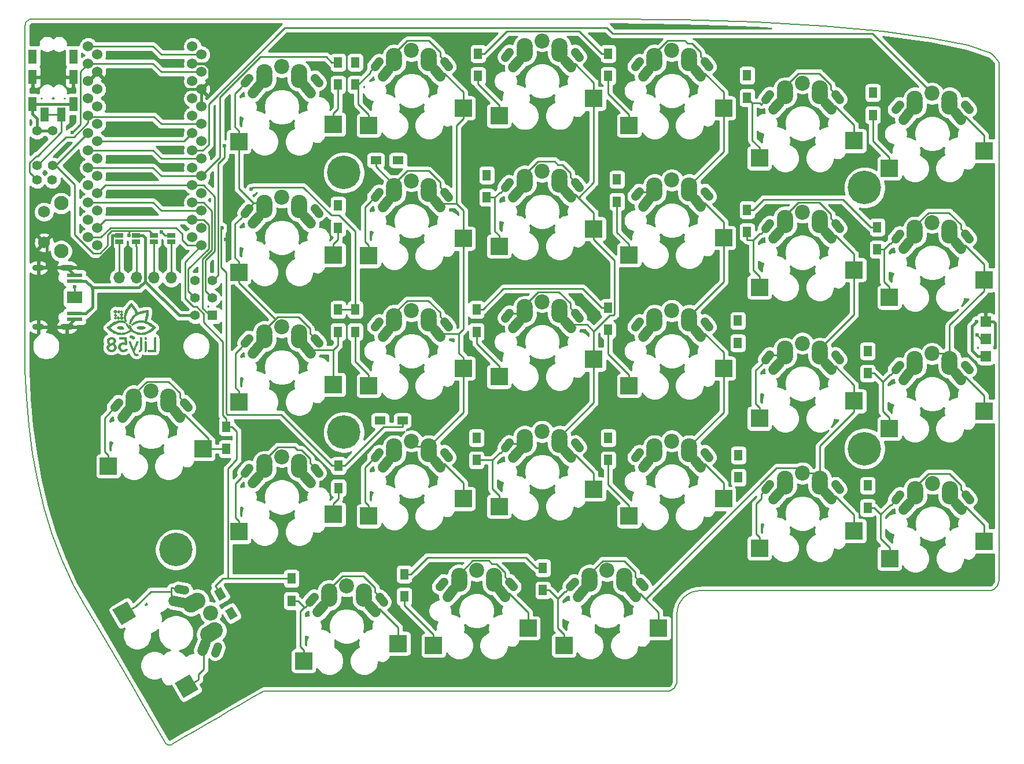
<source format=gbl>
G04 #@! TF.GenerationSoftware,KiCad,Pcbnew,(5.1.5)-3*
G04 #@! TF.CreationDate,2020-04-30T15:02:56+07:00*
G04 #@! TF.ProjectId,Lily58,4c696c79-3538-42e6-9b69-6361645f7063,rev?*
G04 #@! TF.SameCoordinates,Original*
G04 #@! TF.FileFunction,Copper,L2,Bot*
G04 #@! TF.FilePolarity,Positive*
%FSLAX46Y46*%
G04 Gerber Fmt 4.6, Leading zero omitted, Abs format (unit mm)*
G04 Created by KiCad (PCBNEW (5.1.5)-3) date 2020-04-30 15:02:56*
%MOMM*%
%LPD*%
G04 APERTURE LIST*
%ADD10C,0.200000*%
%ADD11C,0.010000*%
%ADD12R,1.397000X1.397000*%
%ADD13C,1.397000*%
%ADD14O,1.700000X1.700000*%
%ADD15R,1.143000X0.635000*%
%ADD16R,2.320000X1.800000*%
%ADD17O,2.000000X0.900000*%
%ADD18O,1.700000X0.900000*%
%ADD19R,2.320000X0.600000*%
%ADD20C,2.100000*%
%ADD21C,1.750000*%
%ADD22C,0.100000*%
%ADD23C,2.400000*%
%ADD24C,1.550000*%
%ADD25C,2.200000*%
%ADD26C,1.250000*%
%ADD27R,1.200000X1.600000*%
%ADD28R,1.600000X1.200000*%
%ADD29R,2.550000X2.500000*%
%ADD30R,1.200000X2.100000*%
%ADD31C,4.900000*%
%ADD32C,1.524000*%
%ADD33R,1.524000X1.524000*%
%ADD34C,0.600000*%
%ADD35C,0.250000*%
%ADD36C,0.400000*%
%ADD37C,0.254000*%
G04 APERTURE END LIST*
D10*
X224900000Y-42700000D02*
X225460000Y-43436755D01*
X82937528Y-50750629D02*
X82937528Y-44443695D01*
X82937528Y-57057562D02*
X82937528Y-50750629D01*
X115211711Y-37086762D02*
X104803877Y-37086762D01*
X218692418Y-120789735D02*
X223959999Y-120789735D01*
X213424836Y-120789735D02*
X218692418Y-120789735D01*
X208157255Y-120789735D02*
X213424836Y-120789735D01*
X202889673Y-120789735D02*
X208157255Y-120789735D01*
X197622092Y-120789735D02*
X202889673Y-120789735D01*
X192354511Y-120789735D02*
X197622092Y-120789735D01*
X187086929Y-120789735D02*
X192354511Y-120789735D01*
X181819348Y-120789735D02*
X187086929Y-120789735D01*
X181113524Y-120860778D02*
X181819348Y-120789735D01*
X180456326Y-121064561D02*
X181113524Y-120860778D01*
X179861773Y-121387065D02*
X180456326Y-121064561D01*
X179343884Y-121814271D02*
X179861773Y-121387065D01*
X178916678Y-122332160D02*
X179343884Y-121814271D01*
X178594174Y-122926713D02*
X178916678Y-122332160D01*
X178390391Y-123583911D02*
X178594174Y-122926713D01*
X178319348Y-124289735D02*
X178390391Y-123583911D01*
X199807654Y-38170488D02*
X189919538Y-37585374D01*
X208420758Y-38945561D02*
X199807654Y-38170488D01*
X215525697Y-39885159D02*
X208420758Y-38945561D01*
X220889319Y-40963847D02*
X215525697Y-39885159D01*
X178989563Y-37215654D02*
X167250881Y-37086762D01*
X189919538Y-37585374D02*
X178989563Y-37215654D01*
X177658308Y-135255660D02*
X177403500Y-135393876D01*
X177880261Y-135072571D02*
X177658308Y-135255660D01*
X178063349Y-134850619D02*
X177880261Y-135072571D01*
X178201565Y-134595810D02*
X178063349Y-134850619D01*
X178288901Y-134314154D02*
X178201565Y-134595810D01*
X178319348Y-134011658D02*
X178288901Y-134314154D01*
X225460000Y-52918378D02*
X225460000Y-62400000D01*
X225460000Y-43436755D02*
X225460000Y-52918378D01*
X82937528Y-69671429D02*
X82937528Y-63364495D01*
X82937528Y-75978362D02*
X82937528Y-69671429D01*
X82937528Y-82285296D02*
X82937528Y-75978362D01*
X82937528Y-88592229D02*
X82937528Y-82285296D01*
X104807833Y-37086762D02*
X94400000Y-37086762D01*
X125619545Y-37086762D02*
X115211711Y-37086762D01*
X136027379Y-37086762D02*
X125619545Y-37086762D01*
X146435213Y-37086762D02*
X136027379Y-37086762D01*
X156843047Y-37086762D02*
X146435213Y-37086762D01*
X167250881Y-37086762D02*
X156843047Y-37086762D01*
X83400937Y-37265961D02*
X83579303Y-37169210D01*
X83245570Y-37394123D02*
X83400937Y-37265961D01*
X83117409Y-37549489D02*
X83245570Y-37394123D01*
X83020657Y-37727855D02*
X83117409Y-37549489D01*
X82959523Y-37925015D02*
X83020657Y-37727855D01*
X82938210Y-38136762D02*
X82959523Y-37925015D01*
X83776462Y-37108075D02*
X83988210Y-37086762D01*
X83579303Y-37169210D02*
X83776462Y-37108075D01*
X94396044Y-37086762D02*
X83988210Y-37086762D01*
X82937528Y-63364495D02*
X82937528Y-57057562D01*
X82937528Y-44443695D02*
X82937528Y-38136762D01*
X88291758Y-116318073D02*
X89993333Y-119989540D01*
X86863105Y-112530670D02*
X88291758Y-116318073D01*
X85688004Y-108649127D02*
X86863105Y-112530670D01*
X84747083Y-104695246D02*
X85688004Y-108649127D01*
X84020972Y-100690825D02*
X84747083Y-104695246D01*
X83490297Y-96657663D02*
X84020972Y-100690825D01*
X83135690Y-92617561D02*
X83490297Y-96657663D01*
X82937777Y-88592317D02*
X83135690Y-92617561D01*
X104288864Y-143357278D02*
X104456758Y-143271756D01*
X104130206Y-143404468D02*
X104288864Y-143357278D01*
X103981252Y-143413974D02*
X104130206Y-143404468D01*
X103842470Y-143386445D02*
X103981252Y-143413974D01*
X103714328Y-143322532D02*
X103842470Y-143386445D01*
X103597295Y-143222884D02*
X103714328Y-143322532D01*
X103491837Y-143088150D02*
X103597295Y-143222884D01*
X103398425Y-142918979D02*
X103491837Y-143088150D01*
X116186619Y-136480784D02*
X117862313Y-135510645D01*
X114510925Y-137450923D02*
X116186619Y-136480784D01*
X112835230Y-138421062D02*
X114510925Y-137450923D01*
X111159536Y-139391201D02*
X112835230Y-138421062D01*
X109483841Y-140361340D02*
X111159536Y-139391201D01*
X107808147Y-141331479D02*
X109483841Y-140361340D01*
X106132452Y-142301617D02*
X107808147Y-141331479D01*
X104456758Y-143271756D02*
X106132452Y-142301617D01*
X101722730Y-140052659D02*
X103398425Y-142918979D01*
X100047036Y-137186340D02*
X101722730Y-140052659D01*
X98371341Y-134320020D02*
X100047036Y-137186340D01*
X96695647Y-131453701D02*
X98371341Y-134320020D01*
X95019952Y-128587381D02*
X96695647Y-131453701D01*
X93344258Y-125721062D02*
X95019952Y-128587381D01*
X91668563Y-122854742D02*
X93344258Y-125721062D01*
X89992869Y-119988423D02*
X91668563Y-122854742D01*
X169449826Y-135511658D02*
X176819348Y-135511658D01*
X162080304Y-135511658D02*
X169449826Y-135511658D01*
X154710782Y-135511658D02*
X162080304Y-135511658D01*
X147341260Y-135511658D02*
X154710782Y-135511658D01*
X139971738Y-135511658D02*
X147341260Y-135511658D01*
X132602217Y-135511658D02*
X139971738Y-135511658D01*
X125232695Y-135511658D02*
X132602217Y-135511658D01*
X117863173Y-135511658D02*
X125232695Y-135511658D01*
X178319348Y-132816013D02*
X178319348Y-134011658D01*
X178319348Y-131597973D02*
X178319348Y-132816013D01*
X178319348Y-130379933D02*
X178319348Y-131597973D01*
X178319348Y-129161894D02*
X178319348Y-130379933D01*
X178319348Y-127943854D02*
X178319348Y-129161894D01*
X178319348Y-126725814D02*
X178319348Y-127943854D01*
X178319348Y-125507775D02*
X178319348Y-126725814D01*
X178319348Y-124289735D02*
X178319348Y-125507775D01*
X177121844Y-135481211D02*
X176819348Y-135511658D01*
X177403500Y-135393876D02*
X177121844Y-135481211D01*
X224278471Y-42156190D02*
X220889319Y-40963847D01*
X224900000Y-42700000D02*
X224278471Y-42156190D01*
X224262495Y-120759288D02*
X223959999Y-120789735D01*
X224544152Y-120671952D02*
X224262495Y-120759288D01*
X224798960Y-120533736D02*
X224544152Y-120671952D01*
X225020912Y-120350648D02*
X224798960Y-120533736D01*
X225204001Y-120128696D02*
X225020912Y-120350648D01*
X225342217Y-119873887D02*
X225204001Y-120128696D01*
X225429552Y-119592231D02*
X225342217Y-119873887D01*
X225459999Y-119289735D02*
X225429552Y-119592231D01*
X225460000Y-109808112D02*
X225460000Y-119289735D01*
X225460000Y-100326490D02*
X225460000Y-109808112D01*
X225460000Y-90844867D02*
X225460000Y-100326490D01*
X225460000Y-81363245D02*
X225460000Y-90844867D01*
X225460000Y-71881623D02*
X225460000Y-81363245D01*
X225460000Y-62400000D02*
X225460000Y-71881623D01*
D11*
G36*
X98176045Y-84293370D02*
G01*
X98146784Y-84298098D01*
X98135376Y-84302258D01*
X98113425Y-84321141D01*
X98102157Y-84347920D01*
X98102754Y-84379519D01*
X98103877Y-84384247D01*
X98107459Y-84394099D01*
X98116182Y-84416378D01*
X98129638Y-84450095D01*
X98147423Y-84494264D01*
X98169132Y-84547897D01*
X98194358Y-84610006D01*
X98222696Y-84679605D01*
X98253741Y-84755707D01*
X98287086Y-84837323D01*
X98322328Y-84923467D01*
X98359059Y-85013151D01*
X98396874Y-85105389D01*
X98435369Y-85199193D01*
X98474137Y-85293575D01*
X98512772Y-85387548D01*
X98550870Y-85480126D01*
X98588025Y-85570320D01*
X98623831Y-85657143D01*
X98657883Y-85739609D01*
X98689774Y-85816730D01*
X98719101Y-85887519D01*
X98745456Y-85950987D01*
X98768435Y-86006149D01*
X98787632Y-86052017D01*
X98802642Y-86087603D01*
X98813058Y-86111921D01*
X98818476Y-86123982D01*
X98818556Y-86124143D01*
X98855279Y-86185070D01*
X98901215Y-86242137D01*
X98953408Y-86292315D01*
X99008901Y-86332573D01*
X99037033Y-86348070D01*
X99110239Y-86376573D01*
X99185318Y-86391740D01*
X99260286Y-86393303D01*
X99314691Y-86385508D01*
X99356644Y-86374122D01*
X99399036Y-86358767D01*
X99436414Y-86341593D01*
X99457146Y-86329319D01*
X99473265Y-86312135D01*
X99485005Y-86288689D01*
X99485452Y-86287257D01*
X99489378Y-86271239D01*
X99489356Y-86257443D01*
X99484476Y-86241210D01*
X99473827Y-86217879D01*
X99470632Y-86211356D01*
X99449527Y-86175599D01*
X99426844Y-86153255D01*
X99400443Y-86143556D01*
X99368181Y-86145732D01*
X99327917Y-86159015D01*
X99326481Y-86159612D01*
X99272768Y-86177554D01*
X99224789Y-86183298D01*
X99180054Y-86176606D01*
X99136074Y-86157240D01*
X99108008Y-86138701D01*
X99079263Y-86114197D01*
X99052125Y-86083603D01*
X99025547Y-86045264D01*
X98998481Y-85997528D01*
X98969880Y-85938739D01*
X98943904Y-85879609D01*
X98891753Y-85756539D01*
X99180890Y-85070039D01*
X99230414Y-84952222D01*
X99275779Y-84843819D01*
X99316820Y-84745238D01*
X99353370Y-84656889D01*
X99385264Y-84579179D01*
X99412334Y-84512516D01*
X99434415Y-84457309D01*
X99451341Y-84413966D01*
X99462945Y-84382895D01*
X99469061Y-84364505D01*
X99470028Y-84359803D01*
X99463695Y-84333185D01*
X99452525Y-84315705D01*
X99443641Y-84306317D01*
X99434216Y-84300244D01*
X99420872Y-84296629D01*
X99400233Y-84294619D01*
X99368919Y-84293357D01*
X99363625Y-84293196D01*
X99319339Y-84293534D01*
X99286559Y-84298263D01*
X99262681Y-84308361D01*
X99245105Y-84324806D01*
X99234596Y-84341693D01*
X99229667Y-84352697D01*
X99219857Y-84375894D01*
X99205685Y-84410006D01*
X99187666Y-84453751D01*
X99166320Y-84505851D01*
X99142162Y-84565025D01*
X99115710Y-84629994D01*
X99087482Y-84699478D01*
X99057994Y-84772197D01*
X99027765Y-84846871D01*
X98997310Y-84922221D01*
X98967147Y-84996967D01*
X98937794Y-85069828D01*
X98909768Y-85139526D01*
X98883586Y-85204781D01*
X98859765Y-85264312D01*
X98838823Y-85316840D01*
X98821277Y-85361085D01*
X98807644Y-85395768D01*
X98798441Y-85419608D01*
X98794185Y-85431326D01*
X98794141Y-85431472D01*
X98787725Y-85449275D01*
X98782014Y-85459303D01*
X98780600Y-85460115D01*
X98775651Y-85453867D01*
X98769225Y-85438220D01*
X98767019Y-85431339D01*
X98762854Y-85419641D01*
X98753819Y-85395810D01*
X98740422Y-85361128D01*
X98723173Y-85316877D01*
X98702582Y-85264337D01*
X98679157Y-85204791D01*
X98653408Y-85139519D01*
X98625845Y-85069805D01*
X98596976Y-84996928D01*
X98567311Y-84922170D01*
X98537360Y-84846814D01*
X98507631Y-84772141D01*
X98478635Y-84699431D01*
X98450880Y-84629967D01*
X98424877Y-84565030D01*
X98401133Y-84505902D01*
X98380159Y-84453864D01*
X98362464Y-84410198D01*
X98348557Y-84376185D01*
X98338948Y-84353107D01*
X98334146Y-84342246D01*
X98334135Y-84342223D01*
X98317599Y-84318947D01*
X98294836Y-84303472D01*
X98263409Y-84294759D01*
X98220884Y-84291766D01*
X98215997Y-84291742D01*
X98176045Y-84293370D01*
G37*
X98176045Y-84293370D02*
X98146784Y-84298098D01*
X98135376Y-84302258D01*
X98113425Y-84321141D01*
X98102157Y-84347920D01*
X98102754Y-84379519D01*
X98103877Y-84384247D01*
X98107459Y-84394099D01*
X98116182Y-84416378D01*
X98129638Y-84450095D01*
X98147423Y-84494264D01*
X98169132Y-84547897D01*
X98194358Y-84610006D01*
X98222696Y-84679605D01*
X98253741Y-84755707D01*
X98287086Y-84837323D01*
X98322328Y-84923467D01*
X98359059Y-85013151D01*
X98396874Y-85105389D01*
X98435369Y-85199193D01*
X98474137Y-85293575D01*
X98512772Y-85387548D01*
X98550870Y-85480126D01*
X98588025Y-85570320D01*
X98623831Y-85657143D01*
X98657883Y-85739609D01*
X98689774Y-85816730D01*
X98719101Y-85887519D01*
X98745456Y-85950987D01*
X98768435Y-86006149D01*
X98787632Y-86052017D01*
X98802642Y-86087603D01*
X98813058Y-86111921D01*
X98818476Y-86123982D01*
X98818556Y-86124143D01*
X98855279Y-86185070D01*
X98901215Y-86242137D01*
X98953408Y-86292315D01*
X99008901Y-86332573D01*
X99037033Y-86348070D01*
X99110239Y-86376573D01*
X99185318Y-86391740D01*
X99260286Y-86393303D01*
X99314691Y-86385508D01*
X99356644Y-86374122D01*
X99399036Y-86358767D01*
X99436414Y-86341593D01*
X99457146Y-86329319D01*
X99473265Y-86312135D01*
X99485005Y-86288689D01*
X99485452Y-86287257D01*
X99489378Y-86271239D01*
X99489356Y-86257443D01*
X99484476Y-86241210D01*
X99473827Y-86217879D01*
X99470632Y-86211356D01*
X99449527Y-86175599D01*
X99426844Y-86153255D01*
X99400443Y-86143556D01*
X99368181Y-86145732D01*
X99327917Y-86159015D01*
X99326481Y-86159612D01*
X99272768Y-86177554D01*
X99224789Y-86183298D01*
X99180054Y-86176606D01*
X99136074Y-86157240D01*
X99108008Y-86138701D01*
X99079263Y-86114197D01*
X99052125Y-86083603D01*
X99025547Y-86045264D01*
X98998481Y-85997528D01*
X98969880Y-85938739D01*
X98943904Y-85879609D01*
X98891753Y-85756539D01*
X99180890Y-85070039D01*
X99230414Y-84952222D01*
X99275779Y-84843819D01*
X99316820Y-84745238D01*
X99353370Y-84656889D01*
X99385264Y-84579179D01*
X99412334Y-84512516D01*
X99434415Y-84457309D01*
X99451341Y-84413966D01*
X99462945Y-84382895D01*
X99469061Y-84364505D01*
X99470028Y-84359803D01*
X99463695Y-84333185D01*
X99452525Y-84315705D01*
X99443641Y-84306317D01*
X99434216Y-84300244D01*
X99420872Y-84296629D01*
X99400233Y-84294619D01*
X99368919Y-84293357D01*
X99363625Y-84293196D01*
X99319339Y-84293534D01*
X99286559Y-84298263D01*
X99262681Y-84308361D01*
X99245105Y-84324806D01*
X99234596Y-84341693D01*
X99229667Y-84352697D01*
X99219857Y-84375894D01*
X99205685Y-84410006D01*
X99187666Y-84453751D01*
X99166320Y-84505851D01*
X99142162Y-84565025D01*
X99115710Y-84629994D01*
X99087482Y-84699478D01*
X99057994Y-84772197D01*
X99027765Y-84846871D01*
X98997310Y-84922221D01*
X98967147Y-84996967D01*
X98937794Y-85069828D01*
X98909768Y-85139526D01*
X98883586Y-85204781D01*
X98859765Y-85264312D01*
X98838823Y-85316840D01*
X98821277Y-85361085D01*
X98807644Y-85395768D01*
X98798441Y-85419608D01*
X98794185Y-85431326D01*
X98794141Y-85431472D01*
X98787725Y-85449275D01*
X98782014Y-85459303D01*
X98780600Y-85460115D01*
X98775651Y-85453867D01*
X98769225Y-85438220D01*
X98767019Y-85431339D01*
X98762854Y-85419641D01*
X98753819Y-85395810D01*
X98740422Y-85361128D01*
X98723173Y-85316877D01*
X98702582Y-85264337D01*
X98679157Y-85204791D01*
X98653408Y-85139519D01*
X98625845Y-85069805D01*
X98596976Y-84996928D01*
X98567311Y-84922170D01*
X98537360Y-84846814D01*
X98507631Y-84772141D01*
X98478635Y-84699431D01*
X98450880Y-84629967D01*
X98424877Y-84565030D01*
X98401133Y-84505902D01*
X98380159Y-84453864D01*
X98362464Y-84410198D01*
X98348557Y-84376185D01*
X98338948Y-84353107D01*
X98334146Y-84342246D01*
X98334135Y-84342223D01*
X98317599Y-84318947D01*
X98294836Y-84303472D01*
X98263409Y-84294759D01*
X98220884Y-84291766D01*
X98215997Y-84291742D01*
X98176045Y-84293370D01*
G36*
X99847438Y-83712965D02*
G01*
X99810980Y-83720438D01*
X99785688Y-83735037D01*
X99776386Y-83745939D01*
X99774490Y-83749587D01*
X99772787Y-83754960D01*
X99771262Y-83762842D01*
X99769901Y-83774018D01*
X99768688Y-83789271D01*
X99767610Y-83809385D01*
X99766652Y-83835144D01*
X99765799Y-83867333D01*
X99765038Y-83906734D01*
X99764353Y-83954131D01*
X99763731Y-84010310D01*
X99763156Y-84076052D01*
X99762615Y-84152144D01*
X99762093Y-84239367D01*
X99761575Y-84338507D01*
X99761047Y-84450347D01*
X99760495Y-84575670D01*
X99760314Y-84617963D01*
X99756685Y-85471000D01*
X99738543Y-85507275D01*
X99714234Y-85543028D01*
X99682472Y-85566653D01*
X99641691Y-85579291D01*
X99639045Y-85579707D01*
X99600334Y-85588829D01*
X99573963Y-85603127D01*
X99558527Y-85623197D01*
X99552788Y-85645302D01*
X99550239Y-85675515D01*
X99550802Y-85708155D01*
X99554396Y-85737543D01*
X99560400Y-85756996D01*
X99579536Y-85778425D01*
X99610302Y-85791734D01*
X99652210Y-85796793D01*
X99698628Y-85794233D01*
X99769484Y-85779630D01*
X99831436Y-85753704D01*
X99884071Y-85716818D01*
X99926977Y-85669333D01*
X99959742Y-85611613D01*
X99981601Y-85545525D01*
X99983246Y-85536898D01*
X99984719Y-85525207D01*
X99986029Y-85509679D01*
X99987186Y-85489543D01*
X99988199Y-85464026D01*
X99989076Y-85432357D01*
X99989828Y-85393764D01*
X99990463Y-85347475D01*
X99990991Y-85292719D01*
X99991420Y-85228722D01*
X99991759Y-85154714D01*
X99992019Y-85069922D01*
X99992207Y-84973574D01*
X99992334Y-84864900D01*
X99992408Y-84743126D01*
X99992435Y-84631100D01*
X99992543Y-83762172D01*
X99971527Y-83738651D01*
X99959562Y-83726463D01*
X99947776Y-83719140D01*
X99931775Y-83715155D01*
X99907164Y-83712979D01*
X99895932Y-83712374D01*
X99847438Y-83712965D01*
G37*
X99847438Y-83712965D02*
X99810980Y-83720438D01*
X99785688Y-83735037D01*
X99776386Y-83745939D01*
X99774490Y-83749587D01*
X99772787Y-83754960D01*
X99771262Y-83762842D01*
X99769901Y-83774018D01*
X99768688Y-83789271D01*
X99767610Y-83809385D01*
X99766652Y-83835144D01*
X99765799Y-83867333D01*
X99765038Y-83906734D01*
X99764353Y-83954131D01*
X99763731Y-84010310D01*
X99763156Y-84076052D01*
X99762615Y-84152144D01*
X99762093Y-84239367D01*
X99761575Y-84338507D01*
X99761047Y-84450347D01*
X99760495Y-84575670D01*
X99760314Y-84617963D01*
X99756685Y-85471000D01*
X99738543Y-85507275D01*
X99714234Y-85543028D01*
X99682472Y-85566653D01*
X99641691Y-85579291D01*
X99639045Y-85579707D01*
X99600334Y-85588829D01*
X99573963Y-85603127D01*
X99558527Y-85623197D01*
X99552788Y-85645302D01*
X99550239Y-85675515D01*
X99550802Y-85708155D01*
X99554396Y-85737543D01*
X99560400Y-85756996D01*
X99579536Y-85778425D01*
X99610302Y-85791734D01*
X99652210Y-85796793D01*
X99698628Y-85794233D01*
X99769484Y-85779630D01*
X99831436Y-85753704D01*
X99884071Y-85716818D01*
X99926977Y-85669333D01*
X99959742Y-85611613D01*
X99981601Y-85545525D01*
X99983246Y-85536898D01*
X99984719Y-85525207D01*
X99986029Y-85509679D01*
X99987186Y-85489543D01*
X99988199Y-85464026D01*
X99989076Y-85432357D01*
X99989828Y-85393764D01*
X99990463Y-85347475D01*
X99990991Y-85292719D01*
X99991420Y-85228722D01*
X99991759Y-85154714D01*
X99992019Y-85069922D01*
X99992207Y-84973574D01*
X99992334Y-84864900D01*
X99992408Y-84743126D01*
X99992435Y-84631100D01*
X99992543Y-83762172D01*
X99971527Y-83738651D01*
X99959562Y-83726463D01*
X99947776Y-83719140D01*
X99931775Y-83715155D01*
X99907164Y-83712979D01*
X99895932Y-83712374D01*
X99847438Y-83712965D01*
G36*
X97124005Y-83722034D02*
G01*
X97040836Y-83722110D01*
X96970076Y-83722349D01*
X96910673Y-83722843D01*
X96861575Y-83723681D01*
X96821729Y-83724957D01*
X96790084Y-83726762D01*
X96765585Y-83729186D01*
X96747182Y-83732321D01*
X96733821Y-83736260D01*
X96724451Y-83741092D01*
X96718019Y-83746910D01*
X96713472Y-83753806D01*
X96709758Y-83761869D01*
X96707793Y-83766589D01*
X96702135Y-83789214D01*
X96698880Y-83820807D01*
X96698104Y-83856008D01*
X96699883Y-83889460D01*
X96704295Y-83915804D01*
X96705600Y-83920038D01*
X96717456Y-83940545D01*
X96732814Y-83955593D01*
X96738015Y-83958578D01*
X96744909Y-83961093D01*
X96754735Y-83963186D01*
X96768735Y-83964907D01*
X96788150Y-83966306D01*
X96814221Y-83967430D01*
X96848187Y-83968331D01*
X96891291Y-83969056D01*
X96944773Y-83969655D01*
X97009874Y-83970178D01*
X97087835Y-83970673D01*
X97116900Y-83970841D01*
X97188114Y-83971365D01*
X97254732Y-83972088D01*
X97315383Y-83972977D01*
X97368697Y-83974003D01*
X97413303Y-83975133D01*
X97447831Y-83976337D01*
X97470910Y-83977583D01*
X97481169Y-83978841D01*
X97481571Y-83979137D01*
X97482361Y-83987549D01*
X97484608Y-84008720D01*
X97488128Y-84040989D01*
X97492739Y-84082694D01*
X97498255Y-84132174D01*
X97504494Y-84187766D01*
X97510916Y-84244660D01*
X97517585Y-84304333D01*
X97523567Y-84359320D01*
X97528698Y-84407986D01*
X97532812Y-84448701D01*
X97535745Y-84479830D01*
X97537330Y-84499742D01*
X97537432Y-84506788D01*
X97529843Y-84505634D01*
X97513048Y-84499758D01*
X97495387Y-84492450D01*
X97420566Y-84467014D01*
X97338332Y-84452242D01*
X97251071Y-84448095D01*
X97161175Y-84454534D01*
X97071030Y-84471520D01*
X96983026Y-84499014D01*
X96978025Y-84500935D01*
X96906914Y-84532949D01*
X96843658Y-84571528D01*
X96783763Y-84619636D01*
X96751569Y-84650284D01*
X96696064Y-84711604D01*
X96652415Y-84773547D01*
X96618278Y-84839734D01*
X96601994Y-84881262D01*
X96574691Y-84979008D01*
X96561899Y-85076887D01*
X96563619Y-85174844D01*
X96579853Y-85272823D01*
X96597060Y-85333115D01*
X96634109Y-85422628D01*
X96683029Y-85504468D01*
X96742953Y-85577919D01*
X96813014Y-85642265D01*
X96892346Y-85696790D01*
X96980080Y-85740778D01*
X97075351Y-85773513D01*
X97150508Y-85790125D01*
X97200231Y-85796216D01*
X97258263Y-85799459D01*
X97318666Y-85799788D01*
X97375502Y-85797132D01*
X97412013Y-85793169D01*
X97504679Y-85773204D01*
X97596350Y-85741173D01*
X97683992Y-85698552D01*
X97764571Y-85646818D01*
X97835053Y-85587449D01*
X97835357Y-85587152D01*
X97857552Y-85564884D01*
X97871065Y-85548875D01*
X97878007Y-85535677D01*
X97880487Y-85521845D01*
X97880714Y-85513045D01*
X97879376Y-85497052D01*
X97874272Y-85481219D01*
X97863770Y-85462230D01*
X97846234Y-85436770D01*
X97836817Y-85423939D01*
X97807802Y-85387361D01*
X97782578Y-85362964D01*
X97758793Y-85350514D01*
X97734094Y-85349780D01*
X97706127Y-85360526D01*
X97672542Y-85382521D01*
X97644011Y-85404825D01*
X97592561Y-85441461D01*
X97534116Y-85474521D01*
X97474313Y-85501087D01*
X97430771Y-85515309D01*
X97388257Y-85523129D01*
X97337257Y-85527252D01*
X97283083Y-85527680D01*
X97231043Y-85524414D01*
X97186448Y-85517456D01*
X97177390Y-85515223D01*
X97099491Y-85487504D01*
X97031042Y-85449349D01*
X96972663Y-85401432D01*
X96924974Y-85344425D01*
X96888594Y-85279002D01*
X96864143Y-85205837D01*
X96856593Y-85166616D01*
X96853175Y-85095843D01*
X96863170Y-85025575D01*
X96885552Y-84957804D01*
X96919293Y-84894524D01*
X96963370Y-84837725D01*
X97016755Y-84789400D01*
X97067466Y-84757118D01*
X97115693Y-84733988D01*
X97161580Y-84717853D01*
X97209963Y-84707494D01*
X97265682Y-84701690D01*
X97292885Y-84700299D01*
X97355287Y-84699651D01*
X97408941Y-84703743D01*
X97459116Y-84713550D01*
X97511083Y-84730048D01*
X97559622Y-84749637D01*
X97596521Y-84764745D01*
X97624994Y-84774116D01*
X97649386Y-84778916D01*
X97673885Y-84780310D01*
X97720465Y-84775493D01*
X97760296Y-84761508D01*
X97791542Y-84739583D01*
X97812367Y-84710947D01*
X97820504Y-84682238D01*
X97820540Y-84667791D01*
X97819076Y-84640838D01*
X97816277Y-84602925D01*
X97812305Y-84555598D01*
X97807323Y-84500406D01*
X97801495Y-84438893D01*
X97794984Y-84372608D01*
X97787954Y-84303097D01*
X97780567Y-84231907D01*
X97772987Y-84160584D01*
X97765377Y-84090677D01*
X97757901Y-84023730D01*
X97750722Y-83961292D01*
X97744002Y-83904909D01*
X97737906Y-83856127D01*
X97732597Y-83816494D01*
X97728237Y-83787557D01*
X97724991Y-83770862D01*
X97723982Y-83767839D01*
X97709826Y-83748650D01*
X97694014Y-83734797D01*
X97689237Y-83732187D01*
X97682751Y-83729957D01*
X97673456Y-83728077D01*
X97660250Y-83726519D01*
X97642036Y-83725251D01*
X97617713Y-83724245D01*
X97586182Y-83723470D01*
X97546342Y-83722898D01*
X97497093Y-83722498D01*
X97437337Y-83722241D01*
X97365973Y-83722098D01*
X97281902Y-83722037D01*
X97220636Y-83722029D01*
X97124005Y-83722034D01*
G37*
X97124005Y-83722034D02*
X97040836Y-83722110D01*
X96970076Y-83722349D01*
X96910673Y-83722843D01*
X96861575Y-83723681D01*
X96821729Y-83724957D01*
X96790084Y-83726762D01*
X96765585Y-83729186D01*
X96747182Y-83732321D01*
X96733821Y-83736260D01*
X96724451Y-83741092D01*
X96718019Y-83746910D01*
X96713472Y-83753806D01*
X96709758Y-83761869D01*
X96707793Y-83766589D01*
X96702135Y-83789214D01*
X96698880Y-83820807D01*
X96698104Y-83856008D01*
X96699883Y-83889460D01*
X96704295Y-83915804D01*
X96705600Y-83920038D01*
X96717456Y-83940545D01*
X96732814Y-83955593D01*
X96738015Y-83958578D01*
X96744909Y-83961093D01*
X96754735Y-83963186D01*
X96768735Y-83964907D01*
X96788150Y-83966306D01*
X96814221Y-83967430D01*
X96848187Y-83968331D01*
X96891291Y-83969056D01*
X96944773Y-83969655D01*
X97009874Y-83970178D01*
X97087835Y-83970673D01*
X97116900Y-83970841D01*
X97188114Y-83971365D01*
X97254732Y-83972088D01*
X97315383Y-83972977D01*
X97368697Y-83974003D01*
X97413303Y-83975133D01*
X97447831Y-83976337D01*
X97470910Y-83977583D01*
X97481169Y-83978841D01*
X97481571Y-83979137D01*
X97482361Y-83987549D01*
X97484608Y-84008720D01*
X97488128Y-84040989D01*
X97492739Y-84082694D01*
X97498255Y-84132174D01*
X97504494Y-84187766D01*
X97510916Y-84244660D01*
X97517585Y-84304333D01*
X97523567Y-84359320D01*
X97528698Y-84407986D01*
X97532812Y-84448701D01*
X97535745Y-84479830D01*
X97537330Y-84499742D01*
X97537432Y-84506788D01*
X97529843Y-84505634D01*
X97513048Y-84499758D01*
X97495387Y-84492450D01*
X97420566Y-84467014D01*
X97338332Y-84452242D01*
X97251071Y-84448095D01*
X97161175Y-84454534D01*
X97071030Y-84471520D01*
X96983026Y-84499014D01*
X96978025Y-84500935D01*
X96906914Y-84532949D01*
X96843658Y-84571528D01*
X96783763Y-84619636D01*
X96751569Y-84650284D01*
X96696064Y-84711604D01*
X96652415Y-84773547D01*
X96618278Y-84839734D01*
X96601994Y-84881262D01*
X96574691Y-84979008D01*
X96561899Y-85076887D01*
X96563619Y-85174844D01*
X96579853Y-85272823D01*
X96597060Y-85333115D01*
X96634109Y-85422628D01*
X96683029Y-85504468D01*
X96742953Y-85577919D01*
X96813014Y-85642265D01*
X96892346Y-85696790D01*
X96980080Y-85740778D01*
X97075351Y-85773513D01*
X97150508Y-85790125D01*
X97200231Y-85796216D01*
X97258263Y-85799459D01*
X97318666Y-85799788D01*
X97375502Y-85797132D01*
X97412013Y-85793169D01*
X97504679Y-85773204D01*
X97596350Y-85741173D01*
X97683992Y-85698552D01*
X97764571Y-85646818D01*
X97835053Y-85587449D01*
X97835357Y-85587152D01*
X97857552Y-85564884D01*
X97871065Y-85548875D01*
X97878007Y-85535677D01*
X97880487Y-85521845D01*
X97880714Y-85513045D01*
X97879376Y-85497052D01*
X97874272Y-85481219D01*
X97863770Y-85462230D01*
X97846234Y-85436770D01*
X97836817Y-85423939D01*
X97807802Y-85387361D01*
X97782578Y-85362964D01*
X97758793Y-85350514D01*
X97734094Y-85349780D01*
X97706127Y-85360526D01*
X97672542Y-85382521D01*
X97644011Y-85404825D01*
X97592561Y-85441461D01*
X97534116Y-85474521D01*
X97474313Y-85501087D01*
X97430771Y-85515309D01*
X97388257Y-85523129D01*
X97337257Y-85527252D01*
X97283083Y-85527680D01*
X97231043Y-85524414D01*
X97186448Y-85517456D01*
X97177390Y-85515223D01*
X97099491Y-85487504D01*
X97031042Y-85449349D01*
X96972663Y-85401432D01*
X96924974Y-85344425D01*
X96888594Y-85279002D01*
X96864143Y-85205837D01*
X96856593Y-85166616D01*
X96853175Y-85095843D01*
X96863170Y-85025575D01*
X96885552Y-84957804D01*
X96919293Y-84894524D01*
X96963370Y-84837725D01*
X97016755Y-84789400D01*
X97067466Y-84757118D01*
X97115693Y-84733988D01*
X97161580Y-84717853D01*
X97209963Y-84707494D01*
X97265682Y-84701690D01*
X97292885Y-84700299D01*
X97355287Y-84699651D01*
X97408941Y-84703743D01*
X97459116Y-84713550D01*
X97511083Y-84730048D01*
X97559622Y-84749637D01*
X97596521Y-84764745D01*
X97624994Y-84774116D01*
X97649386Y-84778916D01*
X97673885Y-84780310D01*
X97720465Y-84775493D01*
X97760296Y-84761508D01*
X97791542Y-84739583D01*
X97812367Y-84710947D01*
X97820504Y-84682238D01*
X97820540Y-84667791D01*
X97819076Y-84640838D01*
X97816277Y-84602925D01*
X97812305Y-84555598D01*
X97807323Y-84500406D01*
X97801495Y-84438893D01*
X97794984Y-84372608D01*
X97787954Y-84303097D01*
X97780567Y-84231907D01*
X97772987Y-84160584D01*
X97765377Y-84090677D01*
X97757901Y-84023730D01*
X97750722Y-83961292D01*
X97744002Y-83904909D01*
X97737906Y-83856127D01*
X97732597Y-83816494D01*
X97728237Y-83787557D01*
X97724991Y-83770862D01*
X97723982Y-83767839D01*
X97709826Y-83748650D01*
X97694014Y-83734797D01*
X97689237Y-83732187D01*
X97682751Y-83729957D01*
X97673456Y-83728077D01*
X97660250Y-83726519D01*
X97642036Y-83725251D01*
X97617713Y-83724245D01*
X97586182Y-83723470D01*
X97546342Y-83722898D01*
X97497093Y-83722498D01*
X97437337Y-83722241D01*
X97365973Y-83722098D01*
X97281902Y-83722037D01*
X97220636Y-83722029D01*
X97124005Y-83722034D01*
G36*
X95495749Y-83691304D02*
G01*
X95431409Y-83696052D01*
X95372485Y-83703640D01*
X95326116Y-83713169D01*
X95232956Y-83743582D01*
X95150688Y-83783389D01*
X95078958Y-83832806D01*
X95017411Y-83892052D01*
X94998844Y-83914343D01*
X94954045Y-83982554D01*
X94922003Y-84056440D01*
X94902591Y-84134986D01*
X94895684Y-84217178D01*
X94901157Y-84302003D01*
X94918884Y-84388445D01*
X94948740Y-84475492D01*
X94990599Y-84562128D01*
X95044336Y-84647340D01*
X95098052Y-84716474D01*
X95136373Y-84761647D01*
X95084604Y-84797009D01*
X95015420Y-84851320D01*
X94956788Y-84912080D01*
X94909865Y-84977825D01*
X94875811Y-85047091D01*
X94867158Y-85071857D01*
X94857308Y-85116305D01*
X94851808Y-85169449D01*
X94850722Y-85226118D01*
X94854113Y-85281141D01*
X94862044Y-85329348D01*
X94863915Y-85336743D01*
X94894481Y-85422814D01*
X94937614Y-85502047D01*
X94992744Y-85573769D01*
X95059296Y-85637304D01*
X95136699Y-85691978D01*
X95190322Y-85721344D01*
X95254684Y-85750217D01*
X95316657Y-85771352D01*
X95380426Y-85785713D01*
X95450176Y-85794265D01*
X95522143Y-85797805D01*
X95565206Y-85798283D01*
X95606956Y-85797825D01*
X95643486Y-85796536D01*
X95670889Y-85794522D01*
X95678025Y-85793600D01*
X95772121Y-85773132D01*
X95863193Y-85742273D01*
X95948040Y-85702342D01*
X96023460Y-85654660D01*
X96033771Y-85646915D01*
X96099913Y-85587130D01*
X96156786Y-85517370D01*
X96202825Y-85439946D01*
X96236462Y-85357173D01*
X96241626Y-85339961D01*
X96249458Y-85308293D01*
X96254457Y-85276915D01*
X96257153Y-85241039D01*
X96258078Y-85195879D01*
X96258092Y-85191600D01*
X96256922Y-85160809D01*
X95971973Y-85160809D01*
X95968895Y-85215536D01*
X95960197Y-85264174D01*
X95957678Y-85273002D01*
X95930724Y-85336304D01*
X95891432Y-85394112D01*
X95841403Y-85444977D01*
X95782237Y-85487452D01*
X95715537Y-85520086D01*
X95667285Y-85535762D01*
X95630987Y-85542206D01*
X95585673Y-85545751D01*
X95536550Y-85546396D01*
X95488823Y-85544140D01*
X95447700Y-85538981D01*
X95433104Y-85535809D01*
X95365516Y-85512556D01*
X95305632Y-85480629D01*
X95254046Y-85441388D01*
X95211354Y-85396197D01*
X95178150Y-85346415D01*
X95155030Y-85293407D01*
X95142588Y-85238532D01*
X95141420Y-85183154D01*
X95152119Y-85128635D01*
X95175282Y-85076335D01*
X95211240Y-85027903D01*
X95232467Y-85006421D01*
X95255868Y-84986192D01*
X95282920Y-84966383D01*
X95315104Y-84946162D01*
X95353899Y-84924695D01*
X95400784Y-84901149D01*
X95457238Y-84874694D01*
X95524741Y-84844494D01*
X95579498Y-84820622D01*
X95727568Y-84756569D01*
X95762297Y-84782062D01*
X95813249Y-84825314D01*
X95860611Y-84876613D01*
X95902047Y-84932722D01*
X95935223Y-84990406D01*
X95957804Y-85046427D01*
X95960902Y-85057370D01*
X95969338Y-85106064D01*
X95971973Y-85160809D01*
X96256922Y-85160809D01*
X96255461Y-85122399D01*
X96246413Y-85061227D01*
X96229709Y-85002555D01*
X96204113Y-84940855D01*
X96200101Y-84932392D01*
X96168865Y-84876952D01*
X96128213Y-84819269D01*
X96081290Y-84762997D01*
X96031242Y-84711793D01*
X95981213Y-84669312D01*
X95962094Y-84655703D01*
X95933959Y-84636910D01*
X95958465Y-84619035D01*
X95973411Y-84606701D01*
X95995352Y-84586810D01*
X96021192Y-84562237D01*
X96044750Y-84538966D01*
X96095668Y-84481348D01*
X96133337Y-84423317D01*
X96158846Y-84362219D01*
X96173287Y-84295402D01*
X96177383Y-84226400D01*
X95895646Y-84226400D01*
X95895033Y-84260789D01*
X95892852Y-84285549D01*
X95888169Y-84305553D01*
X95880046Y-84325673D01*
X95874300Y-84337502D01*
X95849306Y-84376157D01*
X95813285Y-84416305D01*
X95769107Y-84455243D01*
X95719640Y-84490265D01*
X95699720Y-84502172D01*
X95675728Y-84514916D01*
X95643649Y-84530726D01*
X95605691Y-84548637D01*
X95564061Y-84567685D01*
X95520965Y-84586904D01*
X95478611Y-84605330D01*
X95439204Y-84621998D01*
X95404951Y-84635944D01*
X95378060Y-84646201D01*
X95360737Y-84651807D01*
X95355810Y-84652529D01*
X95346980Y-84646364D01*
X95332211Y-84631254D01*
X95314123Y-84609976D01*
X95306378Y-84600143D01*
X95267050Y-84542348D01*
X95232984Y-84478994D01*
X95205468Y-84413388D01*
X95185793Y-84348834D01*
X95175247Y-84288638D01*
X95173800Y-84260354D01*
X95180287Y-84191795D01*
X95199223Y-84129880D01*
X95229820Y-84075300D01*
X95271291Y-84028742D01*
X95322848Y-83990897D01*
X95383704Y-83962454D01*
X95453071Y-83944103D01*
X95530162Y-83936532D01*
X95543914Y-83936367D01*
X95620843Y-83941991D01*
X95690700Y-83958508D01*
X95752489Y-83985380D01*
X95805217Y-84022070D01*
X95847890Y-84068040D01*
X95876436Y-84115961D01*
X95885974Y-84138277D01*
X95891783Y-84158637D01*
X95894719Y-84181966D01*
X95895640Y-84213191D01*
X95895646Y-84226400D01*
X96177383Y-84226400D01*
X96177751Y-84220212D01*
X96177726Y-84215515D01*
X96170253Y-84129725D01*
X96149759Y-84049453D01*
X96116911Y-83975386D01*
X96072375Y-83908214D01*
X96016817Y-83848626D01*
X95950906Y-83797311D01*
X95875308Y-83754959D01*
X95790689Y-83722258D01*
X95697716Y-83699898D01*
X95675412Y-83696318D01*
X95622336Y-83691216D01*
X95560920Y-83689619D01*
X95495749Y-83691304D01*
G37*
X95495749Y-83691304D02*
X95431409Y-83696052D01*
X95372485Y-83703640D01*
X95326116Y-83713169D01*
X95232956Y-83743582D01*
X95150688Y-83783389D01*
X95078958Y-83832806D01*
X95017411Y-83892052D01*
X94998844Y-83914343D01*
X94954045Y-83982554D01*
X94922003Y-84056440D01*
X94902591Y-84134986D01*
X94895684Y-84217178D01*
X94901157Y-84302003D01*
X94918884Y-84388445D01*
X94948740Y-84475492D01*
X94990599Y-84562128D01*
X95044336Y-84647340D01*
X95098052Y-84716474D01*
X95136373Y-84761647D01*
X95084604Y-84797009D01*
X95015420Y-84851320D01*
X94956788Y-84912080D01*
X94909865Y-84977825D01*
X94875811Y-85047091D01*
X94867158Y-85071857D01*
X94857308Y-85116305D01*
X94851808Y-85169449D01*
X94850722Y-85226118D01*
X94854113Y-85281141D01*
X94862044Y-85329348D01*
X94863915Y-85336743D01*
X94894481Y-85422814D01*
X94937614Y-85502047D01*
X94992744Y-85573769D01*
X95059296Y-85637304D01*
X95136699Y-85691978D01*
X95190322Y-85721344D01*
X95254684Y-85750217D01*
X95316657Y-85771352D01*
X95380426Y-85785713D01*
X95450176Y-85794265D01*
X95522143Y-85797805D01*
X95565206Y-85798283D01*
X95606956Y-85797825D01*
X95643486Y-85796536D01*
X95670889Y-85794522D01*
X95678025Y-85793600D01*
X95772121Y-85773132D01*
X95863193Y-85742273D01*
X95948040Y-85702342D01*
X96023460Y-85654660D01*
X96033771Y-85646915D01*
X96099913Y-85587130D01*
X96156786Y-85517370D01*
X96202825Y-85439946D01*
X96236462Y-85357173D01*
X96241626Y-85339961D01*
X96249458Y-85308293D01*
X96254457Y-85276915D01*
X96257153Y-85241039D01*
X96258078Y-85195879D01*
X96258092Y-85191600D01*
X96256922Y-85160809D01*
X95971973Y-85160809D01*
X95968895Y-85215536D01*
X95960197Y-85264174D01*
X95957678Y-85273002D01*
X95930724Y-85336304D01*
X95891432Y-85394112D01*
X95841403Y-85444977D01*
X95782237Y-85487452D01*
X95715537Y-85520086D01*
X95667285Y-85535762D01*
X95630987Y-85542206D01*
X95585673Y-85545751D01*
X95536550Y-85546396D01*
X95488823Y-85544140D01*
X95447700Y-85538981D01*
X95433104Y-85535809D01*
X95365516Y-85512556D01*
X95305632Y-85480629D01*
X95254046Y-85441388D01*
X95211354Y-85396197D01*
X95178150Y-85346415D01*
X95155030Y-85293407D01*
X95142588Y-85238532D01*
X95141420Y-85183154D01*
X95152119Y-85128635D01*
X95175282Y-85076335D01*
X95211240Y-85027903D01*
X95232467Y-85006421D01*
X95255868Y-84986192D01*
X95282920Y-84966383D01*
X95315104Y-84946162D01*
X95353899Y-84924695D01*
X95400784Y-84901149D01*
X95457238Y-84874694D01*
X95524741Y-84844494D01*
X95579498Y-84820622D01*
X95727568Y-84756569D01*
X95762297Y-84782062D01*
X95813249Y-84825314D01*
X95860611Y-84876613D01*
X95902047Y-84932722D01*
X95935223Y-84990406D01*
X95957804Y-85046427D01*
X95960902Y-85057370D01*
X95969338Y-85106064D01*
X95971973Y-85160809D01*
X96256922Y-85160809D01*
X96255461Y-85122399D01*
X96246413Y-85061227D01*
X96229709Y-85002555D01*
X96204113Y-84940855D01*
X96200101Y-84932392D01*
X96168865Y-84876952D01*
X96128213Y-84819269D01*
X96081290Y-84762997D01*
X96031242Y-84711793D01*
X95981213Y-84669312D01*
X95962094Y-84655703D01*
X95933959Y-84636910D01*
X95958465Y-84619035D01*
X95973411Y-84606701D01*
X95995352Y-84586810D01*
X96021192Y-84562237D01*
X96044750Y-84538966D01*
X96095668Y-84481348D01*
X96133337Y-84423317D01*
X96158846Y-84362219D01*
X96173287Y-84295402D01*
X96177383Y-84226400D01*
X95895646Y-84226400D01*
X95895033Y-84260789D01*
X95892852Y-84285549D01*
X95888169Y-84305553D01*
X95880046Y-84325673D01*
X95874300Y-84337502D01*
X95849306Y-84376157D01*
X95813285Y-84416305D01*
X95769107Y-84455243D01*
X95719640Y-84490265D01*
X95699720Y-84502172D01*
X95675728Y-84514916D01*
X95643649Y-84530726D01*
X95605691Y-84548637D01*
X95564061Y-84567685D01*
X95520965Y-84586904D01*
X95478611Y-84605330D01*
X95439204Y-84621998D01*
X95404951Y-84635944D01*
X95378060Y-84646201D01*
X95360737Y-84651807D01*
X95355810Y-84652529D01*
X95346980Y-84646364D01*
X95332211Y-84631254D01*
X95314123Y-84609976D01*
X95306378Y-84600143D01*
X95267050Y-84542348D01*
X95232984Y-84478994D01*
X95205468Y-84413388D01*
X95185793Y-84348834D01*
X95175247Y-84288638D01*
X95173800Y-84260354D01*
X95180287Y-84191795D01*
X95199223Y-84129880D01*
X95229820Y-84075300D01*
X95271291Y-84028742D01*
X95322848Y-83990897D01*
X95383704Y-83962454D01*
X95453071Y-83944103D01*
X95530162Y-83936532D01*
X95543914Y-83936367D01*
X95620843Y-83941991D01*
X95690700Y-83958508D01*
X95752489Y-83985380D01*
X95805217Y-84022070D01*
X95847890Y-84068040D01*
X95876436Y-84115961D01*
X95885974Y-84138277D01*
X95891783Y-84158637D01*
X95894719Y-84181966D01*
X95895640Y-84213191D01*
X95895646Y-84226400D01*
X96177383Y-84226400D01*
X96177751Y-84220212D01*
X96177726Y-84215515D01*
X96170253Y-84129725D01*
X96149759Y-84049453D01*
X96116911Y-83975386D01*
X96072375Y-83908214D01*
X96016817Y-83848626D01*
X95950906Y-83797311D01*
X95875308Y-83754959D01*
X95790689Y-83722258D01*
X95697716Y-83699898D01*
X95675412Y-83696318D01*
X95622336Y-83691216D01*
X95560920Y-83689619D01*
X95495749Y-83691304D01*
G36*
X101918894Y-83712254D02*
G01*
X101887656Y-83714125D01*
X101866948Y-83717249D01*
X101852790Y-83722639D01*
X101841199Y-83731314D01*
X101840055Y-83732376D01*
X101824942Y-83752035D01*
X101814319Y-83775202D01*
X101814115Y-83775918D01*
X101812953Y-83787468D01*
X101811883Y-83813198D01*
X101810910Y-83852776D01*
X101810034Y-83905868D01*
X101809260Y-83972141D01*
X101808589Y-84051263D01*
X101808024Y-84142899D01*
X101807568Y-84246716D01*
X101807224Y-84362382D01*
X101806994Y-84489563D01*
X101806881Y-84627925D01*
X101806869Y-84685252D01*
X101806828Y-85568647D01*
X101360650Y-85570624D01*
X100914472Y-85572600D01*
X100890750Y-85596324D01*
X100878430Y-85609618D01*
X100871330Y-85621774D01*
X100868020Y-85637426D01*
X100867069Y-85661211D01*
X100867028Y-85673198D01*
X100869158Y-85712943D01*
X100876316Y-85741395D01*
X100889660Y-85761251D01*
X100910347Y-85775206D01*
X100910904Y-85775472D01*
X100923050Y-85777798D01*
X100948219Y-85779882D01*
X100984984Y-85781723D01*
X101031920Y-85783322D01*
X101087600Y-85784678D01*
X101150599Y-85785792D01*
X101219490Y-85786664D01*
X101292847Y-85787294D01*
X101369245Y-85787683D01*
X101447257Y-85787830D01*
X101525457Y-85787736D01*
X101602419Y-85787401D01*
X101676717Y-85786826D01*
X101746925Y-85786009D01*
X101811616Y-85784953D01*
X101869366Y-85783656D01*
X101918747Y-85782119D01*
X101958334Y-85780342D01*
X101986700Y-85778326D01*
X102002420Y-85776070D01*
X102004494Y-85775326D01*
X102010363Y-85772420D01*
X102015657Y-85769910D01*
X102020406Y-85767073D01*
X102024640Y-85763184D01*
X102028387Y-85757520D01*
X102031678Y-85749356D01*
X102034542Y-85737969D01*
X102037009Y-85722635D01*
X102039107Y-85702630D01*
X102040867Y-85677230D01*
X102042318Y-85645710D01*
X102043489Y-85607348D01*
X102044411Y-85561420D01*
X102045111Y-85507200D01*
X102045621Y-85443966D01*
X102045969Y-85370994D01*
X102046185Y-85287559D01*
X102046299Y-85192938D01*
X102046339Y-85086406D01*
X102046336Y-84967241D01*
X102046319Y-84834717D01*
X102046314Y-84748915D01*
X102046328Y-84607983D01*
X102046349Y-84480843D01*
X102046345Y-84366771D01*
X102046285Y-84265043D01*
X102046138Y-84174937D01*
X102045871Y-84095730D01*
X102045455Y-84026697D01*
X102044856Y-83967116D01*
X102044045Y-83916264D01*
X102042988Y-83873417D01*
X102041656Y-83837853D01*
X102040016Y-83808848D01*
X102038037Y-83785679D01*
X102035688Y-83767623D01*
X102032937Y-83753956D01*
X102029752Y-83743956D01*
X102026103Y-83736898D01*
X102021958Y-83732061D01*
X102017285Y-83728721D01*
X102012053Y-83726154D01*
X102006230Y-83723638D01*
X102001648Y-83721448D01*
X101983925Y-83715031D01*
X101960160Y-83712010D01*
X101926579Y-83711965D01*
X101918894Y-83712254D01*
G37*
X101918894Y-83712254D02*
X101887656Y-83714125D01*
X101866948Y-83717249D01*
X101852790Y-83722639D01*
X101841199Y-83731314D01*
X101840055Y-83732376D01*
X101824942Y-83752035D01*
X101814319Y-83775202D01*
X101814115Y-83775918D01*
X101812953Y-83787468D01*
X101811883Y-83813198D01*
X101810910Y-83852776D01*
X101810034Y-83905868D01*
X101809260Y-83972141D01*
X101808589Y-84051263D01*
X101808024Y-84142899D01*
X101807568Y-84246716D01*
X101807224Y-84362382D01*
X101806994Y-84489563D01*
X101806881Y-84627925D01*
X101806869Y-84685252D01*
X101806828Y-85568647D01*
X101360650Y-85570624D01*
X100914472Y-85572600D01*
X100890750Y-85596324D01*
X100878430Y-85609618D01*
X100871330Y-85621774D01*
X100868020Y-85637426D01*
X100867069Y-85661211D01*
X100867028Y-85673198D01*
X100869158Y-85712943D01*
X100876316Y-85741395D01*
X100889660Y-85761251D01*
X100910347Y-85775206D01*
X100910904Y-85775472D01*
X100923050Y-85777798D01*
X100948219Y-85779882D01*
X100984984Y-85781723D01*
X101031920Y-85783322D01*
X101087600Y-85784678D01*
X101150599Y-85785792D01*
X101219490Y-85786664D01*
X101292847Y-85787294D01*
X101369245Y-85787683D01*
X101447257Y-85787830D01*
X101525457Y-85787736D01*
X101602419Y-85787401D01*
X101676717Y-85786826D01*
X101746925Y-85786009D01*
X101811616Y-85784953D01*
X101869366Y-85783656D01*
X101918747Y-85782119D01*
X101958334Y-85780342D01*
X101986700Y-85778326D01*
X102002420Y-85776070D01*
X102004494Y-85775326D01*
X102010363Y-85772420D01*
X102015657Y-85769910D01*
X102020406Y-85767073D01*
X102024640Y-85763184D01*
X102028387Y-85757520D01*
X102031678Y-85749356D01*
X102034542Y-85737969D01*
X102037009Y-85722635D01*
X102039107Y-85702630D01*
X102040867Y-85677230D01*
X102042318Y-85645710D01*
X102043489Y-85607348D01*
X102044411Y-85561420D01*
X102045111Y-85507200D01*
X102045621Y-85443966D01*
X102045969Y-85370994D01*
X102046185Y-85287559D01*
X102046299Y-85192938D01*
X102046339Y-85086406D01*
X102046336Y-84967241D01*
X102046319Y-84834717D01*
X102046314Y-84748915D01*
X102046328Y-84607983D01*
X102046349Y-84480843D01*
X102046345Y-84366771D01*
X102046285Y-84265043D01*
X102046138Y-84174937D01*
X102045871Y-84095730D01*
X102045455Y-84026697D01*
X102044856Y-83967116D01*
X102044045Y-83916264D01*
X102042988Y-83873417D01*
X102041656Y-83837853D01*
X102040016Y-83808848D01*
X102038037Y-83785679D01*
X102035688Y-83767623D01*
X102032937Y-83753956D01*
X102029752Y-83743956D01*
X102026103Y-83736898D01*
X102021958Y-83732061D01*
X102017285Y-83728721D01*
X102012053Y-83726154D01*
X102006230Y-83723638D01*
X102001648Y-83721448D01*
X101983925Y-83715031D01*
X101960160Y-83712010D01*
X101926579Y-83711965D01*
X101918894Y-83712254D01*
G36*
X100524347Y-84292825D02*
G01*
X100494088Y-84294379D01*
X100474378Y-84296851D01*
X100461255Y-84301501D01*
X100450758Y-84309588D01*
X100441890Y-84319043D01*
X100420714Y-84342743D01*
X100420714Y-85735657D01*
X100441890Y-85759357D01*
X100453101Y-85771028D01*
X100463776Y-85778197D01*
X100477912Y-85782118D01*
X100499506Y-85784044D01*
X100523533Y-85784949D01*
X100566248Y-85784519D01*
X100596617Y-85780020D01*
X100607857Y-85776114D01*
X100615270Y-85772918D01*
X100621824Y-85769822D01*
X100627571Y-85765963D01*
X100632565Y-85760477D01*
X100636858Y-85752500D01*
X100640503Y-85741169D01*
X100643553Y-85725619D01*
X100646060Y-85704987D01*
X100648079Y-85678409D01*
X100649661Y-85645021D01*
X100650859Y-85603960D01*
X100651726Y-85554362D01*
X100652316Y-85495362D01*
X100652680Y-85426098D01*
X100652872Y-85345706D01*
X100652945Y-85253321D01*
X100652951Y-85148080D01*
X100652943Y-85039200D01*
X100652951Y-84921608D01*
X100652940Y-84817661D01*
X100652858Y-84726493D01*
X100652655Y-84647233D01*
X100652277Y-84579015D01*
X100651673Y-84520969D01*
X100650791Y-84472228D01*
X100649580Y-84431923D01*
X100647987Y-84399186D01*
X100645961Y-84373149D01*
X100643450Y-84352943D01*
X100640402Y-84337699D01*
X100636765Y-84326551D01*
X100632488Y-84318629D01*
X100627519Y-84313065D01*
X100621805Y-84308991D01*
X100615295Y-84305538D01*
X100608971Y-84302379D01*
X100591714Y-84295901D01*
X100569306Y-84292714D01*
X100537823Y-84292372D01*
X100524347Y-84292825D01*
G37*
X100524347Y-84292825D02*
X100494088Y-84294379D01*
X100474378Y-84296851D01*
X100461255Y-84301501D01*
X100450758Y-84309588D01*
X100441890Y-84319043D01*
X100420714Y-84342743D01*
X100420714Y-85735657D01*
X100441890Y-85759357D01*
X100453101Y-85771028D01*
X100463776Y-85778197D01*
X100477912Y-85782118D01*
X100499506Y-85784044D01*
X100523533Y-85784949D01*
X100566248Y-85784519D01*
X100596617Y-85780020D01*
X100607857Y-85776114D01*
X100615270Y-85772918D01*
X100621824Y-85769822D01*
X100627571Y-85765963D01*
X100632565Y-85760477D01*
X100636858Y-85752500D01*
X100640503Y-85741169D01*
X100643553Y-85725619D01*
X100646060Y-85704987D01*
X100648079Y-85678409D01*
X100649661Y-85645021D01*
X100650859Y-85603960D01*
X100651726Y-85554362D01*
X100652316Y-85495362D01*
X100652680Y-85426098D01*
X100652872Y-85345706D01*
X100652945Y-85253321D01*
X100652951Y-85148080D01*
X100652943Y-85039200D01*
X100652951Y-84921608D01*
X100652940Y-84817661D01*
X100652858Y-84726493D01*
X100652655Y-84647233D01*
X100652277Y-84579015D01*
X100651673Y-84520969D01*
X100650791Y-84472228D01*
X100649580Y-84431923D01*
X100647987Y-84399186D01*
X100645961Y-84373149D01*
X100643450Y-84352943D01*
X100640402Y-84337699D01*
X100636765Y-84326551D01*
X100632488Y-84318629D01*
X100627519Y-84313065D01*
X100621805Y-84308991D01*
X100615295Y-84305538D01*
X100608971Y-84302379D01*
X100591714Y-84295901D01*
X100569306Y-84292714D01*
X100537823Y-84292372D01*
X100524347Y-84292825D01*
G36*
X100515489Y-83712223D02*
G01*
X100485579Y-83713924D01*
X100466134Y-83716590D01*
X100453107Y-83721538D01*
X100442453Y-83730084D01*
X100434558Y-83738556D01*
X100425823Y-83748791D01*
X100419908Y-83758369D01*
X100416264Y-83770278D01*
X100414341Y-83787506D01*
X100413588Y-83813043D01*
X100413457Y-83849877D01*
X100413457Y-83853249D01*
X100414034Y-83889320D01*
X100415606Y-83921025D01*
X100417937Y-83945033D01*
X100420790Y-83958012D01*
X100420929Y-83958288D01*
X100435359Y-83975057D01*
X100458673Y-83986242D01*
X100492609Y-83992389D01*
X100534654Y-83994065D01*
X100567504Y-83992961D01*
X100595466Y-83990088D01*
X100614209Y-83985928D01*
X100616657Y-83984892D01*
X100635017Y-83971795D01*
X100647739Y-83952495D01*
X100655447Y-83924928D01*
X100658759Y-83887027D01*
X100658591Y-83845400D01*
X100655490Y-83797041D01*
X100648294Y-83761333D01*
X100635195Y-83736597D01*
X100614389Y-83721153D01*
X100584070Y-83713320D01*
X100542432Y-83711417D01*
X100515489Y-83712223D01*
G37*
X100515489Y-83712223D02*
X100485579Y-83713924D01*
X100466134Y-83716590D01*
X100453107Y-83721538D01*
X100442453Y-83730084D01*
X100434558Y-83738556D01*
X100425823Y-83748791D01*
X100419908Y-83758369D01*
X100416264Y-83770278D01*
X100414341Y-83787506D01*
X100413588Y-83813043D01*
X100413457Y-83849877D01*
X100413457Y-83853249D01*
X100414034Y-83889320D01*
X100415606Y-83921025D01*
X100417937Y-83945033D01*
X100420790Y-83958012D01*
X100420929Y-83958288D01*
X100435359Y-83975057D01*
X100458673Y-83986242D01*
X100492609Y-83992389D01*
X100534654Y-83994065D01*
X100567504Y-83992961D01*
X100595466Y-83990088D01*
X100614209Y-83985928D01*
X100616657Y-83984892D01*
X100635017Y-83971795D01*
X100647739Y-83952495D01*
X100655447Y-83924928D01*
X100658759Y-83887027D01*
X100658591Y-83845400D01*
X100655490Y-83797041D01*
X100648294Y-83761333D01*
X100635195Y-83736597D01*
X100614389Y-83721153D01*
X100584070Y-83713320D01*
X100542432Y-83711417D01*
X100515489Y-83712223D01*
G36*
X98346908Y-78801737D02*
G01*
X98187547Y-78974566D01*
X98038573Y-79157516D01*
X97900052Y-79350510D01*
X97876511Y-79385886D01*
X97768276Y-79560990D01*
X97674358Y-79735431D01*
X97594770Y-79909143D01*
X97529525Y-80082061D01*
X97478637Y-80254120D01*
X97442120Y-80425255D01*
X97419987Y-80595400D01*
X97412252Y-80764491D01*
X97418928Y-80932461D01*
X97440030Y-81099247D01*
X97475569Y-81264782D01*
X97481007Y-81285307D01*
X97489315Y-81316015D01*
X97560684Y-81338187D01*
X97599179Y-81350605D01*
X97640304Y-81364604D01*
X97677098Y-81377792D01*
X97688443Y-81382074D01*
X97714677Y-81391593D01*
X97735399Y-81398019D01*
X97747215Y-81400342D01*
X97748601Y-81400018D01*
X97748326Y-81391867D01*
X97744439Y-81373177D01*
X97737682Y-81347250D01*
X97733482Y-81332681D01*
X97695212Y-81181041D01*
X97670758Y-81029808D01*
X97660167Y-80878558D01*
X97663488Y-80726867D01*
X97680770Y-80574312D01*
X97712060Y-80420470D01*
X97757407Y-80264917D01*
X97816859Y-80107230D01*
X97890465Y-79946984D01*
X97892042Y-79943830D01*
X97931267Y-79867413D01*
X97968619Y-79799153D01*
X98007212Y-79733686D01*
X98050160Y-79665649D01*
X98079062Y-79621743D01*
X98148204Y-79522108D01*
X98223994Y-79420248D01*
X98302857Y-79320757D01*
X98381223Y-79228225D01*
X98412191Y-79193572D01*
X98445192Y-79157286D01*
X98461297Y-79171800D01*
X98475449Y-79186124D01*
X98496852Y-79209789D01*
X98523778Y-79240733D01*
X98554496Y-79276896D01*
X98587278Y-79316216D01*
X98620392Y-79356632D01*
X98652110Y-79396084D01*
X98680702Y-79432509D01*
X98687522Y-79441376D01*
X98756453Y-79535384D01*
X98825239Y-79636549D01*
X98890221Y-79739297D01*
X98946506Y-79835829D01*
X98968533Y-79876703D01*
X98991606Y-79921650D01*
X99014898Y-79968830D01*
X99037580Y-80016404D01*
X99058826Y-80062533D01*
X99077808Y-80105378D01*
X99093697Y-80143098D01*
X99105667Y-80173856D01*
X99112890Y-80195811D01*
X99114537Y-80207125D01*
X99114006Y-80208057D01*
X99107045Y-80212963D01*
X99090794Y-80224245D01*
X99067919Y-80240055D01*
X99049114Y-80253019D01*
X98917716Y-80352253D01*
X98795449Y-80462682D01*
X98682293Y-80584335D01*
X98578229Y-80717238D01*
X98483238Y-80861419D01*
X98397301Y-81016904D01*
X98320399Y-81183722D01*
X98252512Y-81361899D01*
X98236159Y-81410629D01*
X98222100Y-81454294D01*
X98208987Y-81496148D01*
X98197776Y-81533056D01*
X98189422Y-81561882D01*
X98185391Y-81577215D01*
X98180505Y-81600207D01*
X98179801Y-81613318D01*
X98183573Y-81620652D01*
X98188768Y-81624387D01*
X98199432Y-81631046D01*
X98219552Y-81643846D01*
X98246399Y-81661041D01*
X98277242Y-81680887D01*
X98282377Y-81684200D01*
X98312523Y-81703100D01*
X98338231Y-81718176D01*
X98357136Y-81728117D01*
X98366873Y-81731614D01*
X98367566Y-81731371D01*
X98371229Y-81722480D01*
X98377375Y-81703057D01*
X98384913Y-81676641D01*
X98388148Y-81664629D01*
X98435296Y-81506769D01*
X98491363Y-81354840D01*
X98555692Y-81210033D01*
X98627624Y-81073537D01*
X98706500Y-80946544D01*
X98791663Y-80830243D01*
X98882452Y-80725824D01*
X98938158Y-80670490D01*
X99057074Y-80568720D01*
X99186849Y-80476255D01*
X99327527Y-80393079D01*
X99479154Y-80319174D01*
X99641775Y-80254526D01*
X99815436Y-80199117D01*
X100000180Y-80152930D01*
X100196055Y-80115951D01*
X100403104Y-80088161D01*
X100590406Y-80071582D01*
X100654869Y-80067144D01*
X100649829Y-80149243D01*
X100630247Y-80369541D01*
X100599058Y-80581254D01*
X100556221Y-80784564D01*
X100501693Y-80979656D01*
X100435433Y-81166713D01*
X100400468Y-81251349D01*
X100386176Y-81284383D01*
X100289145Y-81268053D01*
X100124162Y-81247264D01*
X99958849Y-81240430D01*
X99792979Y-81247599D01*
X99626324Y-81268820D01*
X99458654Y-81304143D01*
X99289743Y-81353616D01*
X99119361Y-81417288D01*
X98947280Y-81495208D01*
X98773273Y-81587425D01*
X98757609Y-81596371D01*
X98715312Y-81621205D01*
X98670647Y-81648365D01*
X98625663Y-81676511D01*
X98582410Y-81704303D01*
X98542937Y-81730401D01*
X98509293Y-81753466D01*
X98483527Y-81772157D01*
X98467687Y-81785137D01*
X98465505Y-81787347D01*
X98459204Y-81795277D01*
X98457838Y-81802678D01*
X98462659Y-81812659D01*
X98474918Y-81828327D01*
X98488310Y-81844013D01*
X98511219Y-81872060D01*
X98534796Y-81903182D01*
X98551618Y-81927214D01*
X98578810Y-81968457D01*
X98645993Y-81921941D01*
X98783992Y-81832626D01*
X98927026Y-81751950D01*
X99073322Y-81680626D01*
X99221109Y-81619369D01*
X99368613Y-81568895D01*
X99514064Y-81529917D01*
X99655690Y-81503150D01*
X99698628Y-81497433D01*
X99754853Y-81492587D01*
X99820797Y-81489904D01*
X99891835Y-81489340D01*
X99963338Y-81490854D01*
X100030683Y-81494403D01*
X100089241Y-81499944D01*
X100098221Y-81501112D01*
X100253826Y-81529299D01*
X100411462Y-81571459D01*
X100570510Y-81627298D01*
X100730349Y-81696520D01*
X100890360Y-81778828D01*
X101049924Y-81873927D01*
X101208420Y-81981522D01*
X101365229Y-82101315D01*
X101379243Y-82112689D01*
X101414713Y-82141936D01*
X101450558Y-82172043D01*
X101483295Y-82200051D01*
X101509443Y-82222998D01*
X101516543Y-82229423D01*
X101563714Y-82272648D01*
X101545571Y-82292465D01*
X101518013Y-82320038D01*
X101480232Y-82354115D01*
X101434125Y-82393214D01*
X101381587Y-82435854D01*
X101324516Y-82480552D01*
X101264808Y-82525827D01*
X101204359Y-82570196D01*
X101145067Y-82612179D01*
X101088827Y-82650293D01*
X101081114Y-82655361D01*
X100930598Y-82748671D01*
X100783810Y-82828990D01*
X100639321Y-82896897D01*
X100495706Y-82952970D01*
X100351536Y-82997787D01*
X100205385Y-83031926D01*
X100110872Y-83048329D01*
X100056307Y-83054546D01*
X99991449Y-83058662D01*
X99920366Y-83060683D01*
X99847125Y-83060612D01*
X99775793Y-83058454D01*
X99710440Y-83054211D01*
X99655131Y-83047888D01*
X99655085Y-83047881D01*
X99499248Y-83017633D01*
X99341109Y-82973613D01*
X99181602Y-82916201D01*
X99021661Y-82845775D01*
X98862220Y-82762711D01*
X98704213Y-82667390D01*
X98686505Y-82655874D01*
X98626811Y-82614120D01*
X98579119Y-82574568D01*
X98541490Y-82535387D01*
X98511982Y-82494748D01*
X98507232Y-82486880D01*
X98482692Y-82435384D01*
X98463673Y-82376070D01*
X98452063Y-82315176D01*
X98450473Y-82299629D01*
X98445011Y-82244267D01*
X98438157Y-82199535D01*
X98429008Y-82161557D01*
X98416663Y-82126455D01*
X98403198Y-82096429D01*
X98385500Y-82063783D01*
X98364501Y-82030720D01*
X98344310Y-82003634D01*
X98341412Y-82000263D01*
X98324235Y-81983328D01*
X98300094Y-81962859D01*
X98271252Y-81940413D01*
X98239975Y-81917553D01*
X98208526Y-81895837D01*
X98179171Y-81876826D01*
X98154174Y-81862080D01*
X98135799Y-81853158D01*
X98126311Y-81851622D01*
X98126005Y-81851864D01*
X98121653Y-81863442D01*
X98118367Y-81886330D01*
X98116206Y-81917359D01*
X98115226Y-81953362D01*
X98115485Y-81991169D01*
X98117041Y-82027612D01*
X98119949Y-82059522D01*
X98121996Y-82073164D01*
X98132142Y-82129727D01*
X98115766Y-82109449D01*
X98101206Y-82089532D01*
X98081119Y-82059395D01*
X98057010Y-82021517D01*
X98030386Y-81978374D01*
X98002757Y-81932441D01*
X97975628Y-81886195D01*
X97950506Y-81842114D01*
X97928900Y-81802672D01*
X97927885Y-81800765D01*
X97877085Y-81705132D01*
X97805913Y-81673360D01*
X97773628Y-81659333D01*
X97737691Y-81644345D01*
X97700592Y-81629359D01*
X97664823Y-81615340D01*
X97632876Y-81603250D01*
X97607241Y-81594053D01*
X97590411Y-81588712D01*
X97584904Y-81587905D01*
X97586007Y-81596182D01*
X97593090Y-81615445D01*
X97605269Y-81643894D01*
X97621658Y-81679728D01*
X97641372Y-81721146D01*
X97663527Y-81766347D01*
X97687236Y-81813530D01*
X97711616Y-81860894D01*
X97735780Y-81906638D01*
X97758844Y-81948961D01*
X97779922Y-81986062D01*
X97783976Y-81992959D01*
X97835394Y-82077633D01*
X97882562Y-82150219D01*
X97926754Y-82212048D01*
X97969243Y-82264455D01*
X98011303Y-82308773D01*
X98054208Y-82346334D01*
X98099230Y-82378472D01*
X98147644Y-82406520D01*
X98200723Y-82431812D01*
X98204917Y-82433630D01*
X98234377Y-82446572D01*
X98253478Y-82456355D01*
X98265224Y-82465493D01*
X98272615Y-82476497D01*
X98278655Y-82491881D01*
X98280316Y-82496735D01*
X98289920Y-82522667D01*
X98300101Y-82546745D01*
X98304010Y-82554846D01*
X98311050Y-82570570D01*
X98310019Y-82580470D01*
X98300094Y-82591297D01*
X98299499Y-82591846D01*
X98287616Y-82601165D01*
X98266276Y-82616361D01*
X98238261Y-82635507D01*
X98206354Y-82656677D01*
X98198340Y-82661900D01*
X98035529Y-82760700D01*
X97872054Y-82846137D01*
X97708438Y-82918002D01*
X97545204Y-82976086D01*
X97382873Y-83020177D01*
X97238457Y-83047651D01*
X97187562Y-83053557D01*
X97126694Y-83057783D01*
X97059832Y-83060292D01*
X96990954Y-83061045D01*
X96924041Y-83060007D01*
X96863071Y-83057139D01*
X96812023Y-83052404D01*
X96806657Y-83051695D01*
X96644099Y-83022295D01*
X96480553Y-82978745D01*
X96316757Y-82921306D01*
X96153448Y-82850241D01*
X95991363Y-82765810D01*
X95974904Y-82756444D01*
X95883922Y-82701715D01*
X95788971Y-82639946D01*
X95693071Y-82573346D01*
X95599241Y-82504125D01*
X95510499Y-82434494D01*
X95429865Y-82366662D01*
X95377000Y-82318745D01*
X95329828Y-82274318D01*
X95366114Y-82240483D01*
X95398807Y-82211038D01*
X95439968Y-82175547D01*
X95486425Y-82136629D01*
X95535003Y-82096905D01*
X95582528Y-82058994D01*
X95625825Y-82025516D01*
X95634628Y-82018885D01*
X95791167Y-81908308D01*
X95949307Y-81809646D01*
X96108187Y-81723320D01*
X96266945Y-81649750D01*
X96424718Y-81589355D01*
X96580645Y-81542555D01*
X96643872Y-81527388D01*
X96739665Y-81509798D01*
X96842822Y-81497409D01*
X96948985Y-81490429D01*
X97053797Y-81489062D01*
X97152900Y-81493516D01*
X97216933Y-81500260D01*
X97276645Y-81509594D01*
X97341862Y-81521900D01*
X97407664Y-81536113D01*
X97469136Y-81551168D01*
X97521359Y-81565997D01*
X97524003Y-81566829D01*
X97550783Y-81575002D01*
X97566351Y-81578651D01*
X97573206Y-81578016D01*
X97573846Y-81573336D01*
X97573325Y-81571553D01*
X97569751Y-81560954D01*
X97562320Y-81539110D01*
X97551881Y-81508503D01*
X97539280Y-81471620D01*
X97527714Y-81437807D01*
X97513469Y-81395218D01*
X97502503Y-81363370D01*
X97492565Y-81340345D01*
X97481404Y-81324222D01*
X97466772Y-81313082D01*
X97446416Y-81305005D01*
X97418088Y-81298071D01*
X97379538Y-81290361D01*
X97347314Y-81283897D01*
X97176134Y-81255773D01*
X97005999Y-81242068D01*
X96837062Y-81242784D01*
X96669479Y-81257921D01*
X96538143Y-81280077D01*
X96375103Y-81319969D01*
X96209824Y-81373418D01*
X96043331Y-81439837D01*
X95876649Y-81518640D01*
X95710803Y-81609240D01*
X95546818Y-81711051D01*
X95385720Y-81823487D01*
X95228533Y-81945962D01*
X95076283Y-82077889D01*
X94974280Y-82174481D01*
X94872628Y-82274304D01*
X94985353Y-82384938D01*
X95132103Y-82521378D01*
X95285695Y-82649677D01*
X95444753Y-82768966D01*
X95607899Y-82878373D01*
X95773757Y-82977029D01*
X95940951Y-83064064D01*
X96108103Y-83138608D01*
X96273838Y-83199790D01*
X96275459Y-83200324D01*
X96441983Y-83248512D01*
X96606950Y-83282965D01*
X96770936Y-83303642D01*
X96934517Y-83310499D01*
X97098266Y-83303496D01*
X97262760Y-83282592D01*
X97428574Y-83247743D01*
X97596283Y-83198908D01*
X97766462Y-83136047D01*
X97887971Y-83083397D01*
X97963164Y-83047224D01*
X98042807Y-83005922D01*
X98123851Y-82961261D01*
X98203250Y-82915010D01*
X98277955Y-82868940D01*
X98344920Y-82824820D01*
X98395724Y-82788490D01*
X98422386Y-82769055D01*
X98440546Y-82758023D01*
X98452882Y-82754543D01*
X98462074Y-82757766D01*
X98469388Y-82765104D01*
X98478870Y-82773386D01*
X98497949Y-82787761D01*
X98524072Y-82806377D01*
X98554687Y-82827384D01*
X98562805Y-82832834D01*
X98730053Y-82937951D01*
X98898051Y-83030397D01*
X99066268Y-83110012D01*
X99234176Y-83176638D01*
X99401245Y-83230115D01*
X99566948Y-83270284D01*
X99730754Y-83296985D01*
X99892135Y-83310058D01*
X100050562Y-83309346D01*
X100126800Y-83303930D01*
X100296254Y-83281003D01*
X100467236Y-83243861D01*
X100639310Y-83192671D01*
X100812043Y-83127598D01*
X100985001Y-83048810D01*
X101157750Y-82956472D01*
X101329856Y-82850751D01*
X101358775Y-82831622D01*
X101467975Y-82755483D01*
X101578607Y-82672392D01*
X101687414Y-82585018D01*
X101791138Y-82496026D01*
X101886521Y-82408084D01*
X101937457Y-82357881D01*
X102020914Y-82273271D01*
X101911835Y-82166707D01*
X101760802Y-82027002D01*
X101602728Y-81895800D01*
X101439009Y-81773998D01*
X101271043Y-81662496D01*
X101100224Y-81562191D01*
X100927951Y-81473982D01*
X100755619Y-81398768D01*
X100665459Y-81364738D01*
X100659063Y-81361139D01*
X100657847Y-81354480D01*
X100662377Y-81341558D01*
X100673218Y-81319172D01*
X100673678Y-81318257D01*
X100688846Y-81285825D01*
X100707274Y-81242751D01*
X100727735Y-81192198D01*
X100749001Y-81137328D01*
X100769843Y-81081302D01*
X100789036Y-81027283D01*
X100804057Y-80982457D01*
X100853432Y-80812126D01*
X100894960Y-80632622D01*
X100928125Y-80447299D01*
X100952408Y-80259512D01*
X100967291Y-80072617D01*
X100972257Y-79892832D01*
X100972257Y-79748743D01*
X100843443Y-79748773D01*
X100671507Y-79753330D01*
X100496305Y-79766620D01*
X100320135Y-79788190D01*
X100145294Y-79817584D01*
X99974080Y-79854349D01*
X99808791Y-79898030D01*
X99651724Y-79948173D01*
X99505177Y-80004323D01*
X99466281Y-80021087D01*
X99432997Y-80035690D01*
X99404098Y-80048138D01*
X99382385Y-80057243D01*
X99370659Y-80061813D01*
X99369877Y-80062049D01*
X99362950Y-80056583D01*
X99352609Y-80038420D01*
X99339509Y-80008798D01*
X99332810Y-79991857D01*
X99257658Y-79814470D01*
X99168847Y-79637556D01*
X99067211Y-79462376D01*
X98953585Y-79290195D01*
X98828803Y-79122274D01*
X98693698Y-78959876D01*
X98549106Y-78804265D01*
X98546571Y-78801686D01*
X98446617Y-78700086D01*
X98346908Y-78801737D01*
G37*
X98346908Y-78801737D02*
X98187547Y-78974566D01*
X98038573Y-79157516D01*
X97900052Y-79350510D01*
X97876511Y-79385886D01*
X97768276Y-79560990D01*
X97674358Y-79735431D01*
X97594770Y-79909143D01*
X97529525Y-80082061D01*
X97478637Y-80254120D01*
X97442120Y-80425255D01*
X97419987Y-80595400D01*
X97412252Y-80764491D01*
X97418928Y-80932461D01*
X97440030Y-81099247D01*
X97475569Y-81264782D01*
X97481007Y-81285307D01*
X97489315Y-81316015D01*
X97560684Y-81338187D01*
X97599179Y-81350605D01*
X97640304Y-81364604D01*
X97677098Y-81377792D01*
X97688443Y-81382074D01*
X97714677Y-81391593D01*
X97735399Y-81398019D01*
X97747215Y-81400342D01*
X97748601Y-81400018D01*
X97748326Y-81391867D01*
X97744439Y-81373177D01*
X97737682Y-81347250D01*
X97733482Y-81332681D01*
X97695212Y-81181041D01*
X97670758Y-81029808D01*
X97660167Y-80878558D01*
X97663488Y-80726867D01*
X97680770Y-80574312D01*
X97712060Y-80420470D01*
X97757407Y-80264917D01*
X97816859Y-80107230D01*
X97890465Y-79946984D01*
X97892042Y-79943830D01*
X97931267Y-79867413D01*
X97968619Y-79799153D01*
X98007212Y-79733686D01*
X98050160Y-79665649D01*
X98079062Y-79621743D01*
X98148204Y-79522108D01*
X98223994Y-79420248D01*
X98302857Y-79320757D01*
X98381223Y-79228225D01*
X98412191Y-79193572D01*
X98445192Y-79157286D01*
X98461297Y-79171800D01*
X98475449Y-79186124D01*
X98496852Y-79209789D01*
X98523778Y-79240733D01*
X98554496Y-79276896D01*
X98587278Y-79316216D01*
X98620392Y-79356632D01*
X98652110Y-79396084D01*
X98680702Y-79432509D01*
X98687522Y-79441376D01*
X98756453Y-79535384D01*
X98825239Y-79636549D01*
X98890221Y-79739297D01*
X98946506Y-79835829D01*
X98968533Y-79876703D01*
X98991606Y-79921650D01*
X99014898Y-79968830D01*
X99037580Y-80016404D01*
X99058826Y-80062533D01*
X99077808Y-80105378D01*
X99093697Y-80143098D01*
X99105667Y-80173856D01*
X99112890Y-80195811D01*
X99114537Y-80207125D01*
X99114006Y-80208057D01*
X99107045Y-80212963D01*
X99090794Y-80224245D01*
X99067919Y-80240055D01*
X99049114Y-80253019D01*
X98917716Y-80352253D01*
X98795449Y-80462682D01*
X98682293Y-80584335D01*
X98578229Y-80717238D01*
X98483238Y-80861419D01*
X98397301Y-81016904D01*
X98320399Y-81183722D01*
X98252512Y-81361899D01*
X98236159Y-81410629D01*
X98222100Y-81454294D01*
X98208987Y-81496148D01*
X98197776Y-81533056D01*
X98189422Y-81561882D01*
X98185391Y-81577215D01*
X98180505Y-81600207D01*
X98179801Y-81613318D01*
X98183573Y-81620652D01*
X98188768Y-81624387D01*
X98199432Y-81631046D01*
X98219552Y-81643846D01*
X98246399Y-81661041D01*
X98277242Y-81680887D01*
X98282377Y-81684200D01*
X98312523Y-81703100D01*
X98338231Y-81718176D01*
X98357136Y-81728117D01*
X98366873Y-81731614D01*
X98367566Y-81731371D01*
X98371229Y-81722480D01*
X98377375Y-81703057D01*
X98384913Y-81676641D01*
X98388148Y-81664629D01*
X98435296Y-81506769D01*
X98491363Y-81354840D01*
X98555692Y-81210033D01*
X98627624Y-81073537D01*
X98706500Y-80946544D01*
X98791663Y-80830243D01*
X98882452Y-80725824D01*
X98938158Y-80670490D01*
X99057074Y-80568720D01*
X99186849Y-80476255D01*
X99327527Y-80393079D01*
X99479154Y-80319174D01*
X99641775Y-80254526D01*
X99815436Y-80199117D01*
X100000180Y-80152930D01*
X100196055Y-80115951D01*
X100403104Y-80088161D01*
X100590406Y-80071582D01*
X100654869Y-80067144D01*
X100649829Y-80149243D01*
X100630247Y-80369541D01*
X100599058Y-80581254D01*
X100556221Y-80784564D01*
X100501693Y-80979656D01*
X100435433Y-81166713D01*
X100400468Y-81251349D01*
X100386176Y-81284383D01*
X100289145Y-81268053D01*
X100124162Y-81247264D01*
X99958849Y-81240430D01*
X99792979Y-81247599D01*
X99626324Y-81268820D01*
X99458654Y-81304143D01*
X99289743Y-81353616D01*
X99119361Y-81417288D01*
X98947280Y-81495208D01*
X98773273Y-81587425D01*
X98757609Y-81596371D01*
X98715312Y-81621205D01*
X98670647Y-81648365D01*
X98625663Y-81676511D01*
X98582410Y-81704303D01*
X98542937Y-81730401D01*
X98509293Y-81753466D01*
X98483527Y-81772157D01*
X98467687Y-81785137D01*
X98465505Y-81787347D01*
X98459204Y-81795277D01*
X98457838Y-81802678D01*
X98462659Y-81812659D01*
X98474918Y-81828327D01*
X98488310Y-81844013D01*
X98511219Y-81872060D01*
X98534796Y-81903182D01*
X98551618Y-81927214D01*
X98578810Y-81968457D01*
X98645993Y-81921941D01*
X98783992Y-81832626D01*
X98927026Y-81751950D01*
X99073322Y-81680626D01*
X99221109Y-81619369D01*
X99368613Y-81568895D01*
X99514064Y-81529917D01*
X99655690Y-81503150D01*
X99698628Y-81497433D01*
X99754853Y-81492587D01*
X99820797Y-81489904D01*
X99891835Y-81489340D01*
X99963338Y-81490854D01*
X100030683Y-81494403D01*
X100089241Y-81499944D01*
X100098221Y-81501112D01*
X100253826Y-81529299D01*
X100411462Y-81571459D01*
X100570510Y-81627298D01*
X100730349Y-81696520D01*
X100890360Y-81778828D01*
X101049924Y-81873927D01*
X101208420Y-81981522D01*
X101365229Y-82101315D01*
X101379243Y-82112689D01*
X101414713Y-82141936D01*
X101450558Y-82172043D01*
X101483295Y-82200051D01*
X101509443Y-82222998D01*
X101516543Y-82229423D01*
X101563714Y-82272648D01*
X101545571Y-82292465D01*
X101518013Y-82320038D01*
X101480232Y-82354115D01*
X101434125Y-82393214D01*
X101381587Y-82435854D01*
X101324516Y-82480552D01*
X101264808Y-82525827D01*
X101204359Y-82570196D01*
X101145067Y-82612179D01*
X101088827Y-82650293D01*
X101081114Y-82655361D01*
X100930598Y-82748671D01*
X100783810Y-82828990D01*
X100639321Y-82896897D01*
X100495706Y-82952970D01*
X100351536Y-82997787D01*
X100205385Y-83031926D01*
X100110872Y-83048329D01*
X100056307Y-83054546D01*
X99991449Y-83058662D01*
X99920366Y-83060683D01*
X99847125Y-83060612D01*
X99775793Y-83058454D01*
X99710440Y-83054211D01*
X99655131Y-83047888D01*
X99655085Y-83047881D01*
X99499248Y-83017633D01*
X99341109Y-82973613D01*
X99181602Y-82916201D01*
X99021661Y-82845775D01*
X98862220Y-82762711D01*
X98704213Y-82667390D01*
X98686505Y-82655874D01*
X98626811Y-82614120D01*
X98579119Y-82574568D01*
X98541490Y-82535387D01*
X98511982Y-82494748D01*
X98507232Y-82486880D01*
X98482692Y-82435384D01*
X98463673Y-82376070D01*
X98452063Y-82315176D01*
X98450473Y-82299629D01*
X98445011Y-82244267D01*
X98438157Y-82199535D01*
X98429008Y-82161557D01*
X98416663Y-82126455D01*
X98403198Y-82096429D01*
X98385500Y-82063783D01*
X98364501Y-82030720D01*
X98344310Y-82003634D01*
X98341412Y-82000263D01*
X98324235Y-81983328D01*
X98300094Y-81962859D01*
X98271252Y-81940413D01*
X98239975Y-81917553D01*
X98208526Y-81895837D01*
X98179171Y-81876826D01*
X98154174Y-81862080D01*
X98135799Y-81853158D01*
X98126311Y-81851622D01*
X98126005Y-81851864D01*
X98121653Y-81863442D01*
X98118367Y-81886330D01*
X98116206Y-81917359D01*
X98115226Y-81953362D01*
X98115485Y-81991169D01*
X98117041Y-82027612D01*
X98119949Y-82059522D01*
X98121996Y-82073164D01*
X98132142Y-82129727D01*
X98115766Y-82109449D01*
X98101206Y-82089532D01*
X98081119Y-82059395D01*
X98057010Y-82021517D01*
X98030386Y-81978374D01*
X98002757Y-81932441D01*
X97975628Y-81886195D01*
X97950506Y-81842114D01*
X97928900Y-81802672D01*
X97927885Y-81800765D01*
X97877085Y-81705132D01*
X97805913Y-81673360D01*
X97773628Y-81659333D01*
X97737691Y-81644345D01*
X97700592Y-81629359D01*
X97664823Y-81615340D01*
X97632876Y-81603250D01*
X97607241Y-81594053D01*
X97590411Y-81588712D01*
X97584904Y-81587905D01*
X97586007Y-81596182D01*
X97593090Y-81615445D01*
X97605269Y-81643894D01*
X97621658Y-81679728D01*
X97641372Y-81721146D01*
X97663527Y-81766347D01*
X97687236Y-81813530D01*
X97711616Y-81860894D01*
X97735780Y-81906638D01*
X97758844Y-81948961D01*
X97779922Y-81986062D01*
X97783976Y-81992959D01*
X97835394Y-82077633D01*
X97882562Y-82150219D01*
X97926754Y-82212048D01*
X97969243Y-82264455D01*
X98011303Y-82308773D01*
X98054208Y-82346334D01*
X98099230Y-82378472D01*
X98147644Y-82406520D01*
X98200723Y-82431812D01*
X98204917Y-82433630D01*
X98234377Y-82446572D01*
X98253478Y-82456355D01*
X98265224Y-82465493D01*
X98272615Y-82476497D01*
X98278655Y-82491881D01*
X98280316Y-82496735D01*
X98289920Y-82522667D01*
X98300101Y-82546745D01*
X98304010Y-82554846D01*
X98311050Y-82570570D01*
X98310019Y-82580470D01*
X98300094Y-82591297D01*
X98299499Y-82591846D01*
X98287616Y-82601165D01*
X98266276Y-82616361D01*
X98238261Y-82635507D01*
X98206354Y-82656677D01*
X98198340Y-82661900D01*
X98035529Y-82760700D01*
X97872054Y-82846137D01*
X97708438Y-82918002D01*
X97545204Y-82976086D01*
X97382873Y-83020177D01*
X97238457Y-83047651D01*
X97187562Y-83053557D01*
X97126694Y-83057783D01*
X97059832Y-83060292D01*
X96990954Y-83061045D01*
X96924041Y-83060007D01*
X96863071Y-83057139D01*
X96812023Y-83052404D01*
X96806657Y-83051695D01*
X96644099Y-83022295D01*
X96480553Y-82978745D01*
X96316757Y-82921306D01*
X96153448Y-82850241D01*
X95991363Y-82765810D01*
X95974904Y-82756444D01*
X95883922Y-82701715D01*
X95788971Y-82639946D01*
X95693071Y-82573346D01*
X95599241Y-82504125D01*
X95510499Y-82434494D01*
X95429865Y-82366662D01*
X95377000Y-82318745D01*
X95329828Y-82274318D01*
X95366114Y-82240483D01*
X95398807Y-82211038D01*
X95439968Y-82175547D01*
X95486425Y-82136629D01*
X95535003Y-82096905D01*
X95582528Y-82058994D01*
X95625825Y-82025516D01*
X95634628Y-82018885D01*
X95791167Y-81908308D01*
X95949307Y-81809646D01*
X96108187Y-81723320D01*
X96266945Y-81649750D01*
X96424718Y-81589355D01*
X96580645Y-81542555D01*
X96643872Y-81527388D01*
X96739665Y-81509798D01*
X96842822Y-81497409D01*
X96948985Y-81490429D01*
X97053797Y-81489062D01*
X97152900Y-81493516D01*
X97216933Y-81500260D01*
X97276645Y-81509594D01*
X97341862Y-81521900D01*
X97407664Y-81536113D01*
X97469136Y-81551168D01*
X97521359Y-81565997D01*
X97524003Y-81566829D01*
X97550783Y-81575002D01*
X97566351Y-81578651D01*
X97573206Y-81578016D01*
X97573846Y-81573336D01*
X97573325Y-81571553D01*
X97569751Y-81560954D01*
X97562320Y-81539110D01*
X97551881Y-81508503D01*
X97539280Y-81471620D01*
X97527714Y-81437807D01*
X97513469Y-81395218D01*
X97502503Y-81363370D01*
X97492565Y-81340345D01*
X97481404Y-81324222D01*
X97466772Y-81313082D01*
X97446416Y-81305005D01*
X97418088Y-81298071D01*
X97379538Y-81290361D01*
X97347314Y-81283897D01*
X97176134Y-81255773D01*
X97005999Y-81242068D01*
X96837062Y-81242784D01*
X96669479Y-81257921D01*
X96538143Y-81280077D01*
X96375103Y-81319969D01*
X96209824Y-81373418D01*
X96043331Y-81439837D01*
X95876649Y-81518640D01*
X95710803Y-81609240D01*
X95546818Y-81711051D01*
X95385720Y-81823487D01*
X95228533Y-81945962D01*
X95076283Y-82077889D01*
X94974280Y-82174481D01*
X94872628Y-82274304D01*
X94985353Y-82384938D01*
X95132103Y-82521378D01*
X95285695Y-82649677D01*
X95444753Y-82768966D01*
X95607899Y-82878373D01*
X95773757Y-82977029D01*
X95940951Y-83064064D01*
X96108103Y-83138608D01*
X96273838Y-83199790D01*
X96275459Y-83200324D01*
X96441983Y-83248512D01*
X96606950Y-83282965D01*
X96770936Y-83303642D01*
X96934517Y-83310499D01*
X97098266Y-83303496D01*
X97262760Y-83282592D01*
X97428574Y-83247743D01*
X97596283Y-83198908D01*
X97766462Y-83136047D01*
X97887971Y-83083397D01*
X97963164Y-83047224D01*
X98042807Y-83005922D01*
X98123851Y-82961261D01*
X98203250Y-82915010D01*
X98277955Y-82868940D01*
X98344920Y-82824820D01*
X98395724Y-82788490D01*
X98422386Y-82769055D01*
X98440546Y-82758023D01*
X98452882Y-82754543D01*
X98462074Y-82757766D01*
X98469388Y-82765104D01*
X98478870Y-82773386D01*
X98497949Y-82787761D01*
X98524072Y-82806377D01*
X98554687Y-82827384D01*
X98562805Y-82832834D01*
X98730053Y-82937951D01*
X98898051Y-83030397D01*
X99066268Y-83110012D01*
X99234176Y-83176638D01*
X99401245Y-83230115D01*
X99566948Y-83270284D01*
X99730754Y-83296985D01*
X99892135Y-83310058D01*
X100050562Y-83309346D01*
X100126800Y-83303930D01*
X100296254Y-83281003D01*
X100467236Y-83243861D01*
X100639310Y-83192671D01*
X100812043Y-83127598D01*
X100985001Y-83048810D01*
X101157750Y-82956472D01*
X101329856Y-82850751D01*
X101358775Y-82831622D01*
X101467975Y-82755483D01*
X101578607Y-82672392D01*
X101687414Y-82585018D01*
X101791138Y-82496026D01*
X101886521Y-82408084D01*
X101937457Y-82357881D01*
X102020914Y-82273271D01*
X101911835Y-82166707D01*
X101760802Y-82027002D01*
X101602728Y-81895800D01*
X101439009Y-81773998D01*
X101271043Y-81662496D01*
X101100224Y-81562191D01*
X100927951Y-81473982D01*
X100755619Y-81398768D01*
X100665459Y-81364738D01*
X100659063Y-81361139D01*
X100657847Y-81354480D01*
X100662377Y-81341558D01*
X100673218Y-81319172D01*
X100673678Y-81318257D01*
X100688846Y-81285825D01*
X100707274Y-81242751D01*
X100727735Y-81192198D01*
X100749001Y-81137328D01*
X100769843Y-81081302D01*
X100789036Y-81027283D01*
X100804057Y-80982457D01*
X100853432Y-80812126D01*
X100894960Y-80632622D01*
X100928125Y-80447299D01*
X100952408Y-80259512D01*
X100967291Y-80072617D01*
X100972257Y-79892832D01*
X100972257Y-79748743D01*
X100843443Y-79748773D01*
X100671507Y-79753330D01*
X100496305Y-79766620D01*
X100320135Y-79788190D01*
X100145294Y-79817584D01*
X99974080Y-79854349D01*
X99808791Y-79898030D01*
X99651724Y-79948173D01*
X99505177Y-80004323D01*
X99466281Y-80021087D01*
X99432997Y-80035690D01*
X99404098Y-80048138D01*
X99382385Y-80057243D01*
X99370659Y-80061813D01*
X99369877Y-80062049D01*
X99362950Y-80056583D01*
X99352609Y-80038420D01*
X99339509Y-80008798D01*
X99332810Y-79991857D01*
X99257658Y-79814470D01*
X99168847Y-79637556D01*
X99067211Y-79462376D01*
X98953585Y-79290195D01*
X98828803Y-79122274D01*
X98693698Y-78959876D01*
X98549106Y-78804265D01*
X98546571Y-78801686D01*
X98446617Y-78700086D01*
X98346908Y-78801737D01*
G36*
X97003652Y-80595629D02*
G01*
X96985837Y-80609599D01*
X96961841Y-80630676D01*
X96933468Y-80657055D01*
X96902521Y-80686931D01*
X96870805Y-80718500D01*
X96840123Y-80749956D01*
X96812279Y-80779495D01*
X96789076Y-80805312D01*
X96772319Y-80825601D01*
X96763810Y-80838558D01*
X96763114Y-80841103D01*
X96768091Y-80850099D01*
X96781856Y-80867274D01*
X96802657Y-80890851D01*
X96828743Y-80919052D01*
X96858364Y-80950099D01*
X96889767Y-80982215D01*
X96921204Y-81013620D01*
X96950921Y-81042538D01*
X96977169Y-81067191D01*
X96998196Y-81085801D01*
X97012252Y-81096590D01*
X97016695Y-81098572D01*
X97024597Y-81093649D01*
X97041110Y-81079845D01*
X97064650Y-81058610D01*
X97093630Y-81031392D01*
X97126465Y-80999640D01*
X97145425Y-80980936D01*
X97179572Y-80946613D01*
X97210252Y-80915008D01*
X97235935Y-80887761D01*
X97255089Y-80866510D01*
X97266186Y-80852896D01*
X97268269Y-80849361D01*
X97267608Y-80842635D01*
X97261682Y-80832045D01*
X97249504Y-80816450D01*
X97230086Y-80794708D01*
X97202441Y-80765674D01*
X97165581Y-80728208D01*
X97150426Y-80712997D01*
X97107251Y-80670399D01*
X97071342Y-80636297D01*
X97043325Y-80611252D01*
X97023826Y-80595824D01*
X97013483Y-80590572D01*
X97003652Y-80595629D01*
G37*
X97003652Y-80595629D02*
X96985837Y-80609599D01*
X96961841Y-80630676D01*
X96933468Y-80657055D01*
X96902521Y-80686931D01*
X96870805Y-80718500D01*
X96840123Y-80749956D01*
X96812279Y-80779495D01*
X96789076Y-80805312D01*
X96772319Y-80825601D01*
X96763810Y-80838558D01*
X96763114Y-80841103D01*
X96768091Y-80850099D01*
X96781856Y-80867274D01*
X96802657Y-80890851D01*
X96828743Y-80919052D01*
X96858364Y-80950099D01*
X96889767Y-80982215D01*
X96921204Y-81013620D01*
X96950921Y-81042538D01*
X96977169Y-81067191D01*
X96998196Y-81085801D01*
X97012252Y-81096590D01*
X97016695Y-81098572D01*
X97024597Y-81093649D01*
X97041110Y-81079845D01*
X97064650Y-81058610D01*
X97093630Y-81031392D01*
X97126465Y-80999640D01*
X97145425Y-80980936D01*
X97179572Y-80946613D01*
X97210252Y-80915008D01*
X97235935Y-80887761D01*
X97255089Y-80866510D01*
X97266186Y-80852896D01*
X97268269Y-80849361D01*
X97267608Y-80842635D01*
X97261682Y-80832045D01*
X97249504Y-80816450D01*
X97230086Y-80794708D01*
X97202441Y-80765674D01*
X97165581Y-80728208D01*
X97150426Y-80712997D01*
X97107251Y-80670399D01*
X97071342Y-80636297D01*
X97043325Y-80611252D01*
X97023826Y-80595824D01*
X97013483Y-80590572D01*
X97003652Y-80595629D01*
G36*
X96511884Y-80632775D02*
G01*
X96502213Y-80640344D01*
X96485042Y-80655996D01*
X96462278Y-80677796D01*
X96435831Y-80703806D01*
X96407610Y-80732093D01*
X96379523Y-80760719D01*
X96353479Y-80787750D01*
X96331387Y-80811250D01*
X96315157Y-80829283D01*
X96306696Y-80839913D01*
X96305914Y-80841639D01*
X96310923Y-80849418D01*
X96324669Y-80865166D01*
X96345230Y-80886998D01*
X96370681Y-80913033D01*
X96399101Y-80941386D01*
X96428567Y-80970176D01*
X96457156Y-80997518D01*
X96482945Y-81021531D01*
X96504011Y-81040332D01*
X96518432Y-81052036D01*
X96523816Y-81055029D01*
X96532116Y-81050094D01*
X96548783Y-81036350D01*
X96572060Y-81015383D01*
X96600189Y-80988783D01*
X96631411Y-80958136D01*
X96634397Y-80955149D01*
X96665279Y-80923670D01*
X96692269Y-80895130D01*
X96713783Y-80871290D01*
X96728236Y-80853911D01*
X96734041Y-80844754D01*
X96734085Y-80844384D01*
X96729148Y-80836152D01*
X96715372Y-80819500D01*
X96694309Y-80796140D01*
X96667513Y-80767784D01*
X96636536Y-80736145D01*
X96629812Y-80729411D01*
X96593881Y-80693787D01*
X96566592Y-80667447D01*
X96546519Y-80649222D01*
X96532236Y-80637943D01*
X96522316Y-80632440D01*
X96515332Y-80631546D01*
X96511884Y-80632775D01*
G37*
X96511884Y-80632775D02*
X96502213Y-80640344D01*
X96485042Y-80655996D01*
X96462278Y-80677796D01*
X96435831Y-80703806D01*
X96407610Y-80732093D01*
X96379523Y-80760719D01*
X96353479Y-80787750D01*
X96331387Y-80811250D01*
X96315157Y-80829283D01*
X96306696Y-80839913D01*
X96305914Y-80841639D01*
X96310923Y-80849418D01*
X96324669Y-80865166D01*
X96345230Y-80886998D01*
X96370681Y-80913033D01*
X96399101Y-80941386D01*
X96428567Y-80970176D01*
X96457156Y-80997518D01*
X96482945Y-81021531D01*
X96504011Y-81040332D01*
X96518432Y-81052036D01*
X96523816Y-81055029D01*
X96532116Y-81050094D01*
X96548783Y-81036350D01*
X96572060Y-81015383D01*
X96600189Y-80988783D01*
X96631411Y-80958136D01*
X96634397Y-80955149D01*
X96665279Y-80923670D01*
X96692269Y-80895130D01*
X96713783Y-80871290D01*
X96728236Y-80853911D01*
X96734041Y-80844754D01*
X96734085Y-80844384D01*
X96729148Y-80836152D01*
X96715372Y-80819500D01*
X96694309Y-80796140D01*
X96667513Y-80767784D01*
X96636536Y-80736145D01*
X96629812Y-80729411D01*
X96593881Y-80693787D01*
X96566592Y-80667447D01*
X96546519Y-80649222D01*
X96532236Y-80637943D01*
X96522316Y-80632440D01*
X96515332Y-80631546D01*
X96511884Y-80632775D01*
G36*
X96108661Y-80682567D02*
G01*
X96092542Y-80695874D01*
X96070815Y-80715447D01*
X96045653Y-80739154D01*
X96019232Y-80764861D01*
X95993726Y-80790437D01*
X95971310Y-80813750D01*
X95954158Y-80832668D01*
X95944446Y-80845058D01*
X95943057Y-80848205D01*
X95947897Y-80855111D01*
X95961041Y-80870048D01*
X95980425Y-80890911D01*
X96003984Y-80915591D01*
X96029655Y-80941982D01*
X96055374Y-80967977D01*
X96079077Y-80991469D01*
X96098699Y-81010350D01*
X96112176Y-81022515D01*
X96117228Y-81026000D01*
X96123378Y-81021119D01*
X96137953Y-81007611D01*
X96159180Y-80987175D01*
X96185287Y-80961511D01*
X96206242Y-80940620D01*
X96234615Y-80911755D01*
X96258982Y-80886170D01*
X96277635Y-80865722D01*
X96288867Y-80852270D01*
X96291400Y-80847973D01*
X96286381Y-80839773D01*
X96272778Y-80823965D01*
X96252768Y-80802676D01*
X96228532Y-80778033D01*
X96202249Y-80752166D01*
X96176096Y-80727202D01*
X96152254Y-80705268D01*
X96132901Y-80688493D01*
X96120217Y-80679005D01*
X96116996Y-80677657D01*
X96108661Y-80682567D01*
G37*
X96108661Y-80682567D02*
X96092542Y-80695874D01*
X96070815Y-80715447D01*
X96045653Y-80739154D01*
X96019232Y-80764861D01*
X95993726Y-80790437D01*
X95971310Y-80813750D01*
X95954158Y-80832668D01*
X95944446Y-80845058D01*
X95943057Y-80848205D01*
X95947897Y-80855111D01*
X95961041Y-80870048D01*
X95980425Y-80890911D01*
X96003984Y-80915591D01*
X96029655Y-80941982D01*
X96055374Y-80967977D01*
X96079077Y-80991469D01*
X96098699Y-81010350D01*
X96112176Y-81022515D01*
X96117228Y-81026000D01*
X96123378Y-81021119D01*
X96137953Y-81007611D01*
X96159180Y-80987175D01*
X96185287Y-80961511D01*
X96206242Y-80940620D01*
X96234615Y-80911755D01*
X96258982Y-80886170D01*
X96277635Y-80865722D01*
X96288867Y-80852270D01*
X96291400Y-80847973D01*
X96286381Y-80839773D01*
X96272778Y-80823965D01*
X96252768Y-80802676D01*
X96228532Y-80778033D01*
X96202249Y-80752166D01*
X96176096Y-80727202D01*
X96152254Y-80705268D01*
X96132901Y-80688493D01*
X96120217Y-80679005D01*
X96116996Y-80677657D01*
X96108661Y-80682567D01*
G36*
X96012032Y-80322025D02*
G01*
X95980231Y-80354289D01*
X95952286Y-80383635D01*
X95929742Y-80408358D01*
X95914145Y-80426752D01*
X95907041Y-80437111D01*
X95906771Y-80438175D01*
X95911771Y-80446868D01*
X95925468Y-80463473D01*
X95945912Y-80486042D01*
X95971151Y-80512625D01*
X95999235Y-80541273D01*
X96028212Y-80570036D01*
X96056131Y-80596965D01*
X96081040Y-80620110D01*
X96100990Y-80637522D01*
X96114028Y-80647252D01*
X96117416Y-80648629D01*
X96125634Y-80643691D01*
X96142282Y-80629907D01*
X96165660Y-80608823D01*
X96194064Y-80581984D01*
X96225792Y-80550936D01*
X96233375Y-80543368D01*
X96338448Y-80438107D01*
X96227870Y-80327530D01*
X96117293Y-80216952D01*
X96012032Y-80322025D01*
G37*
X96012032Y-80322025D02*
X95980231Y-80354289D01*
X95952286Y-80383635D01*
X95929742Y-80408358D01*
X95914145Y-80426752D01*
X95907041Y-80437111D01*
X95906771Y-80438175D01*
X95911771Y-80446868D01*
X95925468Y-80463473D01*
X95945912Y-80486042D01*
X95971151Y-80512625D01*
X95999235Y-80541273D01*
X96028212Y-80570036D01*
X96056131Y-80596965D01*
X96081040Y-80620110D01*
X96100990Y-80637522D01*
X96114028Y-80647252D01*
X96117416Y-80648629D01*
X96125634Y-80643691D01*
X96142282Y-80629907D01*
X96165660Y-80608823D01*
X96194064Y-80581984D01*
X96225792Y-80550936D01*
X96233375Y-80543368D01*
X96338448Y-80438107D01*
X96227870Y-80327530D01*
X96117293Y-80216952D01*
X96012032Y-80322025D01*
G36*
X97005685Y-80138372D02*
G01*
X96989898Y-80152093D01*
X96968011Y-80172618D01*
X96941910Y-80198027D01*
X96913481Y-80226404D01*
X96884611Y-80255829D01*
X96857186Y-80284385D01*
X96833091Y-80310153D01*
X96814214Y-80331215D01*
X96802439Y-80345654D01*
X96799400Y-80351086D01*
X96804317Y-80359019D01*
X96817809Y-80375073D01*
X96837992Y-80397331D01*
X96862978Y-80423875D01*
X96890881Y-80452785D01*
X96919816Y-80482145D01*
X96947896Y-80510035D01*
X96973235Y-80534538D01*
X96993946Y-80553735D01*
X97008144Y-80565709D01*
X97013485Y-80568800D01*
X97020277Y-80563913D01*
X97035664Y-80550277D01*
X97058005Y-80529431D01*
X97085657Y-80502912D01*
X97116977Y-80472258D01*
X97123595Y-80465710D01*
X97155250Y-80433774D01*
X97183022Y-80404705D01*
X97205346Y-80380227D01*
X97220657Y-80362066D01*
X97227391Y-80351946D01*
X97227571Y-80351086D01*
X97222654Y-80343153D01*
X97209162Y-80327098D01*
X97188979Y-80304840D01*
X97163993Y-80278297D01*
X97136090Y-80249387D01*
X97107155Y-80220027D01*
X97079075Y-80192137D01*
X97053736Y-80167634D01*
X97033025Y-80148436D01*
X97018827Y-80136463D01*
X97013485Y-80133372D01*
X97005685Y-80138372D01*
G37*
X97005685Y-80138372D02*
X96989898Y-80152093D01*
X96968011Y-80172618D01*
X96941910Y-80198027D01*
X96913481Y-80226404D01*
X96884611Y-80255829D01*
X96857186Y-80284385D01*
X96833091Y-80310153D01*
X96814214Y-80331215D01*
X96802439Y-80345654D01*
X96799400Y-80351086D01*
X96804317Y-80359019D01*
X96817809Y-80375073D01*
X96837992Y-80397331D01*
X96862978Y-80423875D01*
X96890881Y-80452785D01*
X96919816Y-80482145D01*
X96947896Y-80510035D01*
X96973235Y-80534538D01*
X96993946Y-80553735D01*
X97008144Y-80565709D01*
X97013485Y-80568800D01*
X97020277Y-80563913D01*
X97035664Y-80550277D01*
X97058005Y-80529431D01*
X97085657Y-80502912D01*
X97116977Y-80472258D01*
X97123595Y-80465710D01*
X97155250Y-80433774D01*
X97183022Y-80404705D01*
X97205346Y-80380227D01*
X97220657Y-80362066D01*
X97227391Y-80351946D01*
X97227571Y-80351086D01*
X97222654Y-80343153D01*
X97209162Y-80327098D01*
X97188979Y-80304840D01*
X97163993Y-80278297D01*
X97136090Y-80249387D01*
X97107155Y-80220027D01*
X97079075Y-80192137D01*
X97053736Y-80167634D01*
X97033025Y-80148436D01*
X97018827Y-80136463D01*
X97013485Y-80133372D01*
X97005685Y-80138372D01*
G36*
X96108741Y-79695682D02*
G01*
X96092230Y-79709495D01*
X96069296Y-79730368D01*
X96041696Y-79756539D01*
X96011188Y-79786249D01*
X95979529Y-79817739D01*
X95948477Y-79849248D01*
X95919788Y-79879017D01*
X95895222Y-79905287D01*
X95876535Y-79926297D01*
X95865485Y-79940288D01*
X95863228Y-79944844D01*
X95868224Y-79953174D01*
X95882038Y-79969684D01*
X95902910Y-79992618D01*
X95929081Y-80020218D01*
X95958792Y-80050726D01*
X95990281Y-80082385D01*
X96021791Y-80113438D01*
X96051560Y-80142126D01*
X96077829Y-80166692D01*
X96098839Y-80185379D01*
X96112830Y-80196430D01*
X96117386Y-80198686D01*
X96125395Y-80193739D01*
X96141997Y-80179853D01*
X96165630Y-80158462D01*
X96194736Y-80130999D01*
X96227754Y-80098900D01*
X96249751Y-80077051D01*
X96283983Y-80042332D01*
X96314481Y-80010551D01*
X96339813Y-79983272D01*
X96358547Y-79962055D01*
X96369252Y-79948463D01*
X96371228Y-79944528D01*
X96366233Y-79936198D01*
X96352419Y-79919688D01*
X96331546Y-79896754D01*
X96305375Y-79869154D01*
X96275665Y-79838646D01*
X96244175Y-79806987D01*
X96212666Y-79775934D01*
X96182897Y-79747246D01*
X96156628Y-79722680D01*
X96135618Y-79703993D01*
X96121627Y-79692942D01*
X96117070Y-79690686D01*
X96108741Y-79695682D01*
G37*
X96108741Y-79695682D02*
X96092230Y-79709495D01*
X96069296Y-79730368D01*
X96041696Y-79756539D01*
X96011188Y-79786249D01*
X95979529Y-79817739D01*
X95948477Y-79849248D01*
X95919788Y-79879017D01*
X95895222Y-79905287D01*
X95876535Y-79926297D01*
X95865485Y-79940288D01*
X95863228Y-79944844D01*
X95868224Y-79953174D01*
X95882038Y-79969684D01*
X95902910Y-79992618D01*
X95929081Y-80020218D01*
X95958792Y-80050726D01*
X95990281Y-80082385D01*
X96021791Y-80113438D01*
X96051560Y-80142126D01*
X96077829Y-80166692D01*
X96098839Y-80185379D01*
X96112830Y-80196430D01*
X96117386Y-80198686D01*
X96125395Y-80193739D01*
X96141997Y-80179853D01*
X96165630Y-80158462D01*
X96194736Y-80130999D01*
X96227754Y-80098900D01*
X96249751Y-80077051D01*
X96283983Y-80042332D01*
X96314481Y-80010551D01*
X96339813Y-79983272D01*
X96358547Y-79962055D01*
X96369252Y-79948463D01*
X96371228Y-79944528D01*
X96366233Y-79936198D01*
X96352419Y-79919688D01*
X96331546Y-79896754D01*
X96305375Y-79869154D01*
X96275665Y-79838646D01*
X96244175Y-79806987D01*
X96212666Y-79775934D01*
X96182897Y-79747246D01*
X96156628Y-79722680D01*
X96135618Y-79703993D01*
X96121627Y-79692942D01*
X96117070Y-79690686D01*
X96108741Y-79695682D01*
G36*
X96602512Y-79739154D02*
G01*
X96586395Y-79752669D01*
X96564093Y-79772884D01*
X96537525Y-79797910D01*
X96508610Y-79825854D01*
X96479267Y-79854829D01*
X96451414Y-79882943D01*
X96426972Y-79908306D01*
X96407858Y-79929028D01*
X96395991Y-79943219D01*
X96393000Y-79948499D01*
X96397939Y-79955816D01*
X96411491Y-79971244D01*
X96431757Y-79992888D01*
X96456835Y-80018850D01*
X96484827Y-80047234D01*
X96513833Y-80076144D01*
X96541954Y-80103684D01*
X96567289Y-80127957D01*
X96587939Y-80147067D01*
X96602005Y-80159117D01*
X96607270Y-80162400D01*
X96614386Y-80157482D01*
X96630020Y-80143761D01*
X96652514Y-80122787D01*
X96680214Y-80096110D01*
X96711465Y-80065279D01*
X96717851Y-80058895D01*
X96749315Y-80026855D01*
X96776918Y-79997754D01*
X96799103Y-79973315D01*
X96814314Y-79955260D01*
X96820994Y-79945313D01*
X96821171Y-79944498D01*
X96816171Y-79935843D01*
X96802473Y-79919274D01*
X96782028Y-79896741D01*
X96756787Y-79870190D01*
X96728702Y-79841570D01*
X96699725Y-79812830D01*
X96671807Y-79785916D01*
X96646899Y-79762778D01*
X96626953Y-79745362D01*
X96613921Y-79735618D01*
X96610526Y-79734229D01*
X96602512Y-79739154D01*
G37*
X96602512Y-79739154D02*
X96586395Y-79752669D01*
X96564093Y-79772884D01*
X96537525Y-79797910D01*
X96508610Y-79825854D01*
X96479267Y-79854829D01*
X96451414Y-79882943D01*
X96426972Y-79908306D01*
X96407858Y-79929028D01*
X96395991Y-79943219D01*
X96393000Y-79948499D01*
X96397939Y-79955816D01*
X96411491Y-79971244D01*
X96431757Y-79992888D01*
X96456835Y-80018850D01*
X96484827Y-80047234D01*
X96513833Y-80076144D01*
X96541954Y-80103684D01*
X96567289Y-80127957D01*
X96587939Y-80147067D01*
X96602005Y-80159117D01*
X96607270Y-80162400D01*
X96614386Y-80157482D01*
X96630020Y-80143761D01*
X96652514Y-80122787D01*
X96680214Y-80096110D01*
X96711465Y-80065279D01*
X96717851Y-80058895D01*
X96749315Y-80026855D01*
X96776918Y-79997754D01*
X96799103Y-79973315D01*
X96814314Y-79955260D01*
X96820994Y-79945313D01*
X96821171Y-79944498D01*
X96816171Y-79935843D01*
X96802473Y-79919274D01*
X96782028Y-79896741D01*
X96756787Y-79870190D01*
X96728702Y-79841570D01*
X96699725Y-79812830D01*
X96671807Y-79785916D01*
X96646899Y-79762778D01*
X96626953Y-79745362D01*
X96613921Y-79735618D01*
X96610526Y-79734229D01*
X96602512Y-79739154D01*
G36*
X97006286Y-79768254D02*
G01*
X96990351Y-79781799D01*
X96968905Y-79801725D01*
X96944088Y-79825864D01*
X96918040Y-79852048D01*
X96892899Y-79878110D01*
X96870806Y-79901883D01*
X96853899Y-79921197D01*
X96844319Y-79933887D01*
X96842943Y-79937146D01*
X96847855Y-79945635D01*
X96861172Y-79961893D01*
X96880759Y-79983742D01*
X96904486Y-80009004D01*
X96930219Y-80035500D01*
X96955828Y-80061052D01*
X96979178Y-80083481D01*
X96998138Y-80100610D01*
X97010576Y-80110260D01*
X97013712Y-80111600D01*
X97021002Y-80106697D01*
X97036610Y-80093118D01*
X97058701Y-80072562D01*
X97085440Y-80046725D01*
X97107540Y-80024803D01*
X97194111Y-79938006D01*
X97107813Y-79850632D01*
X97078922Y-79821777D01*
X97053307Y-79796940D01*
X97032785Y-79777824D01*
X97019174Y-79766131D01*
X97014572Y-79763257D01*
X97006286Y-79768254D01*
G37*
X97006286Y-79768254D02*
X96990351Y-79781799D01*
X96968905Y-79801725D01*
X96944088Y-79825864D01*
X96918040Y-79852048D01*
X96892899Y-79878110D01*
X96870806Y-79901883D01*
X96853899Y-79921197D01*
X96844319Y-79933887D01*
X96842943Y-79937146D01*
X96847855Y-79945635D01*
X96861172Y-79961893D01*
X96880759Y-79983742D01*
X96904486Y-80009004D01*
X96930219Y-80035500D01*
X96955828Y-80061052D01*
X96979178Y-80083481D01*
X96998138Y-80100610D01*
X97010576Y-80110260D01*
X97013712Y-80111600D01*
X97021002Y-80106697D01*
X97036610Y-80093118D01*
X97058701Y-80072562D01*
X97085440Y-80046725D01*
X97107540Y-80024803D01*
X97194111Y-79938006D01*
X97107813Y-79850632D01*
X97078922Y-79821777D01*
X97053307Y-79796940D01*
X97032785Y-79777824D01*
X97019174Y-79766131D01*
X97014572Y-79763257D01*
X97006286Y-79768254D01*
D12*
X110363000Y-80518000D03*
D13*
X107823000Y-80518000D03*
X110363000Y-77978000D03*
X107823000Y-77978000D03*
X110363000Y-75438000D03*
X107823000Y-75438000D03*
D14*
X99240000Y-75000000D03*
X101780000Y-75000000D03*
X104320000Y-75000000D03*
X96700000Y-75000000D03*
D15*
X96700000Y-68756620D03*
X96700000Y-69757380D03*
X99200000Y-68756620D03*
X99200000Y-69757380D03*
X101800000Y-68756620D03*
X101800000Y-69757380D03*
X104300000Y-68756620D03*
X104300000Y-69757380D03*
D16*
X90221000Y-77851000D03*
X90221000Y-77851000D03*
X90221000Y-77851000D03*
D17*
X89052000Y-82171000D03*
X89052000Y-73531000D03*
D18*
X84882000Y-82171000D03*
X84882000Y-73531000D03*
D16*
X90221000Y-77851000D03*
D19*
X90221000Y-80251000D03*
X90221000Y-80251000D03*
X90221000Y-81051000D03*
X90221000Y-81051000D03*
X90221000Y-75451000D03*
X90221000Y-74651000D03*
X90221000Y-75451000D03*
X90221000Y-74651000D03*
D17*
X89052000Y-73531000D03*
X89052000Y-82171000D03*
D18*
X84882000Y-73531000D03*
X84882000Y-82171000D03*
D20*
X88215000Y-71100000D03*
D21*
X85725000Y-69850000D03*
X85725000Y-65350000D03*
D20*
X88215000Y-64090000D03*
G04 #@! TA.AperFunction,SMDPad,CuDef*
D22*
G36*
X108300327Y-135296334D02*
G01*
X106135263Y-136546334D01*
X104860263Y-134337970D01*
X107025327Y-133087970D01*
X108300327Y-135296334D01*
G37*
G04 #@! TD.AperFunction*
G04 #@! TA.AperFunction,SMDPad,CuDef*
G36*
X99175623Y-124571882D02*
G01*
X97010559Y-125821882D01*
X95735559Y-123613518D01*
X97900623Y-122363518D01*
X99175623Y-124571882D01*
G37*
G04 #@! TD.AperFunction*
D23*
X108129409Y-122260295D03*
D24*
X104679200Y-122321913D02*
X105910210Y-122538973D01*
D23*
X110669409Y-126659705D03*
D25*
X110109550Y-124050000D03*
D24*
X109318468Y-128442249D02*
X108890942Y-129616865D01*
D23*
X107627114Y-122550295D03*
X107194102Y-122800295D03*
X109734102Y-127199705D03*
X110167114Y-126949705D03*
D26*
X111089959Y-129020376D02*
X110765039Y-129913084D01*
X105359715Y-120550787D02*
X106295283Y-120715753D01*
D27*
X158700000Y-117475000D03*
X158700000Y-120735000D03*
X138430000Y-118385000D03*
X138430000Y-121645000D03*
X121920000Y-119020000D03*
X121920000Y-122280000D03*
G04 #@! TA.AperFunction,ComponentPad*
D22*
G36*
X110565385Y-120895559D02*
G01*
X111604615Y-120295559D01*
X112404615Y-121681199D01*
X111365385Y-122281199D01*
X110565385Y-120895559D01*
G37*
G04 #@! TD.AperFunction*
G04 #@! TA.AperFunction,ComponentPad*
G36*
X112195385Y-123718801D02*
G01*
X113234615Y-123118801D01*
X114034615Y-124504441D01*
X112995385Y-125104441D01*
X112195385Y-123718801D01*
G37*
G04 #@! TD.AperFunction*
D27*
X112395000Y-96795000D03*
X112395000Y-100055000D03*
X206250000Y-105410000D03*
X206250000Y-108670000D03*
X187325000Y-100965000D03*
X187325000Y-104225000D03*
X168275000Y-98425000D03*
X168275000Y-101685000D03*
X149000000Y-98425000D03*
X149000000Y-101685000D03*
D28*
X138155000Y-95885000D03*
X134895000Y-95885000D03*
D27*
X128800000Y-102510000D03*
X128800000Y-105770000D03*
X206250000Y-85725000D03*
X206250000Y-88985000D03*
X187250000Y-81280000D03*
X187250000Y-84540000D03*
X168250000Y-79375000D03*
X168250000Y-82635000D03*
X149000000Y-79650000D03*
X149000000Y-82910000D03*
X131250000Y-79650000D03*
X131250000Y-82910000D03*
X128750000Y-79650000D03*
X128750000Y-82910000D03*
X207645000Y-67585000D03*
X207645000Y-70845000D03*
X188595000Y-65045000D03*
X188595000Y-68305000D03*
X169545000Y-60600000D03*
X169545000Y-63860000D03*
X150495000Y-59965000D03*
X150495000Y-63225000D03*
D28*
X137520000Y-57785000D03*
X134260000Y-57785000D03*
D27*
X128750000Y-64410000D03*
X128750000Y-67670000D03*
X207010000Y-47900000D03*
X207010000Y-51160000D03*
X188595000Y-45360000D03*
X188595000Y-48620000D03*
X168275000Y-42185000D03*
X168275000Y-45445000D03*
X149225000Y-42185000D03*
X149225000Y-45445000D03*
X131250000Y-43455000D03*
X131250000Y-46715000D03*
X128750000Y-43455000D03*
X128750000Y-46715000D03*
D29*
X175660000Y-126290000D03*
X161810000Y-128830000D03*
D23*
X165560000Y-118670000D03*
D24*
X163888258Y-121688778D02*
X164691742Y-120731222D01*
D23*
X170640000Y-118670000D03*
D25*
X168100000Y-117850000D03*
D24*
X171508258Y-120731222D02*
X172311742Y-121688778D01*
D23*
X165560000Y-119250000D03*
X165560000Y-119750000D03*
X170640000Y-119750000D03*
X170640000Y-119250000D03*
D26*
X172894676Y-119486129D02*
X173505324Y-120213871D01*
X162694676Y-120213871D02*
X163305324Y-119486129D01*
D29*
X156560000Y-126290000D03*
X142710000Y-128830000D03*
D23*
X146460000Y-118670000D03*
D24*
X144788258Y-121688778D02*
X145591742Y-120731222D01*
D23*
X151540000Y-118670000D03*
D25*
X149000000Y-117850000D03*
D24*
X152408258Y-120731222D02*
X153211742Y-121688778D01*
D23*
X146460000Y-119250000D03*
X146460000Y-119750000D03*
X151540000Y-119750000D03*
X151540000Y-119250000D03*
D26*
X153794676Y-119486129D02*
X154405324Y-120213871D01*
X143594676Y-120213871D02*
X144205324Y-119486129D01*
D29*
X137560000Y-128540000D03*
X123710000Y-131080000D03*
D23*
X127460000Y-120920000D03*
D24*
X125788258Y-123938778D02*
X126591742Y-122981222D01*
D23*
X132540000Y-120920000D03*
D25*
X130000000Y-120100000D03*
D24*
X133408258Y-122981222D02*
X134211742Y-123938778D01*
D23*
X127460000Y-121500000D03*
X127460000Y-122000000D03*
X132540000Y-122000000D03*
X132540000Y-121500000D03*
D26*
X134794676Y-121736129D02*
X135405324Y-122463871D01*
X124594676Y-122463871D02*
X125205324Y-121736129D01*
D29*
X108960000Y-100040000D03*
X95110000Y-102580000D03*
D23*
X98860000Y-92420000D03*
D24*
X97188258Y-95438778D02*
X97991742Y-94481222D01*
D23*
X103940000Y-92420000D03*
D25*
X101400000Y-91600000D03*
D24*
X104808258Y-94481222D02*
X105611742Y-95438778D01*
D23*
X98860000Y-93000000D03*
X98860000Y-93500000D03*
X103940000Y-93500000D03*
X103940000Y-93000000D03*
D26*
X106194676Y-93236129D02*
X106805324Y-93963871D01*
X95994676Y-93963871D02*
X96605324Y-93236129D01*
D29*
X223310000Y-113540000D03*
X209460000Y-116080000D03*
D23*
X213210000Y-105920000D03*
D24*
X211538258Y-108938778D02*
X212341742Y-107981222D01*
D23*
X218290000Y-105920000D03*
D25*
X215750000Y-105100000D03*
D24*
X219158258Y-107981222D02*
X219961742Y-108938778D01*
D23*
X213210000Y-106500000D03*
X213210000Y-107000000D03*
X218290000Y-107000000D03*
X218290000Y-106500000D03*
D26*
X220544676Y-106736129D02*
X221155324Y-107463871D01*
X210344676Y-107463871D02*
X210955324Y-106736129D01*
D29*
X204260000Y-112040000D03*
X190410000Y-114580000D03*
D23*
X194160000Y-104420000D03*
D24*
X192488258Y-107438778D02*
X193291742Y-106481222D01*
D23*
X199240000Y-104420000D03*
D25*
X196700000Y-103600000D03*
D24*
X200108258Y-106481222D02*
X200911742Y-107438778D01*
D23*
X194160000Y-105000000D03*
X194160000Y-105500000D03*
X199240000Y-105500000D03*
X199240000Y-105000000D03*
D26*
X201494676Y-105236129D02*
X202105324Y-105963871D01*
X191294676Y-105963871D02*
X191905324Y-105236129D01*
D29*
X185160000Y-107340000D03*
X171310000Y-109880000D03*
D23*
X175060000Y-99720000D03*
D24*
X173388258Y-102738778D02*
X174191742Y-101781222D01*
D23*
X180140000Y-99720000D03*
D25*
X177600000Y-98900000D03*
D24*
X181008258Y-101781222D02*
X181811742Y-102738778D01*
D23*
X175060000Y-100300000D03*
X175060000Y-100800000D03*
X180140000Y-100800000D03*
X180140000Y-100300000D03*
D26*
X182394676Y-100536129D02*
X183005324Y-101263871D01*
X172194676Y-101263871D02*
X172805324Y-100536129D01*
D29*
X166160000Y-105940000D03*
X152310000Y-108480000D03*
D23*
X156060000Y-98320000D03*
D24*
X154388258Y-101338778D02*
X155191742Y-100381222D01*
D23*
X161140000Y-98320000D03*
D25*
X158600000Y-97500000D03*
D24*
X162008258Y-100381222D02*
X162811742Y-101338778D01*
D23*
X156060000Y-98900000D03*
X156060000Y-99400000D03*
X161140000Y-99400000D03*
X161140000Y-98900000D03*
D26*
X163394676Y-99136129D02*
X164005324Y-99863871D01*
X153194676Y-99863871D02*
X153805324Y-99136129D01*
D29*
X147060000Y-107340000D03*
X133210000Y-109880000D03*
D23*
X136960000Y-99720000D03*
D24*
X135288258Y-102738778D02*
X136091742Y-101781222D01*
D23*
X142040000Y-99720000D03*
D25*
X139500000Y-98900000D03*
D24*
X142908258Y-101781222D02*
X143711742Y-102738778D01*
D23*
X136960000Y-100300000D03*
X136960000Y-100800000D03*
X142040000Y-100800000D03*
X142040000Y-100300000D03*
D26*
X144294676Y-100536129D02*
X144905324Y-101263871D01*
X134094676Y-101263871D02*
X134705324Y-100536129D01*
D29*
X128060000Y-109640000D03*
X114210000Y-112180000D03*
D23*
X117960000Y-102020000D03*
D24*
X116288258Y-105038778D02*
X117091742Y-104081222D01*
D23*
X123040000Y-102020000D03*
D25*
X120500000Y-101200000D03*
D24*
X123908258Y-104081222D02*
X124711742Y-105038778D01*
D23*
X117960000Y-102600000D03*
X117960000Y-103100000D03*
X123040000Y-103100000D03*
X123040000Y-102600000D03*
D26*
X125294676Y-102836129D02*
X125905324Y-103563871D01*
X115094676Y-103563871D02*
X115705324Y-102836129D01*
D29*
X223260000Y-94540000D03*
X209410000Y-97080000D03*
D23*
X213160000Y-86920000D03*
D24*
X211488258Y-89938778D02*
X212291742Y-88981222D01*
D23*
X218240000Y-86920000D03*
D25*
X215700000Y-86100000D03*
D24*
X219108258Y-88981222D02*
X219911742Y-89938778D01*
D23*
X213160000Y-87500000D03*
X213160000Y-88000000D03*
X218240000Y-88000000D03*
X218240000Y-87500000D03*
D26*
X220494676Y-87736129D02*
X221105324Y-88463871D01*
X210294676Y-88463871D02*
X210905324Y-87736129D01*
D29*
X204260000Y-93040000D03*
X190410000Y-95580000D03*
D23*
X194160000Y-85420000D03*
D24*
X192488258Y-88438778D02*
X193291742Y-87481222D01*
D23*
X199240000Y-85420000D03*
D25*
X196700000Y-84600000D03*
D24*
X200108258Y-87481222D02*
X200911742Y-88438778D01*
D23*
X194160000Y-86000000D03*
X194160000Y-86500000D03*
X199240000Y-86500000D03*
X199240000Y-86000000D03*
D26*
X201494676Y-86236129D02*
X202105324Y-86963871D01*
X191294676Y-86963871D02*
X191905324Y-86236129D01*
D29*
X185160000Y-88240000D03*
X171310000Y-90780000D03*
D23*
X175060000Y-80620000D03*
D24*
X173388258Y-83638778D02*
X174191742Y-82681222D01*
D23*
X180140000Y-80620000D03*
D25*
X177600000Y-79800000D03*
D24*
X181008258Y-82681222D02*
X181811742Y-83638778D01*
D23*
X175060000Y-81200000D03*
X175060000Y-81700000D03*
X180140000Y-81700000D03*
X180140000Y-81200000D03*
D26*
X182394676Y-81436129D02*
X183005324Y-82163871D01*
X172194676Y-82163871D02*
X172805324Y-81436129D01*
D29*
X166160000Y-86940000D03*
X152310000Y-89480000D03*
D23*
X156060000Y-79320000D03*
D24*
X154388258Y-82338778D02*
X155191742Y-81381222D01*
D23*
X161140000Y-79320000D03*
D25*
X158600000Y-78500000D03*
D24*
X162008258Y-81381222D02*
X162811742Y-82338778D01*
D23*
X156060000Y-79900000D03*
X156060000Y-80400000D03*
X161140000Y-80400000D03*
X161140000Y-79900000D03*
D26*
X163394676Y-80136129D02*
X164005324Y-80863871D01*
X153194676Y-80863871D02*
X153805324Y-80136129D01*
D29*
X147060000Y-88240000D03*
X133210000Y-90780000D03*
D23*
X136960000Y-80620000D03*
D24*
X135288258Y-83638778D02*
X136091742Y-82681222D01*
D23*
X142040000Y-80620000D03*
D25*
X139500000Y-79800000D03*
D24*
X142908258Y-82681222D02*
X143711742Y-83638778D01*
D23*
X136960000Y-81200000D03*
X136960000Y-81700000D03*
X142040000Y-81700000D03*
X142040000Y-81200000D03*
D26*
X144294676Y-81436129D02*
X144905324Y-82163871D01*
X134094676Y-82163871D02*
X134705324Y-81436129D01*
D29*
X128060000Y-90640000D03*
X114210000Y-93180000D03*
D23*
X117960000Y-83020000D03*
D24*
X116288258Y-86038778D02*
X117091742Y-85081222D01*
D23*
X123040000Y-83020000D03*
D25*
X120500000Y-82200000D03*
D24*
X123908258Y-85081222D02*
X124711742Y-86038778D01*
D23*
X117960000Y-83600000D03*
X117960000Y-84100000D03*
X123040000Y-84100000D03*
X123040000Y-83600000D03*
D26*
X125294676Y-83836129D02*
X125905324Y-84563871D01*
X115094676Y-84563871D02*
X115705324Y-83836129D01*
D29*
X223260000Y-75340000D03*
X209410000Y-77880000D03*
D23*
X213160000Y-67720000D03*
D24*
X211488258Y-70738778D02*
X212291742Y-69781222D01*
D23*
X218240000Y-67720000D03*
D25*
X215700000Y-66900000D03*
D24*
X219108258Y-69781222D02*
X219911742Y-70738778D01*
D23*
X213160000Y-68300000D03*
X213160000Y-68800000D03*
X218240000Y-68800000D03*
X218240000Y-68300000D03*
D26*
X220494676Y-68536129D02*
X221105324Y-69263871D01*
X210294676Y-69263871D02*
X210905324Y-68536129D01*
D29*
X204260000Y-73840000D03*
X190410000Y-76380000D03*
D23*
X194160000Y-66220000D03*
D24*
X192488258Y-69238778D02*
X193291742Y-68281222D01*
D23*
X199240000Y-66220000D03*
D25*
X196700000Y-65400000D03*
D24*
X200108258Y-68281222D02*
X200911742Y-69238778D01*
D23*
X194160000Y-66800000D03*
X194160000Y-67300000D03*
X199240000Y-67300000D03*
X199240000Y-66800000D03*
D26*
X201494676Y-67036129D02*
X202105324Y-67763871D01*
X191294676Y-67763871D02*
X191905324Y-67036129D01*
D29*
X185160000Y-69140000D03*
X171310000Y-71680000D03*
D23*
X175060000Y-61520000D03*
D24*
X173388258Y-64538778D02*
X174191742Y-63581222D01*
D23*
X180140000Y-61520000D03*
D25*
X177600000Y-60700000D03*
D24*
X181008258Y-63581222D02*
X181811742Y-64538778D01*
D23*
X175060000Y-62100000D03*
X175060000Y-62600000D03*
X180140000Y-62600000D03*
X180140000Y-62100000D03*
D26*
X182394676Y-62336129D02*
X183005324Y-63063871D01*
X172194676Y-63063871D02*
X172805324Y-62336129D01*
D29*
X166160000Y-67840000D03*
X152310000Y-70380000D03*
D23*
X156060000Y-60220000D03*
D24*
X154388258Y-63238778D02*
X155191742Y-62281222D01*
D23*
X161140000Y-60220000D03*
D25*
X158600000Y-59400000D03*
D24*
X162008258Y-62281222D02*
X162811742Y-63238778D01*
D23*
X156060000Y-60800000D03*
X156060000Y-61300000D03*
X161140000Y-61300000D03*
X161140000Y-60800000D03*
D26*
X163394676Y-61036129D02*
X164005324Y-61763871D01*
X153194676Y-61763871D02*
X153805324Y-61036129D01*
D29*
X147060000Y-69240000D03*
X133210000Y-71780000D03*
D23*
X136960000Y-61620000D03*
D24*
X135288258Y-64638778D02*
X136091742Y-63681222D01*
D23*
X142040000Y-61620000D03*
D25*
X139500000Y-60800000D03*
D24*
X142908258Y-63681222D02*
X143711742Y-64638778D01*
D23*
X136960000Y-62200000D03*
X136960000Y-62700000D03*
X142040000Y-62700000D03*
X142040000Y-62200000D03*
D26*
X144294676Y-62436129D02*
X144905324Y-63163871D01*
X134094676Y-63163871D02*
X134705324Y-62436129D01*
D29*
X128060000Y-71640000D03*
X114210000Y-74180000D03*
D23*
X117960000Y-64020000D03*
D24*
X116288258Y-67038778D02*
X117091742Y-66081222D01*
D23*
X123040000Y-64020000D03*
D25*
X120500000Y-63200000D03*
D24*
X123908258Y-66081222D02*
X124711742Y-67038778D01*
D23*
X117960000Y-64600000D03*
X117960000Y-65100000D03*
X123040000Y-65100000D03*
X123040000Y-64600000D03*
D26*
X125294676Y-64836129D02*
X125905324Y-65563871D01*
X115094676Y-65563871D02*
X115705324Y-64836129D01*
D29*
X223260000Y-56440000D03*
X209410000Y-58980000D03*
D23*
X213160000Y-48820000D03*
D24*
X211488258Y-51838778D02*
X212291742Y-50881222D01*
D23*
X218240000Y-48820000D03*
D25*
X215700000Y-48000000D03*
D24*
X219108258Y-50881222D02*
X219911742Y-51838778D01*
D23*
X213160000Y-49400000D03*
X213160000Y-49900000D03*
X218240000Y-49900000D03*
X218240000Y-49400000D03*
D26*
X220494676Y-49636129D02*
X221105324Y-50363871D01*
X210294676Y-50363871D02*
X210905324Y-49636129D01*
D29*
X204260000Y-54940000D03*
X190410000Y-57480000D03*
D23*
X194160000Y-47320000D03*
D24*
X192488258Y-50338778D02*
X193291742Y-49381222D01*
D23*
X199240000Y-47320000D03*
D25*
X196700000Y-46500000D03*
D24*
X200108258Y-49381222D02*
X200911742Y-50338778D01*
D23*
X194160000Y-47900000D03*
X194160000Y-48400000D03*
X199240000Y-48400000D03*
X199240000Y-47900000D03*
D26*
X201494676Y-48136129D02*
X202105324Y-48863871D01*
X191294676Y-48863871D02*
X191905324Y-48136129D01*
D29*
X185160000Y-50140000D03*
X171310000Y-52680000D03*
D23*
X175060000Y-42520000D03*
D24*
X173388258Y-45538778D02*
X174191742Y-44581222D01*
D23*
X180140000Y-42520000D03*
D25*
X177600000Y-41700000D03*
D24*
X181008258Y-44581222D02*
X181811742Y-45538778D01*
D23*
X175060000Y-43100000D03*
X175060000Y-43600000D03*
X180140000Y-43600000D03*
X180140000Y-43100000D03*
D26*
X182394676Y-43336129D02*
X183005324Y-44063871D01*
X172194676Y-44063871D02*
X172805324Y-43336129D01*
D29*
X166160000Y-48750000D03*
X152310000Y-51290000D03*
D23*
X156060000Y-41130000D03*
D24*
X154388258Y-44148778D02*
X155191742Y-43191222D01*
D23*
X161140000Y-41130000D03*
D25*
X158600000Y-40310000D03*
D24*
X162008258Y-43191222D02*
X162811742Y-44148778D01*
D23*
X156060000Y-41710000D03*
X156060000Y-42210000D03*
X161140000Y-42210000D03*
X161140000Y-41710000D03*
D26*
X163394676Y-41946129D02*
X164005324Y-42673871D01*
X153194676Y-42673871D02*
X153805324Y-41946129D01*
D29*
X147060000Y-50140000D03*
X133210000Y-52680000D03*
D23*
X136960000Y-42520000D03*
D24*
X135288258Y-45538778D02*
X136091742Y-44581222D01*
D23*
X142040000Y-42520000D03*
D25*
X139500000Y-41700000D03*
D24*
X142908258Y-44581222D02*
X143711742Y-45538778D01*
D23*
X136960000Y-43100000D03*
X136960000Y-43600000D03*
X142040000Y-43600000D03*
X142040000Y-43100000D03*
D26*
X144294676Y-43336129D02*
X144905324Y-44063871D01*
X134094676Y-44063871D02*
X134705324Y-43336129D01*
D29*
X128060000Y-52540000D03*
X114210000Y-55080000D03*
D23*
X117960000Y-44920000D03*
D24*
X116288258Y-47938778D02*
X117091742Y-46981222D01*
D23*
X123040000Y-44920000D03*
D25*
X120500000Y-44100000D03*
D24*
X123908258Y-46981222D02*
X124711742Y-47938778D01*
D23*
X117960000Y-45500000D03*
X117960000Y-46000000D03*
X123040000Y-46000000D03*
X123040000Y-45500000D03*
D26*
X125294676Y-45736129D02*
X125905324Y-46463871D01*
X115094676Y-46463871D02*
X115705324Y-45736129D01*
D30*
X84050000Y-49600000D03*
X88250000Y-51100000D03*
X84050000Y-42600000D03*
X84050000Y-45600000D03*
X90000000Y-42600000D03*
X90000000Y-45600000D03*
X90000000Y-49600000D03*
X85800000Y-51100000D03*
D31*
X129600000Y-59600000D03*
X205800000Y-61800000D03*
X129600000Y-97600000D03*
X205800000Y-100000000D03*
X105000000Y-114800000D03*
D13*
X84688000Y-53499300D03*
X84688000Y-58579300D03*
X86938000Y-53499300D03*
X86938000Y-58579300D03*
X86900000Y-60700000D03*
X84700000Y-60700000D03*
D32*
X93478815Y-47405745D03*
X108718815Y-65185745D03*
X93478815Y-57565745D03*
X108718815Y-55025745D03*
X108718815Y-49945745D03*
X93478815Y-67725745D03*
X108718815Y-47405745D03*
X108718815Y-42325745D03*
X93478815Y-62645745D03*
X108718815Y-70265745D03*
X93478815Y-55025745D03*
X93478815Y-44865745D03*
X93478815Y-49945745D03*
X93478815Y-52485745D03*
X93478815Y-65185745D03*
X93478815Y-60105745D03*
X108718815Y-62645745D03*
X108718815Y-60105745D03*
X93478815Y-70265745D03*
X108718815Y-67725745D03*
X108718815Y-44865745D03*
X93478815Y-42325745D03*
X108718815Y-57565745D03*
X108718815Y-52485745D03*
X92180000Y-41130000D03*
X92180000Y-43670000D03*
X92180000Y-46210000D03*
X92180000Y-48750000D03*
X92180000Y-51290000D03*
X92180000Y-53830000D03*
X92180000Y-56370000D03*
X92180000Y-58910000D03*
X92180000Y-61450000D03*
X92180000Y-63990000D03*
X92180000Y-66530000D03*
X92180000Y-69070000D03*
X107420000Y-69070000D03*
X107420000Y-66530000D03*
X107420000Y-63990000D03*
X107420000Y-61450000D03*
X107420000Y-58910000D03*
X107420000Y-56370000D03*
X107420000Y-53830000D03*
X107420000Y-51290000D03*
X107420000Y-48750000D03*
X107420000Y-46210000D03*
X107420000Y-43670000D03*
X107420000Y-41130000D03*
D33*
X223520000Y-81407000D03*
X223520000Y-83947000D03*
X223520000Y-86487000D03*
D34*
X116053400Y-61993300D03*
X111819700Y-67725700D03*
X222205100Y-81407000D03*
X92778900Y-76512100D03*
X112252000Y-69404800D03*
X224917000Y-85217000D03*
X112903000Y-57785000D03*
X102902100Y-68296800D03*
X222230200Y-83364000D03*
X98126600Y-68756600D03*
X112081000Y-55632600D03*
X89814300Y-53749800D03*
X90182800Y-76351000D03*
D35*
X128060000Y-52540000D02*
X128060000Y-50964700D01*
X128750000Y-46715000D02*
X128750000Y-50274700D01*
X128750000Y-50274700D02*
X128060000Y-50964700D01*
X123040000Y-45500000D02*
X123040000Y-46000000D01*
X123040000Y-44920000D02*
X123040000Y-45500000D01*
X123175300Y-46107800D02*
X123175200Y-46107900D01*
X123175200Y-46107900D02*
X123148000Y-46107900D01*
X123148000Y-46107900D02*
X123094000Y-46053900D01*
X123094000Y-46053900D02*
X123093900Y-46053900D01*
X123093900Y-46053900D02*
X123040000Y-46000000D01*
X124310000Y-47460000D02*
X123175300Y-46107800D01*
X158700000Y-117475000D02*
X157774700Y-117475000D01*
X138430000Y-118385000D02*
X139355300Y-118385000D01*
X139355300Y-118385000D02*
X141822500Y-115917800D01*
X141822500Y-115917800D02*
X156217500Y-115917800D01*
X156217500Y-115917800D02*
X157774700Y-117475000D01*
X106332500Y-78003700D02*
X107576800Y-79248000D01*
X107576800Y-79248000D02*
X108043400Y-79248000D01*
X111890200Y-86257100D02*
X111890200Y-95165000D01*
X111890200Y-95165000D02*
X111890300Y-95165000D01*
X111890300Y-95165000D02*
X112395000Y-95669700D01*
X112395000Y-96795000D02*
X112395000Y-95669700D01*
X112602300Y-119020000D02*
X120994700Y-119020000D01*
X110798400Y-120099200D02*
X111877600Y-119020000D01*
X111877600Y-119020000D02*
X112602300Y-119020000D01*
X113320300Y-102218000D02*
X112602300Y-102936000D01*
X112602300Y-102936000D02*
X112602300Y-119020000D01*
X121920000Y-119020000D02*
X120994700Y-119020000D01*
X111485000Y-121288400D02*
X110798400Y-120099200D01*
X111890200Y-86257100D02*
X111890200Y-84331200D01*
X111890200Y-84331200D02*
X109093000Y-81534000D01*
X109093000Y-80265410D02*
X109092295Y-80264705D01*
X108043400Y-79248000D02*
X109076200Y-80280800D01*
X109091590Y-80265410D02*
X109076200Y-80280800D01*
X109093000Y-80265410D02*
X109091590Y-80265410D01*
X109093000Y-80297600D02*
X109093000Y-81280000D01*
X108043400Y-79248000D02*
X109093000Y-80297600D01*
X109093000Y-81534000D02*
X109093000Y-81280000D01*
X109093000Y-81280000D02*
X109093000Y-80265410D01*
X106332890Y-78003310D02*
X106332500Y-78003700D01*
X106332890Y-72651670D02*
X106332890Y-78003310D01*
X108718815Y-70265745D02*
X106332890Y-72651670D01*
X108718815Y-70265745D02*
X106714745Y-70265745D01*
X106714745Y-70265745D02*
X105918000Y-69469000D01*
X105918000Y-69469000D02*
X105918000Y-68580000D01*
X93257630Y-69070000D02*
X92180000Y-69070000D01*
X93998000Y-69070000D02*
X93257630Y-69070000D01*
X95404210Y-67663790D02*
X93998000Y-69070000D01*
X105001790Y-67663790D02*
X95404210Y-67663790D01*
X105918000Y-68580000D02*
X105001790Y-67663790D01*
X113245000Y-96795000D02*
X113919000Y-97469000D01*
X112395000Y-96795000D02*
X113245000Y-96795000D01*
X113919000Y-101600000D02*
X113411000Y-102108000D01*
X113919000Y-97469000D02*
X113919000Y-101600000D01*
X113411000Y-102108000D02*
X113320300Y-102218000D01*
X144600000Y-43700000D02*
X143661600Y-42581800D01*
X136960000Y-42520000D02*
X136960000Y-42186600D01*
X136960000Y-42186600D02*
X138872700Y-40273900D01*
X138872700Y-40273900D02*
X141991300Y-40273900D01*
X141991300Y-40273900D02*
X143661700Y-41944300D01*
X143661700Y-41944300D02*
X143661700Y-42581700D01*
X143661700Y-42581700D02*
X143661600Y-42581800D01*
X136960000Y-43100000D02*
X136960000Y-42520000D01*
X131712700Y-46715000D02*
X133461700Y-44966000D01*
X133461700Y-44966000D02*
X133461700Y-44818300D01*
X133461700Y-44818300D02*
X133461600Y-44818200D01*
X133210000Y-51104700D02*
X131712700Y-49607400D01*
X131712700Y-49607400D02*
X131712700Y-46715000D01*
X134400000Y-43700000D02*
X133461600Y-44818200D01*
X133210000Y-52680000D02*
X133210000Y-51104700D01*
X131250000Y-46715000D02*
X131712700Y-46715000D01*
X136960000Y-43600000D02*
X136960000Y-43100000D01*
X152310000Y-51290000D02*
X152310000Y-49714700D01*
X149225000Y-45445000D02*
X149225000Y-46629700D01*
X149225000Y-46629700D02*
X152310000Y-49714700D01*
X156060000Y-41710000D02*
X156060000Y-41130000D01*
X156060000Y-42210000D02*
X156060000Y-41710000D01*
X127824700Y-43455000D02*
X127028900Y-42659200D01*
X127028900Y-42659200D02*
X117362200Y-42659200D01*
X117362200Y-42659200D02*
X111455700Y-48565700D01*
X111455700Y-48565700D02*
X111455700Y-57368800D01*
X111455700Y-57368800D02*
X108718800Y-60105700D01*
X92180000Y-58910000D02*
X101659700Y-58910000D01*
X101659700Y-58910000D02*
X102855400Y-60105700D01*
X102855400Y-60105700D02*
X108718800Y-60105700D01*
X128750000Y-43455000D02*
X127824700Y-43455000D01*
X168275000Y-42185000D02*
X167349700Y-42185000D01*
X149225000Y-42185000D02*
X150150300Y-42185000D01*
X150150300Y-42185000D02*
X153458000Y-38877300D01*
X153458000Y-38877300D02*
X164042000Y-38877300D01*
X164042000Y-38877300D02*
X167349700Y-42185000D01*
X175060000Y-42520000D02*
X175060000Y-42186600D01*
X175060000Y-42186600D02*
X176972700Y-40273900D01*
X176972700Y-40273900D02*
X179454400Y-40273900D01*
X179454400Y-40273900D02*
X179904600Y-40724100D01*
X179904600Y-40724100D02*
X180541500Y-40724100D01*
X180541500Y-40724100D02*
X181761700Y-41944300D01*
X181761700Y-41944300D02*
X181761700Y-42581700D01*
X181761700Y-42581700D02*
X181761600Y-42581800D01*
X182700000Y-43700000D02*
X181761600Y-42581800D01*
X175060000Y-43100000D02*
X175060000Y-42520000D01*
X171310000Y-52680000D02*
X171310000Y-51104700D01*
X168275000Y-45445000D02*
X168275000Y-48069700D01*
X168275000Y-48069700D02*
X171310000Y-51104700D01*
X175060000Y-43600000D02*
X175060000Y-43100000D01*
X207645000Y-67585000D02*
X206719700Y-67585000D01*
X206719700Y-67585000D02*
X202640000Y-63505300D01*
X202640000Y-63505300D02*
X191060000Y-63505300D01*
X191060000Y-63505300D02*
X189520300Y-65045000D01*
X188595000Y-65045000D02*
X189520300Y-65045000D01*
X189372500Y-49397400D02*
X189372400Y-49397500D01*
X189372400Y-49397500D02*
X189372400Y-54867100D01*
X189372400Y-54867100D02*
X190410000Y-55904700D01*
X190661600Y-49618200D02*
X190440800Y-49397400D01*
X190440800Y-49397400D02*
X189372500Y-49397400D01*
X188595000Y-48620000D02*
X189372500Y-49397400D01*
X190410000Y-57480000D02*
X190410000Y-55904700D01*
X191600000Y-48500000D02*
X190661600Y-49618200D01*
X194160000Y-47900000D02*
X194160000Y-47320000D01*
X194160000Y-48400000D02*
X194160000Y-47900000D01*
X201800000Y-48500000D02*
X200861600Y-47381800D01*
X200861600Y-47381800D02*
X200861700Y-47381700D01*
X200861700Y-47381700D02*
X200861700Y-46767900D01*
X200861700Y-46767900D02*
X199141600Y-45047800D01*
X199141600Y-45047800D02*
X196117800Y-45047800D01*
X196117800Y-45047800D02*
X194160000Y-47005600D01*
X194160000Y-47005600D02*
X194160000Y-47320000D01*
X116053400Y-61993300D02*
X116281400Y-61765300D01*
X116281400Y-61765300D02*
X123657600Y-61765300D01*
X123657600Y-61765300D02*
X127746300Y-65854000D01*
X127746300Y-65854000D02*
X128870200Y-65854000D01*
X128870200Y-65854000D02*
X131250000Y-68233800D01*
X131250000Y-68233800D02*
X131250000Y-79650000D01*
X129212700Y-79650000D02*
X131250000Y-79650000D01*
X128750000Y-79650000D02*
X129212700Y-79650000D01*
X92180000Y-63990000D02*
X101659700Y-63990000D01*
X101659700Y-63990000D02*
X102855400Y-65185700D01*
X102855400Y-65185700D02*
X108718800Y-65185700D01*
X167324700Y-79375000D02*
X164556700Y-76607000D01*
X164556700Y-76607000D02*
X152968300Y-76607000D01*
X152968300Y-76607000D02*
X149925300Y-79650000D01*
X168250000Y-79375000D02*
X167324700Y-79375000D01*
X149000000Y-79650000D02*
X149925300Y-79650000D01*
X209410000Y-58980000D02*
X209410000Y-57404700D01*
X207010000Y-51160000D02*
X207010000Y-55004700D01*
X207010000Y-55004700D02*
X209410000Y-57404700D01*
X213160000Y-48820000D02*
X213160000Y-49400000D01*
X129262700Y-102510000D02*
X129725300Y-102510000D01*
X128800000Y-102510000D02*
X129262600Y-102510000D01*
X129262700Y-102510000D02*
X129262600Y-102510000D01*
X129725300Y-102510000D02*
X135425000Y-96810300D01*
X135425000Y-96810300D02*
X138155000Y-96810300D01*
X138155000Y-95885000D02*
X138155000Y-96810300D01*
X111626700Y-67918700D02*
X111819700Y-67725700D01*
X111626700Y-73438500D02*
X111626700Y-67918700D01*
X112395100Y-74206900D02*
X111626700Y-73438500D01*
X127874700Y-102510000D02*
X120391100Y-95026400D01*
X128800000Y-102510000D02*
X127874700Y-102510000D01*
X120391100Y-95026400D02*
X112552400Y-95026400D01*
X112552400Y-95026400D02*
X112395100Y-94869100D01*
X112395100Y-94869100D02*
X112395100Y-74206900D01*
X128060000Y-71640000D02*
X128060000Y-70064700D01*
X128750000Y-67670000D02*
X128750000Y-69374700D01*
X128750000Y-69374700D02*
X128060000Y-70064700D01*
X124310000Y-66560000D02*
X123175300Y-65207800D01*
X123175300Y-65207800D02*
X123175200Y-65207900D01*
X123175200Y-65207900D02*
X123147900Y-65207900D01*
X123147900Y-65207900D02*
X123040000Y-65100000D01*
X123040000Y-64600000D02*
X123040000Y-64020000D01*
X123040000Y-65100000D02*
X123040000Y-64600000D01*
X136875600Y-61325900D02*
X136960000Y-61410300D01*
X136960000Y-61410300D02*
X136960000Y-61620000D01*
X134260000Y-58710300D02*
X136875600Y-61325900D01*
X136875600Y-61325900D02*
X138854600Y-59346900D01*
X138854600Y-59346900D02*
X141977000Y-59346900D01*
X141977000Y-59346900D02*
X143661700Y-61031600D01*
X143661700Y-61031600D02*
X143661700Y-61681700D01*
X143661700Y-61681700D02*
X143661600Y-61681800D01*
X144600000Y-62800000D02*
X143661600Y-61681800D01*
X134260000Y-57785000D02*
X134260000Y-58710300D01*
X134400000Y-62800000D02*
X133461600Y-63918200D01*
X133210000Y-71780000D02*
X133210000Y-70204700D01*
X133210000Y-70204700D02*
X132716700Y-69711400D01*
X132716700Y-69711400D02*
X132716700Y-64663100D01*
X132716700Y-64663100D02*
X133461600Y-63918200D01*
X135690000Y-64160000D02*
X136824700Y-62807800D01*
X136960000Y-62200000D02*
X136960000Y-61620000D01*
X136960000Y-62700000D02*
X136960000Y-62200000D01*
X136960000Y-62700000D02*
X136932500Y-62700000D01*
X136932500Y-62700000D02*
X136824700Y-62807800D01*
X151675000Y-63225000D02*
X152381800Y-62518200D01*
X152381800Y-62518200D02*
X152561600Y-62518200D01*
X150495000Y-63225000D02*
X151675000Y-63225000D01*
X151675000Y-63225000D02*
X151675000Y-68169700D01*
X151675000Y-68169700D02*
X152310000Y-68804700D01*
X152310000Y-70380000D02*
X152310000Y-68804700D01*
X153500000Y-61400000D02*
X152561600Y-62518200D01*
X156060000Y-60220000D02*
X156060000Y-59915400D01*
X156060000Y-59915400D02*
X158004700Y-57970700D01*
X158004700Y-57970700D02*
X160472100Y-57970700D01*
X160472100Y-57970700D02*
X160922300Y-58420900D01*
X160922300Y-58420900D02*
X161559200Y-58420900D01*
X161559200Y-58420900D02*
X162761700Y-59623400D01*
X162761700Y-59623400D02*
X162761700Y-60281700D01*
X162761700Y-60281700D02*
X162761600Y-60281800D01*
X156060000Y-60800000D02*
X156060000Y-60220000D01*
X156060000Y-61300000D02*
X156060000Y-60800000D01*
X163700000Y-61400000D02*
X162761600Y-60281800D01*
X175060000Y-62600000D02*
X175032500Y-62600000D01*
X175032500Y-62600000D02*
X174924700Y-62707800D01*
X174924700Y-62707800D02*
X174662300Y-62445400D01*
X174662300Y-62445400D02*
X172754600Y-62445400D01*
X172754600Y-62445400D02*
X172500000Y-62700000D01*
X175060000Y-62600000D02*
X175060000Y-62100000D01*
X173790000Y-64060000D02*
X174924700Y-62707800D01*
X171310000Y-71680000D02*
X171310000Y-70104700D01*
X169545000Y-63860000D02*
X169545000Y-68339700D01*
X169545000Y-68339700D02*
X171310000Y-70104700D01*
X175060000Y-62100000D02*
X175060000Y-61520000D01*
X201800000Y-67400000D02*
X200861600Y-66281800D01*
X194160000Y-66220000D02*
X194160000Y-65922200D01*
X194160000Y-65922200D02*
X196126500Y-63955700D01*
X196126500Y-63955700D02*
X199140800Y-63955700D01*
X199140800Y-63955700D02*
X200861700Y-65676600D01*
X200861700Y-65676600D02*
X200861700Y-66281700D01*
X200861700Y-66281700D02*
X200861600Y-66281800D01*
X194160000Y-66800000D02*
X194160000Y-66220000D01*
X188595000Y-68305000D02*
X188595000Y-69430300D01*
X189486900Y-69470500D02*
X190439200Y-68518200D01*
X190439200Y-68518200D02*
X190661600Y-68518200D01*
X188595000Y-69430300D02*
X189446700Y-69430300D01*
X189446700Y-69430300D02*
X189486900Y-69470500D01*
X190410000Y-74804700D02*
X189486900Y-73881600D01*
X189486900Y-73881600D02*
X189486900Y-69470500D01*
X191600000Y-67400000D02*
X190661600Y-68518200D01*
X190410000Y-76380000D02*
X190410000Y-74804700D01*
X194160000Y-67300000D02*
X194160000Y-66800000D01*
X208655000Y-70845000D02*
X209481800Y-70018200D01*
X209481800Y-70018200D02*
X209661600Y-70018200D01*
X207645000Y-70845000D02*
X208655000Y-70845000D01*
X208655000Y-70845000D02*
X208655000Y-75549700D01*
X208655000Y-75549700D02*
X209410000Y-76304700D01*
X209410000Y-77880000D02*
X209410000Y-76304700D01*
X210600000Y-68900000D02*
X209661600Y-70018200D01*
X220800000Y-68900000D02*
X219861600Y-67781800D01*
X213160000Y-67720000D02*
X213160000Y-67424300D01*
X213160000Y-67424300D02*
X215126400Y-65457900D01*
X215126400Y-65457900D02*
X218150100Y-65457900D01*
X218150100Y-65457900D02*
X219861700Y-67169500D01*
X219861700Y-67169500D02*
X219861700Y-67781700D01*
X219861700Y-67781700D02*
X219861600Y-67781800D01*
X213160000Y-68300000D02*
X213160000Y-67720000D01*
X213160000Y-68800000D02*
X213160000Y-68300000D01*
X128060000Y-85560000D02*
X124310000Y-85560000D01*
X128750000Y-82910000D02*
X128750000Y-84870000D01*
X128750000Y-84870000D02*
X128060000Y-85560000D01*
X128060000Y-85560000D02*
X128060000Y-89064700D01*
X124310000Y-85560000D02*
X123175300Y-84207800D01*
X128060000Y-90640000D02*
X128060000Y-89064700D01*
X123040000Y-84100000D02*
X123067500Y-84100000D01*
X123067500Y-84100000D02*
X123175300Y-84207800D01*
X123040000Y-84100000D02*
X123040000Y-83600000D01*
X123040000Y-83600000D02*
X123040000Y-83020000D01*
X136960000Y-81700000D02*
X136960000Y-81200000D01*
X136824700Y-81807800D02*
X136824800Y-81807900D01*
X136824800Y-81807900D02*
X136852100Y-81807900D01*
X136852100Y-81807900D02*
X136960000Y-81700000D01*
X133210000Y-90780000D02*
X133210000Y-89204700D01*
X131250000Y-82910000D02*
X131250000Y-87244700D01*
X131250000Y-87244700D02*
X133210000Y-89204700D01*
X135690000Y-83160000D02*
X136824700Y-81807800D01*
X144600000Y-81800000D02*
X143661600Y-80681800D01*
X136960000Y-80620000D02*
X136960000Y-81200000D01*
X143661600Y-80681800D02*
X143661700Y-80681700D01*
X143661700Y-80681700D02*
X143661700Y-80070000D01*
X143661700Y-80070000D02*
X141937500Y-78345800D01*
X141937500Y-78345800D02*
X138862400Y-78345800D01*
X138862400Y-78345800D02*
X136960000Y-80248200D01*
X136960000Y-80248200D02*
X136960000Y-80620000D01*
X163700000Y-80500000D02*
X162761600Y-79381800D01*
X156060000Y-79320000D02*
X156060000Y-79022700D01*
X156060000Y-79022700D02*
X158025300Y-77057400D01*
X158025300Y-77057400D02*
X161081900Y-77057400D01*
X161081900Y-77057400D02*
X162761700Y-78737200D01*
X162761700Y-78737200D02*
X162761700Y-79381700D01*
X162761700Y-79381700D02*
X162761600Y-79381800D01*
X156060000Y-79900000D02*
X156060000Y-79320000D01*
X156060000Y-80400000D02*
X156032500Y-80400000D01*
X156032500Y-80400000D02*
X155924700Y-80507800D01*
X155924700Y-80507800D02*
X155662300Y-80245400D01*
X155662300Y-80245400D02*
X153754600Y-80245400D01*
X153754600Y-80245400D02*
X153500000Y-80500000D01*
X156060000Y-80400000D02*
X156060000Y-79900000D01*
X154790000Y-81860000D02*
X155924700Y-80507800D01*
X152310000Y-89480000D02*
X152310000Y-87904700D01*
X149000000Y-82910000D02*
X149000000Y-84594700D01*
X149000000Y-84594700D02*
X152310000Y-87904700D01*
X171310000Y-90780000D02*
X171310000Y-89204700D01*
X168250000Y-82635000D02*
X168250000Y-86144700D01*
X168250000Y-86144700D02*
X171310000Y-89204700D01*
X175060000Y-81200000D02*
X175060000Y-80620000D01*
X175060000Y-81700000D02*
X175060000Y-81200000D01*
X194160000Y-86500000D02*
X194160000Y-86000000D01*
X194160000Y-86500000D02*
X194132500Y-86500000D01*
X194132500Y-86500000D02*
X194024700Y-86607800D01*
X190410000Y-95580000D02*
X190410000Y-94004700D01*
X191600000Y-86600000D02*
X190661600Y-87718200D01*
X190661600Y-87718200D02*
X189855600Y-88524200D01*
X189855600Y-88524200D02*
X189855600Y-93450300D01*
X189855600Y-93450300D02*
X190410000Y-94004700D01*
X194024700Y-86607800D02*
X193762300Y-86345400D01*
X193762300Y-86345400D02*
X191854600Y-86345400D01*
X191854600Y-86345400D02*
X191600000Y-86600000D01*
X192890000Y-87960000D02*
X194024700Y-86607800D01*
X194160000Y-86000000D02*
X194160000Y-85420000D01*
X208445200Y-90254800D02*
X209481800Y-89218200D01*
X209481800Y-89218200D02*
X209661600Y-89218200D01*
X209410000Y-95504700D02*
X208445100Y-94539800D01*
X208445100Y-94539800D02*
X208445100Y-90254900D01*
X208445100Y-90254900D02*
X208445200Y-90254800D01*
X207175300Y-88985000D02*
X208445200Y-90254800D01*
X206250000Y-88985000D02*
X207175300Y-88985000D01*
X210600000Y-88100000D02*
X209661600Y-89218200D01*
X209410000Y-97080000D02*
X209410000Y-95504700D01*
X213160000Y-87500000D02*
X213160000Y-86920000D01*
X123040000Y-102600000D02*
X123040000Y-103100000D01*
X123040000Y-102020000D02*
X123040000Y-102600000D01*
X123175300Y-103207800D02*
X123175200Y-103207900D01*
X123175200Y-103207900D02*
X123148000Y-103207900D01*
X123148000Y-103207900D02*
X123094000Y-103153900D01*
X123094000Y-103153900D02*
X123067000Y-103126900D01*
X123067000Y-103126900D02*
X123066900Y-103126900D01*
X123066900Y-103126900D02*
X123040000Y-103100000D01*
X124310000Y-104560000D02*
X123175300Y-103207800D01*
X128060000Y-109640000D02*
X128060000Y-108064700D01*
X128800000Y-105770000D02*
X128800000Y-107324700D01*
X128800000Y-107324700D02*
X128060000Y-108064700D01*
X133210000Y-109880000D02*
X133210000Y-108304700D01*
X134400000Y-100900000D02*
X133461600Y-102018200D01*
X133461600Y-102018200D02*
X132713100Y-102766700D01*
X132713100Y-102766700D02*
X132713100Y-107807800D01*
X132713100Y-107807800D02*
X133210000Y-108304700D01*
X136960000Y-100300000D02*
X136960000Y-99720000D01*
X136960000Y-100800000D02*
X136960000Y-100300000D01*
X151315000Y-101685000D02*
X152381800Y-100618200D01*
X152381800Y-100618200D02*
X152561600Y-100618200D01*
X149000000Y-101685000D02*
X151315000Y-101685000D01*
X151315000Y-101685000D02*
X151315000Y-105909700D01*
X151315000Y-105909700D02*
X152310000Y-106904700D01*
X152310000Y-108480000D02*
X152310000Y-106904700D01*
X153500000Y-99500000D02*
X152561600Y-100618200D01*
X156060000Y-99400000D02*
X156032500Y-99400000D01*
X156032500Y-99400000D02*
X155924700Y-99507800D01*
X155924700Y-99507800D02*
X155662300Y-99245400D01*
X155662300Y-99245400D02*
X153754600Y-99245400D01*
X153754600Y-99245400D02*
X153500000Y-99500000D01*
X156060000Y-99400000D02*
X156060000Y-98900000D01*
X154790000Y-100860000D02*
X155924700Y-99507800D01*
X156060000Y-98900000D02*
X156060000Y-98320000D01*
X171310000Y-109880000D02*
X171310000Y-108304700D01*
X168275000Y-101685000D02*
X168275000Y-105269700D01*
X168275000Y-105269700D02*
X171310000Y-108304700D01*
X175060000Y-100300000D02*
X175060000Y-99720000D01*
X175060000Y-100800000D02*
X175060000Y-100300000D01*
X190410000Y-113004700D02*
X189922600Y-112517300D01*
X189922600Y-112517300D02*
X189922600Y-108094100D01*
X189922600Y-108094100D02*
X190661700Y-107355000D01*
X190661700Y-107355000D02*
X190661700Y-106718300D01*
X190661700Y-106718300D02*
X190661600Y-106718200D01*
X190410000Y-114580000D02*
X190410000Y-113004700D01*
X191600000Y-105600000D02*
X190661600Y-106718200D01*
X194160000Y-105500000D02*
X194160000Y-105000000D01*
X194160000Y-105000000D02*
X194160000Y-104420000D01*
X208127700Y-109622300D02*
X209531800Y-108218200D01*
X209531800Y-108218200D02*
X209711600Y-108218200D01*
X209460000Y-114504700D02*
X208127600Y-113172300D01*
X208127600Y-113172300D02*
X208127600Y-109622400D01*
X208127600Y-109622400D02*
X208127700Y-109622300D01*
X207175300Y-108670000D02*
X208127700Y-109622300D01*
X206250000Y-108670000D02*
X207175300Y-108670000D01*
X210650000Y-107100000D02*
X209711600Y-108218200D01*
X209460000Y-116080000D02*
X209460000Y-114504700D01*
X213210000Y-106500000D02*
X213210000Y-105920000D01*
X213210000Y-107000000D02*
X213210000Y-106500000D01*
X220850000Y-107100000D02*
X219911600Y-105981800D01*
X219911600Y-105981800D02*
X219911700Y-105981700D01*
X219911700Y-105981700D02*
X219911700Y-105372600D01*
X219911700Y-105372600D02*
X218203800Y-103664700D01*
X218203800Y-103664700D02*
X215167000Y-103664700D01*
X215167000Y-103664700D02*
X213210000Y-105621700D01*
X213210000Y-105621700D02*
X213210000Y-105920000D01*
X111469700Y-100055000D02*
X111454700Y-100040000D01*
X111454700Y-100040000D02*
X109760200Y-100040000D01*
X112395000Y-100055000D02*
X111469700Y-100055000D01*
X109760200Y-100040000D02*
X109760200Y-98519800D01*
X109760200Y-98519800D02*
X106200400Y-94960000D01*
X106200400Y-94960000D02*
X105210000Y-94960000D01*
X108960000Y-100040000D02*
X109760200Y-100040000D01*
X105210000Y-94960000D02*
X104075300Y-93607800D01*
X104075300Y-93607800D02*
X104075200Y-93607900D01*
X104075200Y-93607900D02*
X104047900Y-93607900D01*
X104047900Y-93607900D02*
X103940000Y-93500000D01*
X103940000Y-93000000D02*
X103940000Y-92420000D01*
X103940000Y-93500000D02*
X103940000Y-93000000D01*
X109769200Y-127234700D02*
X109751500Y-127252400D01*
X110167100Y-126949700D02*
X110054200Y-126949700D01*
X110054200Y-126949700D02*
X109769200Y-127234700D01*
X109769200Y-127234700D02*
X109734100Y-127199700D01*
X109104700Y-129029600D02*
X109751500Y-127252400D01*
X106580300Y-134817200D02*
X108315900Y-133815200D01*
X108315900Y-133815200D02*
X108315800Y-133815100D01*
X108315800Y-133815100D02*
X108315800Y-133081700D01*
X108315800Y-133081700D02*
X109104700Y-132292800D01*
X109104700Y-132292800D02*
X109104700Y-129029600D01*
X135100000Y-122100000D02*
X134161600Y-120981800D01*
X127460000Y-120920000D02*
X127460000Y-120620200D01*
X127460000Y-120620200D02*
X129419600Y-118660600D01*
X129419600Y-118660600D02*
X132467800Y-118660600D01*
X132467800Y-118660600D02*
X134161700Y-120354500D01*
X134161700Y-120354500D02*
X134161700Y-120981700D01*
X134161700Y-120981700D02*
X134161600Y-120981800D01*
X127460000Y-121500000D02*
X127460000Y-120920000D01*
X124900000Y-122100000D02*
X123961600Y-123218200D01*
X123782700Y-123217300D02*
X123960700Y-123217300D01*
X123960700Y-123217300D02*
X123961600Y-123218200D01*
X123710000Y-129504700D02*
X123194100Y-128988800D01*
X123194100Y-128988800D02*
X123194100Y-123805900D01*
X123194100Y-123805900D02*
X123782700Y-123217300D01*
X123782700Y-123217300D02*
X122845300Y-122280000D01*
X121920000Y-122280000D02*
X122845300Y-122280000D01*
X123710000Y-131080000D02*
X123710000Y-129504700D01*
X127460000Y-122000000D02*
X127460000Y-121500000D01*
X146460000Y-118670000D02*
X146460000Y-118365900D01*
X146460000Y-118365900D02*
X148430200Y-116395700D01*
X148430200Y-116395700D02*
X150789000Y-116395700D01*
X150789000Y-116395700D02*
X151239200Y-116845900D01*
X151239200Y-116845900D02*
X151876100Y-116845900D01*
X151876100Y-116845900D02*
X153161700Y-118131500D01*
X153161700Y-118131500D02*
X153161700Y-118731700D01*
X153161700Y-118731700D02*
X153161600Y-118731800D01*
X154100000Y-119850000D02*
X153161600Y-118731800D01*
X146460000Y-119250000D02*
X146460000Y-118670000D01*
X142710000Y-128830000D02*
X142710000Y-127254700D01*
X142710000Y-127254700D02*
X138430000Y-122974700D01*
X138430000Y-122974700D02*
X138430000Y-121645000D01*
X146460000Y-119750000D02*
X146460000Y-119250000D01*
D36*
X221493400Y-82118700D02*
X222205100Y-81407000D01*
X84050000Y-49600000D02*
X84050000Y-51050300D01*
X84688000Y-53499300D02*
X84688000Y-51688300D01*
X84688000Y-51688300D02*
X84050000Y-51050300D01*
X86938000Y-53499300D02*
X84688000Y-53499300D01*
X99200000Y-68756600D02*
X100171800Y-68756600D01*
X100510000Y-75547100D02*
X100510000Y-69094800D01*
X100510000Y-69094800D02*
X100171800Y-68756600D01*
X92778900Y-76448600D02*
X99608500Y-76448600D01*
X99608500Y-76448600D02*
X100510000Y-75547100D01*
X100510000Y-75547100D02*
X105480900Y-80518000D01*
X105480900Y-80518000D02*
X107823000Y-80518000D01*
X92778900Y-76934200D02*
X92778900Y-79253400D01*
X92778900Y-79253400D02*
X91781300Y-80251000D01*
X92778900Y-76448600D02*
X92778900Y-76512100D01*
X91781300Y-75451000D02*
X92778900Y-76448600D01*
X90221000Y-80251000D02*
X91781300Y-80251000D01*
X90221000Y-75451000D02*
X91781300Y-75451000D01*
X92778900Y-76512100D02*
X92778900Y-76934200D01*
X90000000Y-49600000D02*
X84050000Y-49600000D01*
X221488000Y-85617000D02*
X221488000Y-82169000D01*
X223520000Y-86487000D02*
X222358000Y-86487000D01*
X222358000Y-86487000D02*
X221488000Y-85617000D01*
X221488000Y-82169000D02*
X221493400Y-82118700D01*
X108718800Y-49945700D02*
X108718800Y-47405700D01*
X112420800Y-58242500D02*
X112586900Y-58408600D01*
X112586900Y-58408600D02*
X112586900Y-69069900D01*
X112586900Y-69069900D02*
X112252000Y-69404800D01*
X92027200Y-74027300D02*
X95728200Y-70326300D01*
X95728200Y-70326300D02*
X95728200Y-68756600D01*
X90452300Y-73531000D02*
X91285000Y-73531000D01*
X96700000Y-68756600D02*
X95728200Y-68756600D01*
X89052000Y-73531000D02*
X90452300Y-73531000D01*
X89012100Y-73531000D02*
X89052000Y-73531000D01*
X85725000Y-69850000D02*
X86132300Y-70257300D01*
X86132300Y-70257300D02*
X86132300Y-73531000D01*
X87651700Y-73531000D02*
X86132300Y-73531000D01*
X84882000Y-73531000D02*
X86132300Y-73531000D01*
X93478800Y-44865700D02*
X92180000Y-46164500D01*
X92180000Y-46164500D02*
X92180000Y-46210000D01*
X89012100Y-82171000D02*
X89052000Y-82171000D01*
X89012100Y-82171000D02*
X87651700Y-82171000D01*
X87651700Y-82171000D02*
X86132300Y-82171000D01*
X84882000Y-82171000D02*
X86132300Y-82171000D01*
X89012100Y-73531000D02*
X87651700Y-73531000D01*
X108718800Y-47405700D02*
X109891000Y-46233500D01*
X109891000Y-46233500D02*
X109891000Y-44312300D01*
X109891000Y-44312300D02*
X109248700Y-43670000D01*
X109248700Y-43670000D02*
X107420000Y-43670000D01*
X224682000Y-81407000D02*
X223520000Y-81407000D01*
X224917000Y-81642000D02*
X224682000Y-81407000D01*
X224917000Y-85217000D02*
X224917000Y-81642000D01*
X89101000Y-82171000D02*
X90221000Y-81051000D01*
X89052000Y-82171000D02*
X89101000Y-82171000D01*
X90172000Y-74651000D02*
X89052000Y-73531000D01*
X90221000Y-74651000D02*
X90172000Y-74651000D01*
X108718815Y-47405745D02*
X103539745Y-47405745D01*
D35*
X215700000Y-48000000D02*
X206914500Y-39214500D01*
X206914500Y-39214500D02*
X168904400Y-39214500D01*
X168904400Y-39214500D02*
X168098300Y-38408400D01*
X168098300Y-38408400D02*
X120962100Y-38408400D01*
X120962100Y-38408400D02*
X109806200Y-49564300D01*
X109806200Y-49564300D02*
X109806200Y-55501000D01*
X109806200Y-55501000D02*
X108937200Y-56370000D01*
X108937200Y-56370000D02*
X107420000Y-56370000D01*
X218240000Y-86100000D02*
X218240000Y-86920000D01*
X223260000Y-76915300D02*
X218240000Y-81935300D01*
X218240000Y-81935300D02*
X218240000Y-86100000D01*
X218240000Y-86100000D02*
X215700000Y-86100000D01*
X223260000Y-75340000D02*
X223260000Y-76915300D01*
X219510000Y-70260000D02*
X220500400Y-70260000D01*
X220500400Y-70260000D02*
X223260000Y-73019600D01*
X223260000Y-73019600D02*
X223260000Y-75340000D01*
X219560000Y-108460000D02*
X218425300Y-107107800D01*
X218290000Y-107000000D02*
X218397900Y-107107900D01*
X218397900Y-107107900D02*
X218425200Y-107107900D01*
X218425200Y-107107900D02*
X218425300Y-107107800D01*
X218290000Y-106500000D02*
X218290000Y-107000000D01*
X218240000Y-68800000D02*
X218267500Y-68800000D01*
X218267500Y-68800000D02*
X218375300Y-68907800D01*
X218240000Y-68800000D02*
X218240000Y-68300000D01*
X219510000Y-70260000D02*
X218375300Y-68907800D01*
X223310000Y-113540000D02*
X223310000Y-111219600D01*
X223310000Y-111219600D02*
X220550400Y-108460000D01*
X220550400Y-108460000D02*
X219560000Y-108460000D01*
X218240000Y-88000000D02*
X218267500Y-88000000D01*
X218267500Y-88000000D02*
X218375300Y-88107800D01*
X218240000Y-88000000D02*
X218240000Y-87500000D01*
X219510000Y-89460000D02*
X218375300Y-88107800D01*
X219510000Y-89460000D02*
X220500400Y-89460000D01*
X220500400Y-89460000D02*
X223260000Y-92219600D01*
X223260000Y-92219600D02*
X223260000Y-94540000D01*
X218240000Y-86920000D02*
X218240000Y-87500000D01*
X218290000Y-106500000D02*
X218290000Y-105920000D01*
X218240000Y-68300000D02*
X218240000Y-67720000D01*
X223260000Y-56440000D02*
X223260000Y-54119600D01*
X223260000Y-54119600D02*
X220500400Y-51360000D01*
X220500400Y-51360000D02*
X219510000Y-51360000D01*
X218240000Y-49400000D02*
X218240000Y-48820000D01*
X218240000Y-49900000D02*
X218240000Y-49400000D01*
X173728900Y-122038500D02*
X172900400Y-121210000D01*
X172900400Y-121210000D02*
X171910000Y-121210000D01*
X175660000Y-126290000D02*
X175660000Y-123969600D01*
X175660000Y-123969600D02*
X173728900Y-122038500D01*
X196700000Y-103600000D02*
X195942300Y-102842300D01*
X195942300Y-102842300D02*
X192925100Y-102842300D01*
X192925100Y-102842300D02*
X173728900Y-122038500D01*
X199240000Y-103600000D02*
X196700000Y-103600000D01*
X204260000Y-73840000D02*
X204260000Y-71519600D01*
X204260000Y-71519600D02*
X201500400Y-68760000D01*
X201500400Y-68760000D02*
X200510000Y-68760000D01*
X199240000Y-85420000D02*
X204260000Y-80400000D01*
X204260000Y-80400000D02*
X204260000Y-73840000D01*
X200510000Y-68760000D02*
X199375300Y-67407800D01*
X199240000Y-67300000D02*
X199267500Y-67300000D01*
X199267500Y-67300000D02*
X199375300Y-67407800D01*
X199240000Y-67300000D02*
X199240000Y-66800000D01*
X171910000Y-121210000D02*
X170775300Y-119857800D01*
X170775300Y-119857800D02*
X170775200Y-119857900D01*
X170775200Y-119857900D02*
X170747900Y-119857900D01*
X170747900Y-119857900D02*
X170640000Y-119750000D01*
X200510000Y-49860000D02*
X201471200Y-49860000D01*
X201471200Y-49860000D02*
X204260000Y-52648800D01*
X204260000Y-52648800D02*
X204260000Y-54940000D01*
X200510000Y-87960000D02*
X201518000Y-87960000D01*
X201518000Y-87960000D02*
X204260000Y-90702000D01*
X204260000Y-90702000D02*
X204260000Y-93040000D01*
X199240000Y-103600000D02*
X199240000Y-104420000D01*
X204260000Y-94615300D02*
X199240000Y-99635300D01*
X199240000Y-99635300D02*
X199240000Y-103600000D01*
X204260000Y-93040000D02*
X204260000Y-94615300D01*
X199240000Y-104420000D02*
X199240000Y-105000000D01*
X170640000Y-119250000D02*
X170640000Y-118670000D01*
X170640000Y-119750000D02*
X170640000Y-119250000D01*
X204260000Y-112040000D02*
X204260000Y-109719600D01*
X204260000Y-109719600D02*
X201500400Y-106960000D01*
X201500400Y-106960000D02*
X200510000Y-106960000D01*
X199240000Y-105500000D02*
X199240000Y-105000000D01*
X199240000Y-86000000D02*
X199240000Y-85420000D01*
X199240000Y-66800000D02*
X199240000Y-66220000D01*
X199240000Y-47900000D02*
X199240000Y-47320000D01*
X199240000Y-48400000D02*
X199240000Y-47900000D01*
X110363000Y-77978000D02*
X109339200Y-76954200D01*
X109339200Y-76954200D02*
X109339200Y-72457000D01*
X109339200Y-72457000D02*
X110721100Y-71075100D01*
X110721100Y-71075100D02*
X110721100Y-63090100D01*
X110721100Y-63090100D02*
X109081000Y-61450000D01*
X109081000Y-61450000D02*
X107420000Y-61450000D01*
X93478800Y-62645700D02*
X94674500Y-61450000D01*
X94674500Y-61450000D02*
X107420000Y-61450000D01*
X156560000Y-126290000D02*
X156560000Y-123969600D01*
X156560000Y-123969600D02*
X153800400Y-121210000D01*
X153800400Y-121210000D02*
X152810000Y-121210000D01*
X152810000Y-121210000D02*
X151675300Y-119857800D01*
X151675300Y-119857800D02*
X151675200Y-119857900D01*
X151675200Y-119857900D02*
X151647900Y-119857900D01*
X151647900Y-119857900D02*
X151540000Y-119750000D01*
X180140000Y-100800000D02*
X180167500Y-100800000D01*
X180167500Y-100800000D02*
X180275300Y-100907800D01*
X180140000Y-100800000D02*
X180140000Y-100300000D01*
X181410000Y-102260000D02*
X180275300Y-100907800D01*
X180140000Y-61520000D02*
X185160000Y-56500000D01*
X185160000Y-56500000D02*
X185160000Y-50140000D01*
X180140000Y-62100000D02*
X180140000Y-61520000D01*
X181410000Y-102260000D02*
X182382300Y-102260000D01*
X182382300Y-102260000D02*
X185160000Y-105037700D01*
X185160000Y-105037700D02*
X185160000Y-107340000D01*
X185160000Y-94700000D02*
X185160000Y-88240000D01*
X180140000Y-100300000D02*
X180140000Y-99720000D01*
X185160000Y-69140000D02*
X185160000Y-66819600D01*
X185160000Y-66819600D02*
X182400400Y-64060000D01*
X182400400Y-64060000D02*
X181410000Y-64060000D01*
X180140000Y-80620000D02*
X185160000Y-75600000D01*
X185160000Y-75600000D02*
X185160000Y-69140000D01*
X181410000Y-45060000D02*
X182400400Y-45060000D01*
X182400400Y-45060000D02*
X185160000Y-47819600D01*
X185160000Y-47819600D02*
X185160000Y-50140000D01*
X151540000Y-119250000D02*
X151540000Y-118670000D01*
X151540000Y-119750000D02*
X151540000Y-119250000D01*
X185160000Y-88240000D02*
X185160000Y-85919600D01*
X185160000Y-85919600D02*
X182400400Y-83160000D01*
X182400400Y-83160000D02*
X181410000Y-83160000D01*
X180140000Y-81200000D02*
X180140000Y-80620000D01*
X180140000Y-81700000D02*
X180140000Y-81200000D01*
X180140000Y-62600000D02*
X180140000Y-62100000D01*
X180140000Y-43100000D02*
X180140000Y-42520000D01*
X180140000Y-43600000D02*
X180140000Y-43100000D01*
X180140000Y-99720000D02*
X185160000Y-94700000D01*
X108888800Y-78020000D02*
X108888800Y-72270500D01*
X108888800Y-72270500D02*
X110270800Y-70888500D01*
X110270800Y-70888500D02*
X110270800Y-65199800D01*
X110270800Y-65199800D02*
X109061000Y-63990000D01*
X109061000Y-63990000D02*
X107420000Y-63990000D01*
X166160000Y-105940000D02*
X166160000Y-103619600D01*
X166160000Y-103619600D02*
X163400400Y-100860000D01*
X163400400Y-100860000D02*
X162410000Y-100860000D01*
X162410000Y-100860000D02*
X161275300Y-99507800D01*
X161140000Y-99400000D02*
X161167500Y-99400000D01*
X161167500Y-99400000D02*
X161275300Y-99507800D01*
X161140000Y-99400000D02*
X161140000Y-98900000D01*
X166160000Y-86940000D02*
X166160000Y-93300000D01*
X166160000Y-93300000D02*
X161140000Y-98320000D01*
X166160000Y-82848300D02*
X166160000Y-86940000D01*
X163937100Y-63252100D02*
X166160000Y-61029200D01*
X166160000Y-61029200D02*
X166160000Y-48750000D01*
X162410000Y-62760000D02*
X163445000Y-62760000D01*
X163445000Y-62760000D02*
X163937100Y-63252100D01*
X163937100Y-63252100D02*
X166160000Y-65475000D01*
X166160000Y-65475000D02*
X166160000Y-67840000D01*
X166160000Y-67840000D02*
X166160000Y-69415300D01*
X166160000Y-69415300D02*
X169207600Y-72462900D01*
X169207600Y-72462900D02*
X169207600Y-80322100D01*
X169207600Y-80322100D02*
X169029300Y-80500400D01*
X169029300Y-80500400D02*
X168507900Y-80500400D01*
X168507900Y-80500400D02*
X166160000Y-82848300D01*
X162410000Y-81860000D02*
X165171700Y-81860000D01*
X165171700Y-81860000D02*
X166160000Y-82848300D01*
X137560000Y-128540000D02*
X137560000Y-126219600D01*
X137560000Y-126219600D02*
X134800400Y-123460000D01*
X134800400Y-123460000D02*
X133810000Y-123460000D01*
X133810000Y-123460000D02*
X132675300Y-122107800D01*
X132540000Y-122000000D02*
X132647900Y-122107900D01*
X132647900Y-122107900D02*
X132675200Y-122107900D01*
X132675200Y-122107900D02*
X132675300Y-122107800D01*
X162410000Y-43670000D02*
X163400400Y-43670000D01*
X163400400Y-43670000D02*
X166160000Y-46429600D01*
X166160000Y-46429600D02*
X166160000Y-48750000D01*
X132540000Y-121500000D02*
X132540000Y-120920000D01*
X132540000Y-122000000D02*
X132540000Y-121500000D01*
X161140000Y-98900000D02*
X161140000Y-98320000D01*
X161140000Y-79900000D02*
X161140000Y-79320000D01*
X161140000Y-60800000D02*
X161140000Y-60220000D01*
X161140000Y-61300000D02*
X161140000Y-60800000D01*
X161140000Y-41710000D02*
X161140000Y-41130000D01*
X161140000Y-42210000D02*
X161140000Y-41710000D01*
X110363000Y-80518000D02*
X109982000Y-80518000D01*
X108889190Y-79425190D02*
X108889190Y-76708000D01*
X109982000Y-80518000D02*
X108889190Y-79425190D01*
X107420000Y-66530000D02*
X109073400Y-66530000D01*
X109073400Y-66530000D02*
X109820400Y-67277000D01*
X109820400Y-67277000D02*
X109820400Y-70701900D01*
X109820400Y-70701900D02*
X106782900Y-73739400D01*
X106782900Y-73739400D02*
X106782900Y-76937900D01*
X106782900Y-76937900D02*
X107823000Y-77978000D01*
X93478800Y-67725700D02*
X94674500Y-66530000D01*
X94674500Y-66530000D02*
X107420000Y-66530000D01*
X143310000Y-64160000D02*
X142175300Y-62807800D01*
X146050100Y-64160000D02*
X147060000Y-65169900D01*
X147060000Y-65169900D02*
X147060000Y-69240000D01*
X147060000Y-51715300D02*
X146050100Y-52725200D01*
X146050100Y-52725200D02*
X146050100Y-64160000D01*
X146050100Y-64160000D02*
X143310000Y-64160000D01*
X142040000Y-62700000D02*
X142147900Y-62807900D01*
X142147900Y-62807900D02*
X142175200Y-62807900D01*
X142175200Y-62807900D02*
X142175300Y-62807800D01*
X147060000Y-50140000D02*
X147060000Y-51715300D01*
X143310000Y-45060000D02*
X144300400Y-45060000D01*
X144300400Y-45060000D02*
X147060000Y-47819600D01*
X147060000Y-47819600D02*
X147060000Y-50140000D01*
X146442000Y-83160000D02*
X147060000Y-82542000D01*
X147060000Y-82542000D02*
X147060000Y-69240000D01*
X142040000Y-100800000D02*
X142067500Y-100800000D01*
X142067500Y-100800000D02*
X142175300Y-100907800D01*
X142040000Y-100800000D02*
X142040000Y-100300000D01*
X143310000Y-102260000D02*
X142175300Y-100907800D01*
X146442000Y-83160000D02*
X146442000Y-86046700D01*
X146442000Y-86046700D02*
X147060000Y-86664700D01*
X146442000Y-83160000D02*
X143310000Y-83160000D01*
X147060000Y-88240000D02*
X147060000Y-86664700D01*
X143310000Y-102260000D02*
X144300400Y-102260000D01*
X144300400Y-102260000D02*
X147060000Y-105019600D01*
X147060000Y-105019600D02*
X147060000Y-107340000D01*
X147060000Y-88240000D02*
X147060000Y-94700000D01*
X147060000Y-94700000D02*
X142040000Y-99720000D01*
X104355400Y-120935600D02*
X104355400Y-121491100D01*
X104355400Y-121491100D02*
X105294700Y-122430400D01*
X104355400Y-120373800D02*
X104355400Y-120935600D01*
X104355400Y-120935600D02*
X101346200Y-120935600D01*
X101346200Y-120935600D02*
X99191200Y-123090600D01*
X97455600Y-124092700D02*
X99191200Y-123090600D01*
X105827500Y-120633300D02*
X104355400Y-120373800D01*
X142040000Y-99720000D02*
X140320000Y-99720000D01*
X140320000Y-99720000D02*
X139500000Y-98900000D01*
X142040000Y-100300000D02*
X142040000Y-99720000D01*
X143310000Y-83160000D02*
X142175300Y-81807800D01*
X142175300Y-81807800D02*
X142175200Y-81807900D01*
X142175200Y-81807900D02*
X142147900Y-81807900D01*
X142147900Y-81807900D02*
X142040000Y-81700000D01*
X142040000Y-62200000D02*
X142040000Y-62700000D01*
X142040000Y-61620000D02*
X142040000Y-62200000D01*
X142040000Y-81200000D02*
X142040000Y-80620000D01*
X142040000Y-81700000D02*
X142040000Y-81200000D01*
X142040000Y-43100000D02*
X142040000Y-42520000D01*
X117898200Y-64081800D02*
X117960000Y-64020000D01*
X116338400Y-64081800D02*
X117898200Y-64081800D01*
X117898200Y-64081800D02*
X117898200Y-64538200D01*
X117898200Y-64538200D02*
X117960000Y-64600000D01*
X116338400Y-64081800D02*
X114210000Y-61953400D01*
X114210000Y-61953400D02*
X114210000Y-55080000D01*
X115400000Y-46100000D02*
X114461600Y-47218200D01*
X114210000Y-55080000D02*
X114210000Y-53504700D01*
X114210000Y-53504700D02*
X113666400Y-52961100D01*
X113666400Y-52961100D02*
X113666400Y-48013400D01*
X113666400Y-48013400D02*
X114461600Y-47218200D01*
X117960000Y-102020000D02*
X117960000Y-101724300D01*
X117960000Y-101724300D02*
X119923300Y-99761000D01*
X119923300Y-99761000D02*
X122324300Y-99761000D01*
X122324300Y-99761000D02*
X122774500Y-100211200D01*
X122774500Y-100211200D02*
X123411400Y-100211200D01*
X123411400Y-100211200D02*
X124661700Y-101461500D01*
X124661700Y-101461500D02*
X124661700Y-102081700D01*
X124661700Y-102081700D02*
X124661600Y-102081800D01*
X115400000Y-65200000D02*
X114461600Y-66318200D01*
X106500000Y-93600000D02*
X105561600Y-92481800D01*
X105561600Y-92481800D02*
X105561700Y-92481700D01*
X105561700Y-92481700D02*
X105561700Y-91855500D01*
X105561700Y-91855500D02*
X103880000Y-90173800D01*
X103880000Y-90173800D02*
X100791700Y-90173800D01*
X100791700Y-90173800D02*
X98860000Y-92105500D01*
X98860000Y-92105500D02*
X98860000Y-92420000D01*
X125600000Y-103200000D02*
X124661600Y-102081800D01*
X117960000Y-102600000D02*
X117960000Y-102020000D01*
X114210000Y-93180000D02*
X114210000Y-91604700D01*
X115400000Y-84200000D02*
X114461600Y-85318200D01*
X114461600Y-85318200D02*
X113723900Y-86055900D01*
X113723900Y-86055900D02*
X113723900Y-91118600D01*
X113723900Y-91118600D02*
X114210000Y-91604700D01*
X119549400Y-81094600D02*
X117960000Y-82684000D01*
X117960000Y-82684000D02*
X117960000Y-83020000D01*
X124661600Y-83081800D02*
X124661700Y-83081700D01*
X124661700Y-83081700D02*
X124661700Y-82455100D01*
X124661700Y-82455100D02*
X122978500Y-80771900D01*
X122978500Y-80771900D02*
X119872100Y-80771900D01*
X119872100Y-80771900D02*
X119549400Y-81094600D01*
X114210000Y-75755300D02*
X119549400Y-81094600D01*
X115400000Y-65200000D02*
X116338400Y-64081800D01*
X114210000Y-74180000D02*
X114210000Y-75755300D01*
X114210000Y-73669000D02*
X114210000Y-74180000D01*
X114210000Y-73669000D02*
X114210000Y-72604700D01*
X95110000Y-102580000D02*
X95110000Y-101004700D01*
X96300000Y-93600000D02*
X95361600Y-94718200D01*
X95361600Y-94718200D02*
X94567200Y-95512600D01*
X94567200Y-95512600D02*
X94567200Y-100461900D01*
X94567200Y-100461900D02*
X95110000Y-101004700D01*
X117960000Y-103100000D02*
X117932500Y-103100000D01*
X117932500Y-103100000D02*
X117824700Y-103207800D01*
X117960000Y-103100000D02*
X117960000Y-102600000D01*
X116690000Y-104560000D02*
X117824700Y-103207800D01*
X114210000Y-72604700D02*
X113685000Y-72079700D01*
X113685000Y-72079700D02*
X113685000Y-67094800D01*
X113685000Y-67094800D02*
X114461600Y-66318200D01*
X115400000Y-103200000D02*
X114461600Y-104318200D01*
X114210000Y-112180000D02*
X114210000Y-110604700D01*
X114210000Y-110604700D02*
X113691400Y-110086100D01*
X113691400Y-110086100D02*
X113691400Y-105088400D01*
X113691400Y-105088400D02*
X114461600Y-104318200D01*
X98860000Y-93000000D02*
X98860000Y-92420000D01*
X98860000Y-93500000D02*
X98860000Y-93000000D01*
X117960000Y-83600000D02*
X117960000Y-84100000D01*
X117960000Y-84100000D02*
X117932500Y-84100000D01*
X117932500Y-84100000D02*
X117824700Y-84207800D01*
X125600000Y-84200000D02*
X124661600Y-83081800D01*
X116690000Y-85560000D02*
X117824700Y-84207800D01*
X117960000Y-65100000D02*
X117960000Y-64600000D01*
X117960000Y-65100000D02*
X117932500Y-65100000D01*
X117932500Y-65100000D02*
X117824700Y-65207800D01*
X116690000Y-66560000D02*
X117824700Y-65207800D01*
X117960000Y-45500000D02*
X117960000Y-44920000D01*
X117960000Y-46000000D02*
X117960000Y-45500000D01*
X84688000Y-58579300D02*
X88892200Y-54375100D01*
X88892200Y-54375100D02*
X90073400Y-54375100D01*
X90073400Y-54375100D02*
X92180000Y-52268500D01*
X92180000Y-52268500D02*
X92180000Y-51398300D01*
X108718800Y-52485700D02*
X102855400Y-52485700D01*
X102855400Y-52485700D02*
X101768000Y-51398300D01*
X101768000Y-51398300D02*
X92180000Y-51398300D01*
X92180000Y-51398300D02*
X92180000Y-51290000D01*
X103403200Y-68756600D02*
X103248700Y-68602100D01*
X103248700Y-68602100D02*
X103207300Y-68602100D01*
X103207300Y-68602100D02*
X103207300Y-68602000D01*
X103207300Y-68602000D02*
X102902100Y-68296800D01*
X104300000Y-68756600D02*
X103403200Y-68756600D01*
X92180000Y-41130000D02*
X101659700Y-41130000D01*
X101659700Y-41130000D02*
X102855400Y-42325700D01*
X102855400Y-42325700D02*
X108718800Y-42325700D01*
X222813200Y-83947000D02*
X222230200Y-83364000D01*
X223520000Y-83947000D02*
X222813200Y-83947000D01*
X98126600Y-68113800D02*
X98126600Y-68756600D01*
X87430700Y-58579300D02*
X90203900Y-61352500D01*
X90203900Y-61352500D02*
X90203900Y-68677500D01*
X90203900Y-68677500D02*
X92930200Y-71403800D01*
X92930200Y-71403800D02*
X93895800Y-71403800D01*
X93895800Y-71403800D02*
X95055100Y-70244500D01*
X95055100Y-70244500D02*
X95055100Y-68686700D01*
X95055100Y-68686700D02*
X95628000Y-68113800D01*
X95628000Y-68113800D02*
X98126600Y-68113800D01*
X87430700Y-58579300D02*
X86938000Y-58579300D01*
X92180000Y-53830000D02*
X87430700Y-58579300D01*
X98126600Y-68332336D02*
X98126600Y-68756600D01*
X98345136Y-68113800D02*
X98126600Y-68332336D01*
X101776620Y-68756620D02*
X101133800Y-68113800D01*
X101133800Y-68113800D02*
X98345136Y-68113800D01*
X101800000Y-68756620D02*
X101776620Y-68756620D01*
X112081000Y-55632600D02*
X112081000Y-57380400D01*
X112081000Y-57380400D02*
X111176300Y-58285100D01*
X111176300Y-58285100D02*
X111176300Y-74624700D01*
X111176300Y-74624700D02*
X110363000Y-75438000D01*
X160870200Y-121979800D02*
X161881800Y-120968200D01*
X161881800Y-120968200D02*
X162061600Y-120968200D01*
X161810000Y-127254700D02*
X160870100Y-126314800D01*
X160870100Y-126314800D02*
X160870100Y-121979900D01*
X160870100Y-121979900D02*
X160870200Y-121979800D01*
X159625300Y-120735000D02*
X160870200Y-121979800D01*
X158700000Y-120735000D02*
X159625300Y-120735000D01*
X163000000Y-119850000D02*
X162061600Y-120968200D01*
X173200000Y-119850000D02*
X172261600Y-118731800D01*
X165560000Y-118670000D02*
X165560000Y-118340900D01*
X165560000Y-118340900D02*
X167476600Y-116424300D01*
X167476600Y-116424300D02*
X170622500Y-116424300D01*
X170622500Y-116424300D02*
X172261700Y-118063500D01*
X172261700Y-118063500D02*
X172261700Y-118731700D01*
X172261700Y-118731700D02*
X172261600Y-118731800D01*
X165560000Y-119250000D02*
X165560000Y-118670000D01*
X161810000Y-128830000D02*
X161810000Y-127254700D01*
X165560000Y-119750000D02*
X165560000Y-119250000D01*
X107420000Y-53830000D02*
X106224300Y-55025700D01*
X106224300Y-55025700D02*
X93478800Y-55025700D01*
X92180000Y-56370000D02*
X101659700Y-56370000D01*
X101659700Y-56370000D02*
X102855400Y-57565700D01*
X102855400Y-57565700D02*
X108718800Y-57565700D01*
X92180000Y-43670000D02*
X91031800Y-44818200D01*
X91031800Y-44818200D02*
X91031800Y-52532300D01*
X91031800Y-52532300D02*
X89814300Y-53749800D01*
X108718800Y-44865700D02*
X102855400Y-44865700D01*
X102855400Y-44865700D02*
X101659700Y-43670000D01*
X101659700Y-43670000D02*
X92180000Y-43670000D01*
X90221000Y-77851000D02*
X90221000Y-76625700D01*
X90221000Y-76625700D02*
X90182800Y-76587500D01*
X90182800Y-76587500D02*
X90182800Y-76351000D01*
X84700000Y-60700000D02*
X83602500Y-59602500D01*
X83602500Y-59602500D02*
X83602500Y-58155300D01*
X83602500Y-58155300D02*
X84593500Y-57164300D01*
X84593500Y-57164300D02*
X84733700Y-57164300D01*
X84733700Y-57164300D02*
X88250000Y-53648000D01*
X88250000Y-53648000D02*
X88250000Y-52475300D01*
X88250000Y-51100000D02*
X88250000Y-52475300D01*
X88250000Y-51100000D02*
X85800000Y-51100000D01*
X104320000Y-75000000D02*
X104320000Y-73824700D01*
X104320000Y-73824700D02*
X104300000Y-73804700D01*
X104300000Y-73804700D02*
X104300000Y-69757400D01*
X101780000Y-75000000D02*
X101780000Y-73824700D01*
X101780000Y-73824700D02*
X101800000Y-73804700D01*
X101800000Y-73804700D02*
X101800000Y-69757400D01*
X99200000Y-69757400D02*
X99200000Y-70400200D01*
X99240000Y-75000000D02*
X99240000Y-70440200D01*
X99240000Y-70440200D02*
X99200000Y-70400200D01*
X96700000Y-75000000D02*
X96700000Y-69757400D01*
D37*
G36*
X217375000Y-56229721D02*
G01*
X217375000Y-56650279D01*
X217444302Y-56998682D01*
X217228698Y-57087988D01*
X216879017Y-57321637D01*
X216581637Y-57619017D01*
X216347988Y-57968698D01*
X216187047Y-58357244D01*
X216105000Y-58769721D01*
X216105000Y-59190279D01*
X216187047Y-59602756D01*
X216347988Y-59991302D01*
X216581637Y-60340983D01*
X216879017Y-60638363D01*
X217228698Y-60872012D01*
X217617244Y-61032953D01*
X218029721Y-61115000D01*
X218450279Y-61115000D01*
X218862756Y-61032953D01*
X219251302Y-60872012D01*
X219600983Y-60638363D01*
X219898363Y-60340983D01*
X220132012Y-59991302D01*
X220292953Y-59602756D01*
X220375000Y-59190279D01*
X220375000Y-59100896D01*
X220382376Y-59105824D01*
X220588933Y-59191383D01*
X220808212Y-59235000D01*
X221031788Y-59235000D01*
X221251067Y-59191383D01*
X221457624Y-59105824D01*
X221643520Y-58981612D01*
X221801612Y-58823520D01*
X221925824Y-58637624D01*
X222011383Y-58431067D01*
X222031870Y-58328072D01*
X224535000Y-58328072D01*
X224659482Y-58315812D01*
X224725001Y-58295937D01*
X224725001Y-62363886D01*
X224725000Y-62363896D01*
X224725001Y-71845509D01*
X224725000Y-71845519D01*
X224725000Y-73484063D01*
X224659482Y-73464188D01*
X224535000Y-73451928D01*
X224020000Y-73451928D01*
X224020000Y-73056925D01*
X224023676Y-73019600D01*
X224020000Y-72982275D01*
X224020000Y-72982267D01*
X224009003Y-72870614D01*
X223965546Y-72727353D01*
X223894974Y-72595324D01*
X223800001Y-72479599D01*
X223771004Y-72455802D01*
X221696636Y-70381435D01*
X221714301Y-70373891D01*
X221919154Y-70233757D01*
X222092732Y-70056350D01*
X222228364Y-69848489D01*
X222320839Y-69618161D01*
X222366602Y-69374218D01*
X222363894Y-69126035D01*
X222312821Y-68883149D01*
X222215344Y-68654893D01*
X222110324Y-68501372D01*
X221420107Y-67678804D01*
X221287155Y-67548721D01*
X221079293Y-67413089D01*
X220848966Y-67320615D01*
X220621700Y-67277980D01*
X220621700Y-67206823D01*
X220625376Y-67169500D01*
X220621700Y-67132177D01*
X220621700Y-67132167D01*
X220610703Y-67020514D01*
X220567246Y-66877253D01*
X220563369Y-66870000D01*
X220496674Y-66745223D01*
X220425499Y-66658497D01*
X220401701Y-66629499D01*
X220372704Y-66605702D01*
X218713904Y-64946903D01*
X218690101Y-64917899D01*
X218574376Y-64822926D01*
X218442347Y-64752354D01*
X218299086Y-64708897D01*
X218187433Y-64697900D01*
X218187422Y-64697900D01*
X218150100Y-64694224D01*
X218112778Y-64697900D01*
X215163733Y-64697900D01*
X215126400Y-64694223D01*
X215089067Y-64697900D01*
X214977414Y-64708897D01*
X214834153Y-64752354D01*
X214702124Y-64822926D01*
X214586399Y-64917899D01*
X214562601Y-64946897D01*
X213577419Y-65932080D01*
X213340732Y-65885000D01*
X212979268Y-65885000D01*
X212624750Y-65955518D01*
X212290801Y-66093844D01*
X211990256Y-66294662D01*
X211734662Y-66550256D01*
X211533844Y-66850801D01*
X211395518Y-67184750D01*
X211360568Y-67360457D01*
X211286046Y-67328632D01*
X211043160Y-67277559D01*
X210794976Y-67274851D01*
X210551033Y-67320614D01*
X210320706Y-67413088D01*
X210112846Y-67548721D01*
X209979893Y-67678804D01*
X209289676Y-68501372D01*
X209184657Y-68654894D01*
X209087179Y-68883149D01*
X209036106Y-69126036D01*
X209033398Y-69374218D01*
X209038081Y-69399182D01*
X208941799Y-69478199D01*
X208918001Y-69507198D01*
X208757126Y-69668072D01*
X208696185Y-69593815D01*
X208599494Y-69514463D01*
X208489180Y-69455498D01*
X208369482Y-69419188D01*
X208245000Y-69406928D01*
X207045000Y-69406928D01*
X206920518Y-69419188D01*
X206800820Y-69455498D01*
X206690506Y-69514463D01*
X206593815Y-69593815D01*
X206514463Y-69690506D01*
X206455498Y-69800820D01*
X206419188Y-69920518D01*
X206406928Y-70045000D01*
X206406928Y-71645000D01*
X206419188Y-71769482D01*
X206455498Y-71889180D01*
X206514463Y-71999494D01*
X206593815Y-72096185D01*
X206690506Y-72175537D01*
X206800820Y-72234502D01*
X206920518Y-72270812D01*
X207045000Y-72283072D01*
X207895000Y-72283072D01*
X207895001Y-75512368D01*
X207891324Y-75549700D01*
X207895001Y-75587033D01*
X207905998Y-75698686D01*
X207916107Y-75732012D01*
X207949454Y-75841946D01*
X208020026Y-75973976D01*
X208042255Y-76001062D01*
X208010518Y-76004188D01*
X207890820Y-76040498D01*
X207780506Y-76099463D01*
X207683815Y-76178815D01*
X207604463Y-76275506D01*
X207545498Y-76385820D01*
X207509188Y-76505518D01*
X207496928Y-76630000D01*
X207496928Y-79130000D01*
X207509188Y-79254482D01*
X207545498Y-79374180D01*
X207604463Y-79484494D01*
X207683815Y-79581185D01*
X207780506Y-79660537D01*
X207890820Y-79719502D01*
X208010518Y-79755812D01*
X208135000Y-79768072D01*
X210685000Y-79768072D01*
X210809482Y-79755812D01*
X210929180Y-79719502D01*
X211039494Y-79660537D01*
X211136185Y-79581185D01*
X211215537Y-79484494D01*
X211274502Y-79374180D01*
X211310812Y-79254482D01*
X211323072Y-79130000D01*
X211323072Y-78973741D01*
X211501637Y-79240983D01*
X211799017Y-79538363D01*
X212148698Y-79772012D01*
X212537244Y-79932953D01*
X212949721Y-80015000D01*
X213370279Y-80015000D01*
X213782756Y-79932953D01*
X214171302Y-79772012D01*
X214520983Y-79538363D01*
X214818363Y-79240983D01*
X215052012Y-78891302D01*
X215212953Y-78502756D01*
X215295000Y-78090279D01*
X215295000Y-77669721D01*
X215212953Y-77257244D01*
X215052012Y-76868698D01*
X214818363Y-76519017D01*
X214520983Y-76221637D01*
X214171302Y-75987988D01*
X213955698Y-75898682D01*
X214025000Y-75550279D01*
X214025000Y-75129721D01*
X213955905Y-74782358D01*
X214020285Y-74846738D01*
X214451859Y-75135107D01*
X214931399Y-75333739D01*
X215440475Y-75435000D01*
X215959525Y-75435000D01*
X216468601Y-75333739D01*
X216948141Y-75135107D01*
X217379715Y-74846738D01*
X217444095Y-74782358D01*
X217375000Y-75129721D01*
X217375000Y-75550279D01*
X217444302Y-75898682D01*
X217228698Y-75987988D01*
X216879017Y-76221637D01*
X216581637Y-76519017D01*
X216347988Y-76868698D01*
X216187047Y-77257244D01*
X216105000Y-77669721D01*
X216105000Y-78090279D01*
X216187047Y-78502756D01*
X216347988Y-78891302D01*
X216581637Y-79240983D01*
X216879017Y-79538363D01*
X217228698Y-79772012D01*
X217617244Y-79932953D01*
X218029721Y-80015000D01*
X218450279Y-80015000D01*
X218862756Y-79932953D01*
X219251302Y-79772012D01*
X219483910Y-79616588D01*
X217729003Y-81371496D01*
X217699999Y-81395299D01*
X217649542Y-81456782D01*
X217605026Y-81511024D01*
X217536722Y-81638811D01*
X217534454Y-81643054D01*
X217490997Y-81786315D01*
X217480000Y-81897968D01*
X217480000Y-81897978D01*
X217476324Y-81935300D01*
X217480000Y-81972623D01*
X217480001Y-85248612D01*
X217370801Y-85293844D01*
X217301724Y-85340000D01*
X217263148Y-85340000D01*
X217237537Y-85278169D01*
X217047663Y-84994002D01*
X216805998Y-84752337D01*
X216521831Y-84562463D01*
X216206081Y-84431675D01*
X215870883Y-84365000D01*
X215529117Y-84365000D01*
X215193919Y-84431675D01*
X214878169Y-84562463D01*
X214594002Y-84752337D01*
X214352337Y-84994002D01*
X214162463Y-85278169D01*
X214128490Y-85360188D01*
X214029199Y-85293844D01*
X213695250Y-85155518D01*
X213340732Y-85085000D01*
X212979268Y-85085000D01*
X212624750Y-85155518D01*
X212290801Y-85293844D01*
X211990256Y-85494662D01*
X211734662Y-85750256D01*
X211533844Y-86050801D01*
X211395518Y-86384750D01*
X211360568Y-86560457D01*
X211286046Y-86528632D01*
X211043160Y-86477559D01*
X210794976Y-86474851D01*
X210551033Y-86520614D01*
X210320706Y-86613088D01*
X210112846Y-86748721D01*
X209979893Y-86878804D01*
X209289676Y-87701372D01*
X209184657Y-87854894D01*
X209087179Y-88083149D01*
X209036106Y-88326036D01*
X209033398Y-88574218D01*
X209038081Y-88599182D01*
X208941799Y-88678199D01*
X208918001Y-88707197D01*
X208445179Y-89180019D01*
X207739094Y-88473990D01*
X207715301Y-88444999D01*
X207686286Y-88421187D01*
X207686280Y-88421181D01*
X207669368Y-88407303D01*
X207599576Y-88350026D01*
X207599560Y-88350018D01*
X207599551Y-88350010D01*
X207550774Y-88323940D01*
X207488072Y-88290425D01*
X207488072Y-88185000D01*
X207475812Y-88060518D01*
X207439502Y-87940820D01*
X207380537Y-87830506D01*
X207301185Y-87733815D01*
X207204494Y-87654463D01*
X207094180Y-87595498D01*
X206974482Y-87559188D01*
X206850000Y-87546928D01*
X205650000Y-87546928D01*
X205525518Y-87559188D01*
X205405820Y-87595498D01*
X205295506Y-87654463D01*
X205198815Y-87733815D01*
X205119463Y-87830506D01*
X205060498Y-87940820D01*
X205024188Y-88060518D01*
X205011928Y-88185000D01*
X205011928Y-89785000D01*
X205024188Y-89909482D01*
X205060498Y-90029180D01*
X205119463Y-90139494D01*
X205198815Y-90236185D01*
X205295506Y-90315537D01*
X205405820Y-90374502D01*
X205525518Y-90410812D01*
X205650000Y-90423072D01*
X206850000Y-90423072D01*
X206974482Y-90410812D01*
X207094180Y-90374502D01*
X207204494Y-90315537D01*
X207301185Y-90236185D01*
X207323972Y-90208419D01*
X207685101Y-90569520D01*
X207685100Y-94502477D01*
X207681424Y-94539800D01*
X207685100Y-94577122D01*
X207685100Y-94577132D01*
X207696097Y-94688785D01*
X207733409Y-94811788D01*
X207739554Y-94832046D01*
X207810126Y-94964076D01*
X207817121Y-94972599D01*
X207905099Y-95079801D01*
X207934102Y-95103604D01*
X208032520Y-95202021D01*
X208010518Y-95204188D01*
X207890820Y-95240498D01*
X207780506Y-95299463D01*
X207683815Y-95378815D01*
X207604463Y-95475506D01*
X207545498Y-95585820D01*
X207509188Y-95705518D01*
X207496928Y-95830000D01*
X207496928Y-97423553D01*
X207261295Y-97266108D01*
X206699861Y-97033555D01*
X206103846Y-96915000D01*
X205496154Y-96915000D01*
X204900139Y-97033555D01*
X204338705Y-97266108D01*
X203833427Y-97603724D01*
X203403724Y-98033427D01*
X203066108Y-98538705D01*
X202833555Y-99100139D01*
X202715000Y-99696154D01*
X202715000Y-100303846D01*
X202833555Y-100899861D01*
X203066108Y-101461295D01*
X203403724Y-101966573D01*
X203833427Y-102396276D01*
X204338705Y-102733892D01*
X204900139Y-102966445D01*
X205496154Y-103085000D01*
X206103846Y-103085000D01*
X206699861Y-102966445D01*
X207261295Y-102733892D01*
X207766573Y-102396276D01*
X208196276Y-101966573D01*
X208533892Y-101461295D01*
X208766445Y-100899861D01*
X208885000Y-100303846D01*
X208885000Y-99696154D01*
X208766445Y-99100139D01*
X208711741Y-98968072D01*
X210685000Y-98968072D01*
X210809482Y-98955812D01*
X210929180Y-98919502D01*
X211039494Y-98860537D01*
X211136185Y-98781185D01*
X211215537Y-98684494D01*
X211274502Y-98574180D01*
X211310812Y-98454482D01*
X211323072Y-98330000D01*
X211323072Y-98173741D01*
X211501637Y-98440983D01*
X211799017Y-98738363D01*
X212148698Y-98972012D01*
X212537244Y-99132953D01*
X212949721Y-99215000D01*
X213370279Y-99215000D01*
X213782756Y-99132953D01*
X214171302Y-98972012D01*
X214520983Y-98738363D01*
X214818363Y-98440983D01*
X215052012Y-98091302D01*
X215212953Y-97702756D01*
X215295000Y-97290279D01*
X215295000Y-96869721D01*
X215212953Y-96457244D01*
X215052012Y-96068698D01*
X214818363Y-95719017D01*
X214520983Y-95421637D01*
X214171302Y-95187988D01*
X213955698Y-95098682D01*
X214025000Y-94750279D01*
X214025000Y-94329721D01*
X213955905Y-93982358D01*
X214020285Y-94046738D01*
X214451859Y-94335107D01*
X214931399Y-94533739D01*
X215440475Y-94635000D01*
X215959525Y-94635000D01*
X216468601Y-94533739D01*
X216948141Y-94335107D01*
X217379715Y-94046738D01*
X217444095Y-93982358D01*
X217375000Y-94329721D01*
X217375000Y-94750279D01*
X217444302Y-95098682D01*
X217228698Y-95187988D01*
X216879017Y-95421637D01*
X216581637Y-95719017D01*
X216347988Y-96068698D01*
X216187047Y-96457244D01*
X216105000Y-96869721D01*
X216105000Y-97290279D01*
X216187047Y-97702756D01*
X216347988Y-98091302D01*
X216581637Y-98440983D01*
X216879017Y-98738363D01*
X217228698Y-98972012D01*
X217617244Y-99132953D01*
X218029721Y-99215000D01*
X218450279Y-99215000D01*
X218862756Y-99132953D01*
X219251302Y-98972012D01*
X219600983Y-98738363D01*
X219898363Y-98440983D01*
X220132012Y-98091302D01*
X220292953Y-97702756D01*
X220375000Y-97290279D01*
X220375000Y-97200896D01*
X220382376Y-97205824D01*
X220588933Y-97291383D01*
X220808212Y-97335000D01*
X221031788Y-97335000D01*
X221251067Y-97291383D01*
X221457624Y-97205824D01*
X221643520Y-97081612D01*
X221801612Y-96923520D01*
X221925824Y-96737624D01*
X222011383Y-96531067D01*
X222031870Y-96428072D01*
X224535000Y-96428072D01*
X224659482Y-96415812D01*
X224725001Y-96395937D01*
X224725001Y-100290376D01*
X224725000Y-100290386D01*
X224725001Y-109771998D01*
X224725000Y-109772008D01*
X224725000Y-111668895D01*
X224709482Y-111664188D01*
X224585000Y-111651928D01*
X224070000Y-111651928D01*
X224070000Y-111256925D01*
X224073676Y-111219600D01*
X224070000Y-111182275D01*
X224070000Y-111182267D01*
X224059003Y-111070614D01*
X224015546Y-110927353D01*
X223944974Y-110795324D01*
X223850001Y-110679599D01*
X223821003Y-110655801D01*
X221746636Y-108581435D01*
X221764301Y-108573891D01*
X221969154Y-108433757D01*
X222142732Y-108256350D01*
X222278364Y-108048489D01*
X222370839Y-107818161D01*
X222416602Y-107574218D01*
X222413894Y-107326035D01*
X222362821Y-107083149D01*
X222265344Y-106854893D01*
X222160324Y-106701372D01*
X221470107Y-105878804D01*
X221337155Y-105748721D01*
X221129293Y-105613089D01*
X220898966Y-105520615D01*
X220671700Y-105477980D01*
X220671700Y-105409922D01*
X220675376Y-105372599D01*
X220671700Y-105335276D01*
X220671700Y-105335267D01*
X220660703Y-105223614D01*
X220617246Y-105080353D01*
X220546674Y-104948324D01*
X220451701Y-104832599D01*
X220422703Y-104808801D01*
X218767604Y-103153703D01*
X218743801Y-103124699D01*
X218628076Y-103029726D01*
X218496047Y-102959154D01*
X218352786Y-102915697D01*
X218241133Y-102904700D01*
X218241122Y-102904700D01*
X218203800Y-102901024D01*
X218166478Y-102904700D01*
X215204323Y-102904700D01*
X215167000Y-102901024D01*
X215129677Y-102904700D01*
X215129667Y-102904700D01*
X215018014Y-102915697D01*
X214888800Y-102954893D01*
X214874753Y-102959154D01*
X214742723Y-103029726D01*
X214659083Y-103098368D01*
X214626999Y-103124699D01*
X214603201Y-103153697D01*
X213625250Y-104131649D01*
X213390732Y-104085000D01*
X213029268Y-104085000D01*
X212674750Y-104155518D01*
X212340801Y-104293844D01*
X212040256Y-104494662D01*
X211784662Y-104750256D01*
X211583844Y-105050801D01*
X211445518Y-105384750D01*
X211410568Y-105560457D01*
X211336046Y-105528632D01*
X211093160Y-105477559D01*
X210844976Y-105474851D01*
X210601033Y-105520614D01*
X210370706Y-105613088D01*
X210162846Y-105748721D01*
X210029893Y-105878804D01*
X209339676Y-106701372D01*
X209234657Y-106854894D01*
X209137179Y-107083149D01*
X209086106Y-107326036D01*
X209083398Y-107574218D01*
X209088081Y-107599182D01*
X208991799Y-107678199D01*
X208968001Y-107707197D01*
X208127672Y-108547527D01*
X207739087Y-108158983D01*
X207715301Y-108129999D01*
X207686286Y-108106187D01*
X207686273Y-108106174D01*
X207661582Y-108085913D01*
X207599576Y-108035026D01*
X207599555Y-108035015D01*
X207599542Y-108035004D01*
X207541883Y-108004188D01*
X207488072Y-107975425D01*
X207488072Y-107870000D01*
X207475812Y-107745518D01*
X207439502Y-107625820D01*
X207380537Y-107515506D01*
X207301185Y-107418815D01*
X207204494Y-107339463D01*
X207094180Y-107280498D01*
X206974482Y-107244188D01*
X206850000Y-107231928D01*
X205650000Y-107231928D01*
X205525518Y-107244188D01*
X205405820Y-107280498D01*
X205295506Y-107339463D01*
X205198815Y-107418815D01*
X205119463Y-107515506D01*
X205060498Y-107625820D01*
X205024188Y-107745518D01*
X205011928Y-107870000D01*
X205011928Y-109470000D01*
X205024188Y-109594482D01*
X205060498Y-109714180D01*
X205119463Y-109824494D01*
X205198815Y-109921185D01*
X205295506Y-110000537D01*
X205405820Y-110059502D01*
X205525518Y-110095812D01*
X205650000Y-110108072D01*
X206850000Y-110108072D01*
X206974482Y-110095812D01*
X207094180Y-110059502D01*
X207204494Y-110000537D01*
X207301185Y-109921185D01*
X207323979Y-109893410D01*
X207367601Y-109937027D01*
X207367600Y-113134977D01*
X207363924Y-113172300D01*
X207367600Y-113209622D01*
X207367600Y-113209632D01*
X207378597Y-113321285D01*
X207393051Y-113368933D01*
X207422054Y-113464546D01*
X207492626Y-113596576D01*
X207524160Y-113635000D01*
X207587599Y-113712301D01*
X207616603Y-113736104D01*
X208082520Y-114202021D01*
X208060518Y-114204188D01*
X207940820Y-114240498D01*
X207830506Y-114299463D01*
X207733815Y-114378815D01*
X207654463Y-114475506D01*
X207595498Y-114585820D01*
X207559188Y-114705518D01*
X207546928Y-114830000D01*
X207546928Y-117330000D01*
X207559188Y-117454482D01*
X207595498Y-117574180D01*
X207654463Y-117684494D01*
X207733815Y-117781185D01*
X207830506Y-117860537D01*
X207940820Y-117919502D01*
X208060518Y-117955812D01*
X208185000Y-117968072D01*
X210735000Y-117968072D01*
X210859482Y-117955812D01*
X210979180Y-117919502D01*
X211089494Y-117860537D01*
X211186185Y-117781185D01*
X211265537Y-117684494D01*
X211324502Y-117574180D01*
X211360812Y-117454482D01*
X211373072Y-117330000D01*
X211373072Y-117173741D01*
X211551637Y-117440983D01*
X211849017Y-117738363D01*
X212198698Y-117972012D01*
X212587244Y-118132953D01*
X212999721Y-118215000D01*
X213420279Y-118215000D01*
X213832756Y-118132953D01*
X214221302Y-117972012D01*
X214570983Y-117738363D01*
X214868363Y-117440983D01*
X215102012Y-117091302D01*
X215262953Y-116702756D01*
X215345000Y-116290279D01*
X215345000Y-115869721D01*
X215262953Y-115457244D01*
X215102012Y-115068698D01*
X214868363Y-114719017D01*
X214570983Y-114421637D01*
X214221302Y-114187988D01*
X214005698Y-114098682D01*
X214075000Y-113750279D01*
X214075000Y-113329721D01*
X214005905Y-112982358D01*
X214070285Y-113046738D01*
X214501859Y-113335107D01*
X214981399Y-113533739D01*
X215490475Y-113635000D01*
X216009525Y-113635000D01*
X216518601Y-113533739D01*
X216998141Y-113335107D01*
X217429715Y-113046738D01*
X217494095Y-112982358D01*
X217425000Y-113329721D01*
X217425000Y-113750279D01*
X217494302Y-114098682D01*
X217278698Y-114187988D01*
X216929017Y-114421637D01*
X216631637Y-114719017D01*
X216397988Y-115068698D01*
X216237047Y-115457244D01*
X216155000Y-115869721D01*
X216155000Y-116290279D01*
X216237047Y-116702756D01*
X216397988Y-117091302D01*
X216631637Y-117440983D01*
X216929017Y-117738363D01*
X217278698Y-117972012D01*
X217667244Y-118132953D01*
X218079721Y-118215000D01*
X218500279Y-118215000D01*
X218912756Y-118132953D01*
X219301302Y-117972012D01*
X219650983Y-117738363D01*
X219948363Y-117440983D01*
X220182012Y-117091302D01*
X220342953Y-116702756D01*
X220425000Y-116290279D01*
X220425000Y-116200896D01*
X220432376Y-116205824D01*
X220638933Y-116291383D01*
X220858212Y-116335000D01*
X221081788Y-116335000D01*
X221301067Y-116291383D01*
X221507624Y-116205824D01*
X221693520Y-116081612D01*
X221851612Y-115923520D01*
X221975824Y-115737624D01*
X222061383Y-115531067D01*
X222081870Y-115428072D01*
X224585000Y-115428072D01*
X224709482Y-115415812D01*
X224725001Y-115411104D01*
X224725001Y-119252822D01*
X224705647Y-119445114D01*
X224661630Y-119587069D01*
X224591806Y-119715793D01*
X224498802Y-119828538D01*
X224386059Y-119921540D01*
X224257333Y-119991365D01*
X224115378Y-120035382D01*
X223923105Y-120054735D01*
X181890938Y-120054735D01*
X181890165Y-120054583D01*
X181819077Y-120054735D01*
X181783243Y-120054735D01*
X181782448Y-120054813D01*
X181781663Y-120054815D01*
X181746680Y-120058336D01*
X181675263Y-120065370D01*
X181674501Y-120065601D01*
X181074368Y-120126006D01*
X181036611Y-120126238D01*
X180967053Y-120140519D01*
X180897621Y-120154485D01*
X180862778Y-120169005D01*
X180273138Y-120351841D01*
X180237599Y-120359137D01*
X180137612Y-120401274D01*
X180137601Y-120401280D01*
X180104173Y-120415368D01*
X180074142Y-120435702D01*
X179544237Y-120723140D01*
X179511981Y-120736596D01*
X179480754Y-120757575D01*
X179479587Y-120758208D01*
X179450911Y-120777624D01*
X179421917Y-120797103D01*
X179420884Y-120797955D01*
X179389742Y-120819041D01*
X179365186Y-120843901D01*
X178905461Y-121223128D01*
X178876787Y-121242183D01*
X178849757Y-121269078D01*
X178848325Y-121270259D01*
X178824091Y-121294615D01*
X178799872Y-121318713D01*
X178798697Y-121320137D01*
X178771796Y-121347174D01*
X178752739Y-121375851D01*
X178373518Y-121835568D01*
X178348654Y-121860129D01*
X178327564Y-121891277D01*
X178326716Y-121892305D01*
X178307282Y-121921231D01*
X178287821Y-121949974D01*
X178287188Y-121951141D01*
X178266208Y-121982369D01*
X178252751Y-122014627D01*
X177965321Y-122544520D01*
X177944980Y-122574560D01*
X177902842Y-122674546D01*
X177902840Y-122674554D01*
X177888750Y-122707987D01*
X177881456Y-122743517D01*
X177698619Y-123333163D01*
X177684098Y-123368009D01*
X177670126Y-123437473D01*
X177655851Y-123506999D01*
X177655619Y-123544756D01*
X177595214Y-124144889D01*
X177594983Y-124145651D01*
X177587949Y-124217068D01*
X177584428Y-124252051D01*
X177584426Y-124252836D01*
X177584348Y-124253631D01*
X177584348Y-124289292D01*
X177584195Y-124360552D01*
X177584348Y-124361330D01*
X177584349Y-125471661D01*
X177584348Y-125471671D01*
X177584349Y-126689700D01*
X177584348Y-126689710D01*
X177584349Y-127907740D01*
X177584348Y-127907750D01*
X177584349Y-129125780D01*
X177584348Y-129125790D01*
X177584349Y-130343819D01*
X177584348Y-130343829D01*
X177584349Y-131561859D01*
X177584348Y-131561869D01*
X177584349Y-132779899D01*
X177584348Y-132779909D01*
X177584349Y-133974756D01*
X177564996Y-134167037D01*
X177520979Y-134308989D01*
X177451153Y-134437717D01*
X177358151Y-134550462D01*
X177245407Y-134643464D01*
X177116681Y-134713289D01*
X176974727Y-134757305D01*
X176782454Y-134776658D01*
X117928315Y-134776658D01*
X117909734Y-134773613D01*
X117765034Y-134778524D01*
X117733816Y-134785842D01*
X117719088Y-134787293D01*
X117690038Y-134796105D01*
X117624074Y-134811569D01*
X117594008Y-134825236D01*
X117580540Y-134829321D01*
X117555073Y-134842933D01*
X117525297Y-134856468D01*
X117471717Y-134887488D01*
X117452853Y-134897571D01*
X117449385Y-134900417D01*
X115849603Y-135826607D01*
X114173917Y-136796741D01*
X114173909Y-136796745D01*
X112498214Y-137766885D01*
X110822528Y-138737019D01*
X110822520Y-138737023D01*
X109146825Y-139707163D01*
X107471135Y-140677300D01*
X107471132Y-140677301D01*
X105795436Y-141647440D01*
X104105572Y-142625783D01*
X104082597Y-142637486D01*
X104054941Y-142587400D01*
X104051169Y-142579195D01*
X104037487Y-142555792D01*
X104024399Y-142532089D01*
X104019285Y-142524657D01*
X102339031Y-139650538D01*
X100663337Y-136784219D01*
X100663336Y-136784218D01*
X99013424Y-133961999D01*
X97311948Y-131051580D01*
X97311947Y-131051579D01*
X93960559Y-125318941D01*
X93960558Y-125318940D01*
X92319434Y-122511754D01*
X90644772Y-119647200D01*
X88969949Y-116033455D01*
X88390061Y-114496154D01*
X101915000Y-114496154D01*
X101915000Y-115103846D01*
X102033555Y-115699861D01*
X102266108Y-116261295D01*
X102603724Y-116766573D01*
X103033427Y-117196276D01*
X103538705Y-117533892D01*
X104100139Y-117766445D01*
X104696154Y-117885000D01*
X105303846Y-117885000D01*
X105899861Y-117766445D01*
X106461295Y-117533892D01*
X106966573Y-117196276D01*
X107396276Y-116766573D01*
X107733892Y-116261295D01*
X107966445Y-115699861D01*
X108085000Y-115103846D01*
X108085000Y-114496154D01*
X107966445Y-113900139D01*
X107733892Y-113338705D01*
X107396276Y-112833427D01*
X106966573Y-112403724D01*
X106461295Y-112066108D01*
X105899861Y-111833555D01*
X105303846Y-111715000D01*
X104696154Y-111715000D01*
X104100139Y-111833555D01*
X103538705Y-112066108D01*
X103033427Y-112403724D01*
X102603724Y-112833427D01*
X102266108Y-113338705D01*
X102033555Y-113900139D01*
X101915000Y-114496154D01*
X88390061Y-114496154D01*
X87559469Y-112294231D01*
X86397902Y-108457396D01*
X85466732Y-104544488D01*
X84747363Y-100577251D01*
X84221091Y-96577555D01*
X83869110Y-92567363D01*
X83672528Y-88569197D01*
X83672528Y-84800358D01*
X83973000Y-84800358D01*
X83973000Y-85199642D01*
X84050896Y-85591254D01*
X84203696Y-85960145D01*
X84425526Y-86292137D01*
X84707863Y-86574474D01*
X85039855Y-86796304D01*
X85408746Y-86949104D01*
X85800358Y-87027000D01*
X86199642Y-87027000D01*
X86591254Y-86949104D01*
X86960145Y-86796304D01*
X87292137Y-86574474D01*
X87574474Y-86292137D01*
X87796304Y-85960145D01*
X87949104Y-85591254D01*
X88024172Y-85213855D01*
X94210839Y-85213855D01*
X94212519Y-85235189D01*
X94211446Y-85256563D01*
X94211934Y-85265486D01*
X94215325Y-85320508D01*
X94219773Y-85348198D01*
X94221213Y-85376209D01*
X94222602Y-85385037D01*
X94230533Y-85433244D01*
X94236385Y-85455170D01*
X94239463Y-85477649D01*
X94241595Y-85486327D01*
X94243466Y-85493722D01*
X94252090Y-85517678D01*
X94257884Y-85542477D01*
X94260816Y-85550919D01*
X94291382Y-85636990D01*
X94310860Y-85678475D01*
X94328156Y-85720936D01*
X94332375Y-85728815D01*
X94375508Y-85808048D01*
X94401166Y-85845855D01*
X94424799Y-85884958D01*
X94430195Y-85892081D01*
X94485325Y-85963803D01*
X94515798Y-85996312D01*
X94544389Y-86030473D01*
X94550810Y-86036688D01*
X94617362Y-86100223D01*
X94650921Y-86126510D01*
X94682791Y-86154841D01*
X94690054Y-86160047D01*
X94767457Y-86214721D01*
X94795285Y-86230552D01*
X94821482Y-86248969D01*
X94829289Y-86253315D01*
X94882912Y-86282681D01*
X94902191Y-86290907D01*
X94920239Y-86301564D01*
X94928367Y-86305279D01*
X94992729Y-86334152D01*
X95016748Y-86342217D01*
X95039666Y-86353017D01*
X95048104Y-86355960D01*
X95110077Y-86377095D01*
X95139134Y-86383927D01*
X95167344Y-86393691D01*
X95176048Y-86395715D01*
X95239817Y-86410076D01*
X95267013Y-86413459D01*
X95293677Y-86419807D01*
X95302539Y-86420956D01*
X95372289Y-86429508D01*
X95391168Y-86429966D01*
X95409811Y-86432991D01*
X95418733Y-86433492D01*
X95490700Y-86437032D01*
X95498426Y-86436656D01*
X95506105Y-86437604D01*
X95515039Y-86437766D01*
X95558103Y-86438244D01*
X95560696Y-86438019D01*
X95563290Y-86438281D01*
X95572226Y-86438244D01*
X95613977Y-86437786D01*
X95617276Y-86437426D01*
X95620592Y-86437680D01*
X95629525Y-86437427D01*
X95666055Y-86436138D01*
X95673733Y-86435111D01*
X95681480Y-86435408D01*
X95690397Y-86434814D01*
X95717800Y-86432800D01*
X95730811Y-86430552D01*
X95744028Y-86430330D01*
X95752898Y-86429246D01*
X95760034Y-86428324D01*
X95782438Y-86423167D01*
X95805313Y-86420815D01*
X95814058Y-86418976D01*
X95908154Y-86398508D01*
X95938193Y-86388822D01*
X95969026Y-86382089D01*
X95977509Y-86379280D01*
X96068581Y-86348421D01*
X96097528Y-86335340D01*
X96127608Y-86325098D01*
X96135720Y-86321349D01*
X96220567Y-86281418D01*
X96250795Y-86263396D01*
X96282457Y-86248021D01*
X96290043Y-86243298D01*
X96365464Y-86195616D01*
X96382285Y-86182521D01*
X96400651Y-86171697D01*
X96407833Y-86166380D01*
X96418144Y-86158635D01*
X96426968Y-86150546D01*
X96443177Y-86164588D01*
X96450507Y-86169701D01*
X96529839Y-86224226D01*
X96564418Y-86243315D01*
X96597538Y-86264847D01*
X96605498Y-86268907D01*
X96693232Y-86312896D01*
X96729034Y-86326659D01*
X96763680Y-86343083D01*
X96772111Y-86346046D01*
X96867382Y-86378781D01*
X96898371Y-86386142D01*
X96928513Y-86396441D01*
X96937225Y-86398430D01*
X97012382Y-86415042D01*
X97038367Y-86418170D01*
X97063828Y-86424228D01*
X97072691Y-86425376D01*
X97122414Y-86431468D01*
X97139121Y-86431872D01*
X97155603Y-86434659D01*
X97164522Y-86435219D01*
X97222554Y-86438462D01*
X97234230Y-86437972D01*
X97245842Y-86439339D01*
X97254777Y-86439450D01*
X97315180Y-86439779D01*
X97327381Y-86438650D01*
X97339612Y-86439446D01*
X97348541Y-86439090D01*
X97405377Y-86436434D01*
X97420439Y-86434243D01*
X97435673Y-86434298D01*
X97444564Y-86433395D01*
X97481074Y-86429432D01*
X97509334Y-86423531D01*
X97538060Y-86420634D01*
X97546809Y-86418813D01*
X97639474Y-86398848D01*
X97673003Y-86388110D01*
X97707331Y-86380273D01*
X97715787Y-86377384D01*
X97807458Y-86345353D01*
X97837242Y-86331553D01*
X97868182Y-86320576D01*
X97876245Y-86316724D01*
X97963887Y-86274103D01*
X97992308Y-86256663D01*
X98022208Y-86241885D01*
X98029761Y-86237109D01*
X98110340Y-86185375D01*
X98139303Y-86162500D01*
X98140085Y-86161978D01*
X98154389Y-86196426D01*
X98154411Y-86196467D01*
X98154667Y-86197094D01*
X98177646Y-86252256D01*
X98177676Y-86252312D01*
X98178056Y-86253238D01*
X98197253Y-86299106D01*
X98197300Y-86299193D01*
X98197942Y-86300745D01*
X98212952Y-86336331D01*
X98213023Y-86336462D01*
X98214337Y-86339589D01*
X98224753Y-86363907D01*
X98225302Y-86364906D01*
X98225652Y-86365997D01*
X98229257Y-86374174D01*
X98234675Y-86386235D01*
X98238664Y-86393203D01*
X98241412Y-86400744D01*
X98245332Y-86408774D01*
X98245412Y-86408935D01*
X98256854Y-86427230D01*
X98265864Y-86446838D01*
X98270424Y-86454523D01*
X98307146Y-86515450D01*
X98330349Y-86546603D01*
X98351174Y-86579377D01*
X98356729Y-86586377D01*
X98402665Y-86643444D01*
X98428063Y-86669351D01*
X98451261Y-86697266D01*
X98457660Y-86703504D01*
X98509853Y-86753681D01*
X98541036Y-86778283D01*
X98570396Y-86805055D01*
X98577592Y-86810352D01*
X98633085Y-86850610D01*
X98663506Y-86868429D01*
X98692303Y-86888780D01*
X98700100Y-86893146D01*
X98728232Y-86908643D01*
X98763006Y-86923582D01*
X98796522Y-86941159D01*
X98804827Y-86944459D01*
X98878033Y-86972962D01*
X98926661Y-86986607D01*
X98974763Y-87002070D01*
X98983510Y-87003901D01*
X99058589Y-87019068D01*
X99110916Y-87024402D01*
X99163045Y-87031353D01*
X99171978Y-87031601D01*
X99246945Y-87033164D01*
X99294517Y-87029499D01*
X99342202Y-87028039D01*
X99351057Y-87026833D01*
X99405462Y-87019038D01*
X99439277Y-87010761D01*
X99473682Y-87005445D01*
X99482322Y-87003165D01*
X99524276Y-86991779D01*
X99544819Y-86983982D01*
X99566181Y-86978849D01*
X99574604Y-86975864D01*
X99616996Y-86960509D01*
X99637021Y-86950953D01*
X99658094Y-86943993D01*
X99666240Y-86940318D01*
X99703619Y-86923144D01*
X99728481Y-86908629D01*
X99754738Y-86896814D01*
X99762459Y-86892315D01*
X99783191Y-86880041D01*
X99802168Y-86866138D01*
X99822693Y-86854652D01*
X99852434Y-86829312D01*
X99883950Y-86806223D01*
X99899860Y-86788905D01*
X99917769Y-86773646D01*
X99923928Y-86767171D01*
X99940047Y-86749987D01*
X99955633Y-86729725D01*
X99973450Y-86711402D01*
X99993621Y-86680340D01*
X100016203Y-86650983D01*
X100027554Y-86628085D01*
X100041476Y-86606646D01*
X100045532Y-86598684D01*
X100057272Y-86575238D01*
X100059659Y-86569019D01*
X100061793Y-86565519D01*
X100071021Y-86540400D01*
X100071679Y-86539073D01*
X100072159Y-86537304D01*
X100075565Y-86528031D01*
X100093211Y-86487902D01*
X100095933Y-86479391D01*
X100096380Y-86477959D01*
X100098468Y-86467910D01*
X100102031Y-86458626D01*
X100102889Y-86453655D01*
X100104866Y-86448275D01*
X100107053Y-86439611D01*
X100110979Y-86423593D01*
X100112463Y-86413257D01*
X100115603Y-86403304D01*
X100119829Y-86365079D01*
X100121785Y-86355664D01*
X100121858Y-86347830D01*
X100122852Y-86340908D01*
X100125283Y-86329539D01*
X100125377Y-86323325D01*
X100125899Y-86319691D01*
X100138368Y-86326401D01*
X100168230Y-86345869D01*
X100193226Y-86355919D01*
X100216960Y-86368690D01*
X100251038Y-86379163D01*
X100284119Y-86392464D01*
X100292713Y-86394912D01*
X100306850Y-86398833D01*
X100325809Y-86402143D01*
X100336355Y-86405384D01*
X100355933Y-86407402D01*
X100359625Y-86408046D01*
X100412160Y-86418732D01*
X100421055Y-86419587D01*
X100442649Y-86421513D01*
X100454633Y-86421408D01*
X100466490Y-86423192D01*
X100475417Y-86423590D01*
X100499444Y-86424495D01*
X100510252Y-86423845D01*
X100521039Y-86424945D01*
X100529975Y-86424917D01*
X100572690Y-86424487D01*
X100611837Y-86420250D01*
X100651188Y-86418858D01*
X100660037Y-86417610D01*
X100690405Y-86413111D01*
X100724721Y-86404538D01*
X100733510Y-86403657D01*
X100753626Y-86397537D01*
X100758367Y-86396463D01*
X100767396Y-86397849D01*
X100781764Y-86402308D01*
X100790529Y-86404050D01*
X100802676Y-86406376D01*
X100832223Y-86409086D01*
X100861338Y-86414816D01*
X100870239Y-86415615D01*
X100895407Y-86417699D01*
X100901385Y-86417609D01*
X100907290Y-86418572D01*
X100916211Y-86419081D01*
X100952976Y-86420922D01*
X100953620Y-86420891D01*
X100954265Y-86420986D01*
X100963193Y-86421352D01*
X101010129Y-86422951D01*
X101010265Y-86422942D01*
X101016338Y-86423132D01*
X101072019Y-86424488D01*
X101072172Y-86424477D01*
X101076285Y-86424578D01*
X101139284Y-86425692D01*
X101139424Y-86425681D01*
X101142499Y-86425741D01*
X101211390Y-86426613D01*
X101211521Y-86426602D01*
X101213994Y-86426640D01*
X101287351Y-86427270D01*
X101287460Y-86427260D01*
X101289588Y-86427286D01*
X101365986Y-86427675D01*
X101366096Y-86427665D01*
X101368039Y-86427682D01*
X101446051Y-86427829D01*
X101446154Y-86427819D01*
X101448026Y-86427830D01*
X101526226Y-86427736D01*
X101526336Y-86427725D01*
X101528243Y-86427730D01*
X101605205Y-86427395D01*
X101605316Y-86427384D01*
X101607372Y-86427382D01*
X101681670Y-86426807D01*
X101681791Y-86426794D01*
X101684164Y-86426783D01*
X101754372Y-86425966D01*
X101754510Y-86425951D01*
X101757371Y-86425924D01*
X101822062Y-86424868D01*
X101822217Y-86424850D01*
X101825986Y-86424792D01*
X101883736Y-86423495D01*
X101883892Y-86423476D01*
X101889277Y-86423346D01*
X101938511Y-86421814D01*
X101938517Y-86421814D01*
X101938606Y-86421811D01*
X101938658Y-86421809D01*
X101938662Y-86421809D01*
X101947447Y-86421475D01*
X101987034Y-86419698D01*
X101990892Y-86419144D01*
X101994787Y-86419303D01*
X102003705Y-86418732D01*
X102032071Y-86416716D01*
X102050286Y-86413614D01*
X102068762Y-86413044D01*
X102077616Y-86411836D01*
X102093336Y-86409580D01*
X102131518Y-86400225D01*
X102163029Y-86395379D01*
X102185161Y-86387349D01*
X102210089Y-86381441D01*
X102214503Y-86379892D01*
X102214654Y-86379855D01*
X102214793Y-86379790D01*
X102218521Y-86378482D01*
X102220595Y-86377738D01*
X102249927Y-86363851D01*
X102263056Y-86359088D01*
X102276444Y-86354487D01*
X102278935Y-86353327D01*
X102280445Y-86352779D01*
X102288480Y-86348869D01*
X102289463Y-86348382D01*
X102289839Y-86348204D01*
X102289914Y-86348159D01*
X102294349Y-86345963D01*
X102312578Y-86334598D01*
X102336176Y-86323867D01*
X102343879Y-86319337D01*
X102348628Y-86316500D01*
X102367508Y-86302553D01*
X102376141Y-86298018D01*
X102383867Y-86291781D01*
X102396942Y-86283935D01*
X102414862Y-86267705D01*
X102446720Y-86244416D01*
X102448980Y-86242369D01*
X102449095Y-86242284D01*
X102449195Y-86242174D01*
X102453343Y-86238417D01*
X102457577Y-86234528D01*
X102464849Y-86226404D01*
X102473329Y-86219558D01*
X102506441Y-86179938D01*
X102540883Y-86141460D01*
X102546436Y-86132082D01*
X102553428Y-86123716D01*
X102558410Y-86116298D01*
X102562157Y-86110634D01*
X102587540Y-86062667D01*
X102604119Y-86034669D01*
X102606327Y-86031096D01*
X102610400Y-86020214D01*
X102618575Y-86005066D01*
X102620508Y-86000364D01*
X102620578Y-86000232D01*
X102620620Y-86000092D01*
X102621973Y-85996801D01*
X102625264Y-85988638D01*
X102630561Y-85970589D01*
X102631472Y-85968780D01*
X102636742Y-85949828D01*
X102650108Y-85914115D01*
X102652347Y-85905464D01*
X102655211Y-85894076D01*
X102657501Y-85878789D01*
X102660436Y-85868786D01*
X102660992Y-85862623D01*
X102664936Y-85848440D01*
X102666417Y-85839628D01*
X102668884Y-85824294D01*
X102669697Y-85811143D01*
X102672525Y-85798269D01*
X102673518Y-85789388D01*
X102675616Y-85769383D01*
X102675662Y-85762532D01*
X102676897Y-85755781D01*
X102677576Y-85746870D01*
X102679336Y-85721470D01*
X102679251Y-85718511D01*
X102679717Y-85715584D01*
X102680190Y-85706661D01*
X102681641Y-85675141D01*
X102681616Y-85674651D01*
X102681685Y-85674167D01*
X102682020Y-85665237D01*
X102683191Y-85626875D01*
X102683183Y-85626755D01*
X102683360Y-85620193D01*
X102684282Y-85574266D01*
X102684270Y-85574109D01*
X102684358Y-85569682D01*
X102685058Y-85515461D01*
X102685046Y-85515316D01*
X102685090Y-85512362D01*
X102685600Y-85449128D01*
X102685590Y-85449022D01*
X102685614Y-85447018D01*
X102685962Y-85374046D01*
X102685954Y-85373966D01*
X102685967Y-85372651D01*
X102686183Y-85289216D01*
X102686178Y-85289165D01*
X102686185Y-85288330D01*
X102686299Y-85193709D01*
X102686295Y-85193672D01*
X102686299Y-85193178D01*
X102686339Y-85086646D01*
X102686337Y-85086629D01*
X102686339Y-85086390D01*
X102686336Y-84967225D01*
X102686336Y-84967159D01*
X102686319Y-84834635D01*
X102686318Y-84800358D01*
X105973000Y-84800358D01*
X105973000Y-85199642D01*
X106050896Y-85591254D01*
X106203696Y-85960145D01*
X106425526Y-86292137D01*
X106707863Y-86574474D01*
X107039855Y-86796304D01*
X107408746Y-86949104D01*
X107800358Y-87027000D01*
X108199642Y-87027000D01*
X108591254Y-86949104D01*
X108960145Y-86796304D01*
X109292137Y-86574474D01*
X109574474Y-86292137D01*
X109796304Y-85960145D01*
X109949104Y-85591254D01*
X110027000Y-85199642D01*
X110027000Y-84800358D01*
X109949104Y-84408746D01*
X109796304Y-84039855D01*
X109574474Y-83707863D01*
X109292137Y-83425526D01*
X108960145Y-83203696D01*
X108591254Y-83050896D01*
X108199642Y-82973000D01*
X107800358Y-82973000D01*
X107408746Y-83050896D01*
X107039855Y-83203696D01*
X106707863Y-83425526D01*
X106425526Y-83707863D01*
X106203696Y-84039855D01*
X106050896Y-84408746D01*
X105973000Y-84800358D01*
X102686318Y-84800358D01*
X102686314Y-84748878D01*
X102686328Y-84608047D01*
X102686349Y-84480949D01*
X102686348Y-84480941D01*
X102686349Y-84480821D01*
X102686345Y-84366749D01*
X102686343Y-84366727D01*
X102686345Y-84366394D01*
X102686285Y-84264666D01*
X102686281Y-84264623D01*
X102686284Y-84263999D01*
X102686137Y-84173893D01*
X102686130Y-84173825D01*
X102686134Y-84172779D01*
X102685867Y-84093573D01*
X102685858Y-84093480D01*
X102685859Y-84091873D01*
X102685443Y-84022840D01*
X102685430Y-84022719D01*
X102685423Y-84020263D01*
X102684824Y-83960682D01*
X102684807Y-83960529D01*
X102684775Y-83956910D01*
X102683964Y-83906058D01*
X102683946Y-83905899D01*
X102683850Y-83900480D01*
X102682793Y-83857634D01*
X102682787Y-83857587D01*
X102682540Y-83849464D01*
X102681208Y-83813899D01*
X102680988Y-83812280D01*
X102681078Y-83810649D01*
X102680635Y-83801724D01*
X102678995Y-83772719D01*
X102678267Y-83768037D01*
X102678393Y-83763289D01*
X102677694Y-83754380D01*
X102675715Y-83731211D01*
X102673951Y-83721678D01*
X102673780Y-83711983D01*
X102672689Y-83703114D01*
X102670340Y-83685058D01*
X102666346Y-83667775D01*
X102664806Y-83650104D01*
X102663104Y-83641332D01*
X102660353Y-83627665D01*
X102651397Y-83598337D01*
X102648655Y-83584574D01*
X102646953Y-83574656D01*
X102646383Y-83573165D01*
X102645406Y-83568263D01*
X102642753Y-83559730D01*
X102639568Y-83549729D01*
X102629166Y-83525537D01*
X102623873Y-83508204D01*
X102615660Y-83492874D01*
X102602315Y-83457999D01*
X102598267Y-83450032D01*
X102594618Y-83442975D01*
X102591788Y-83438608D01*
X102590229Y-83434981D01*
X102589380Y-83433744D01*
X102588041Y-83430589D01*
X102573489Y-83409172D01*
X102569131Y-83400094D01*
X102552172Y-83377463D01*
X102526700Y-83338147D01*
X102521798Y-83333095D01*
X102517844Y-83327275D01*
X102512077Y-83320449D01*
X102507932Y-83315612D01*
X102500445Y-83308430D01*
X102494230Y-83300137D01*
X102459638Y-83269039D01*
X102439715Y-83248508D01*
X102433461Y-83244184D01*
X102417788Y-83229151D01*
X102413884Y-83226654D01*
X102412488Y-83225318D01*
X102407381Y-83222060D01*
X102401342Y-83216631D01*
X102394109Y-83211385D01*
X102389436Y-83208045D01*
X102347760Y-83184027D01*
X102346637Y-83183310D01*
X102339885Y-83178129D01*
X102333795Y-83175119D01*
X102307184Y-83158143D01*
X102299189Y-83154151D01*
X102293957Y-83151584D01*
X102290591Y-83150323D01*
X102290254Y-83150113D01*
X102282218Y-83146204D01*
X102281699Y-83145956D01*
X102281215Y-83145677D01*
X102280872Y-83145561D01*
X102277637Y-83144014D01*
X102276338Y-83143543D01*
X102274080Y-83142251D01*
X102265901Y-83138650D01*
X102260079Y-83136134D01*
X102245440Y-83131443D01*
X102227913Y-83122779D01*
X102219532Y-83119678D01*
X102201809Y-83113261D01*
X102198222Y-83112346D01*
X102194869Y-83110794D01*
X102168369Y-83104361D01*
X102160223Y-83101405D01*
X102149216Y-83099712D01*
X102137745Y-83096927D01*
X102087909Y-83084221D01*
X102088136Y-83084039D01*
X102092398Y-83079870D01*
X102097330Y-83076515D01*
X102104152Y-83070744D01*
X102207876Y-82981752D01*
X102212712Y-82976704D01*
X102218349Y-82972567D01*
X102224961Y-82966555D01*
X102320344Y-82878614D01*
X102324483Y-82873973D01*
X102329370Y-82870129D01*
X102335778Y-82863900D01*
X102386714Y-82813697D01*
X102386744Y-82813661D01*
X102386780Y-82813632D01*
X102393099Y-82807314D01*
X102476556Y-82722704D01*
X102515432Y-82674708D01*
X102554405Y-82626807D01*
X102554734Y-82626186D01*
X102555174Y-82625643D01*
X102583908Y-82571159D01*
X102612913Y-82516452D01*
X102613116Y-82515778D01*
X102613441Y-82515161D01*
X102631145Y-82455802D01*
X102648872Y-82396834D01*
X102648939Y-82396142D01*
X102649141Y-82395465D01*
X102654967Y-82333903D01*
X102660914Y-82272509D01*
X102660844Y-82271807D01*
X102660910Y-82271114D01*
X102654712Y-82210027D01*
X102648577Y-82148214D01*
X102648372Y-82147539D01*
X102648302Y-82146846D01*
X102630261Y-82087809D01*
X102612333Y-82028682D01*
X102612002Y-82028061D01*
X102611798Y-82027394D01*
X102582554Y-81972837D01*
X102553561Y-81918466D01*
X102553119Y-81917925D01*
X102552787Y-81917306D01*
X102513681Y-81869686D01*
X102474503Y-81821765D01*
X102473562Y-81820833D01*
X102473517Y-81820778D01*
X102473456Y-81820728D01*
X102468154Y-81815476D01*
X102359075Y-81708912D01*
X102355739Y-81706236D01*
X102352939Y-81702996D01*
X102346421Y-81696883D01*
X102195388Y-81557178D01*
X102185231Y-81549477D01*
X102176388Y-81540290D01*
X102169552Y-81534535D01*
X102011478Y-81403333D01*
X102001066Y-81396286D01*
X101991876Y-81387701D01*
X101984744Y-81382318D01*
X101821024Y-81260516D01*
X101810135Y-81253961D01*
X101800383Y-81245784D01*
X101792972Y-81240791D01*
X101625006Y-81129288D01*
X101613348Y-81123095D01*
X101602785Y-81115187D01*
X101595111Y-81110608D01*
X101456799Y-81029392D01*
X101468127Y-80990312D01*
X101470529Y-80977433D01*
X101474889Y-80965071D01*
X101476963Y-80956379D01*
X101518491Y-80776875D01*
X101519997Y-80765320D01*
X101523316Y-80754149D01*
X101524951Y-80745364D01*
X101558116Y-80560041D01*
X101558994Y-80548999D01*
X101561633Y-80538229D01*
X101562840Y-80529375D01*
X101587123Y-80341587D01*
X101587471Y-80330306D01*
X101589617Y-80319219D01*
X101590388Y-80310316D01*
X101605271Y-80123421D01*
X101605049Y-80111262D01*
X101606738Y-80099219D01*
X101607047Y-80090288D01*
X101612013Y-79910503D01*
X101611706Y-79906129D01*
X101612195Y-79901768D01*
X101612257Y-79892832D01*
X101612257Y-79748743D01*
X101606366Y-79688659D01*
X101600893Y-79628673D01*
X101600280Y-79626590D01*
X101600068Y-79624433D01*
X101582655Y-79566758D01*
X101565599Y-79508857D01*
X101564592Y-79506933D01*
X101563966Y-79504858D01*
X101535632Y-79451568D01*
X101507704Y-79398178D01*
X101506348Y-79396492D01*
X101505327Y-79394572D01*
X101467197Y-79347821D01*
X101429416Y-79300852D01*
X101427751Y-79299456D01*
X101426382Y-79297777D01*
X101379979Y-79259390D01*
X101333713Y-79220586D01*
X101331809Y-79219540D01*
X101330140Y-79218159D01*
X101277164Y-79189515D01*
X101224243Y-79160437D01*
X101222170Y-79159780D01*
X101220267Y-79158751D01*
X101162699Y-79140931D01*
X101105174Y-79122698D01*
X101103021Y-79122457D01*
X101100947Y-79121815D01*
X101041003Y-79115515D01*
X100981044Y-79108803D01*
X100976877Y-79108775D01*
X100976725Y-79108759D01*
X100976571Y-79108773D01*
X100972108Y-79108743D01*
X100843294Y-79108773D01*
X100839361Y-79109160D01*
X100835420Y-79108823D01*
X100826486Y-79108998D01*
X100654550Y-79113555D01*
X100643327Y-79114957D01*
X100632013Y-79114549D01*
X100623098Y-79115163D01*
X100447897Y-79128453D01*
X100437730Y-79130234D01*
X100427403Y-79130339D01*
X100418526Y-79131364D01*
X100242355Y-79152934D01*
X100232715Y-79155085D01*
X100222851Y-79155627D01*
X100214029Y-79157047D01*
X100039187Y-79186441D01*
X100029583Y-79189040D01*
X100019679Y-79190032D01*
X100010929Y-79191848D01*
X99839715Y-79228613D01*
X99829663Y-79231825D01*
X99819215Y-79233368D01*
X99810560Y-79235591D01*
X99693499Y-79266527D01*
X99620788Y-79141202D01*
X99612611Y-79129832D01*
X99606250Y-79117359D01*
X99601380Y-79109866D01*
X99487754Y-78937685D01*
X99479314Y-78927270D01*
X99472562Y-78915677D01*
X99467281Y-78908467D01*
X99342499Y-78740546D01*
X99333686Y-78730832D01*
X99326470Y-78719871D01*
X99320802Y-78712962D01*
X99185697Y-78550563D01*
X99176373Y-78541355D01*
X99168579Y-78530821D01*
X99162542Y-78524232D01*
X99017949Y-78368621D01*
X99014554Y-78365617D01*
X99011751Y-78362043D01*
X99005531Y-78355627D01*
X99002996Y-78353048D01*
X99002986Y-78353039D01*
X99002800Y-78352848D01*
X98902846Y-78251248D01*
X98900175Y-78249017D01*
X98897959Y-78246334D01*
X98852232Y-78208976D01*
X98806977Y-78171181D01*
X98803928Y-78169514D01*
X98801229Y-78167309D01*
X98749080Y-78139526D01*
X98697383Y-78111260D01*
X98694068Y-78110217D01*
X98690992Y-78108578D01*
X98634501Y-78091472D01*
X98578237Y-78073766D01*
X98574775Y-78073386D01*
X98571447Y-78072378D01*
X98512674Y-78066565D01*
X98454077Y-78060130D01*
X98450619Y-78060428D01*
X98447147Y-78060085D01*
X98388267Y-78065809D01*
X98329633Y-78070869D01*
X98326298Y-78071834D01*
X98322827Y-78072171D01*
X98266224Y-78089209D01*
X98209646Y-78105574D01*
X98206559Y-78107170D01*
X98203222Y-78108174D01*
X98151081Y-78135843D01*
X98098685Y-78162924D01*
X98095961Y-78165093D01*
X98092888Y-78166724D01*
X98047104Y-78204001D01*
X98000976Y-78240735D01*
X97998730Y-78243386D01*
X97996027Y-78245587D01*
X97989726Y-78251923D01*
X97890016Y-78353574D01*
X97886608Y-78357806D01*
X97882502Y-78361365D01*
X97876399Y-78367893D01*
X97717038Y-78540722D01*
X97707850Y-78552881D01*
X97696959Y-78563562D01*
X97691269Y-78570453D01*
X97542295Y-78753402D01*
X97533981Y-78765937D01*
X97523897Y-78777109D01*
X97518636Y-78784333D01*
X97380115Y-78977327D01*
X97376671Y-78983276D01*
X97372243Y-78988545D01*
X97367241Y-78995950D01*
X97343700Y-79031326D01*
X97340747Y-79036870D01*
X97336866Y-79041816D01*
X97332115Y-79049385D01*
X97256243Y-79172132D01*
X97241686Y-79164910D01*
X97223162Y-79159882D01*
X97219762Y-79158378D01*
X97207662Y-79155659D01*
X97174894Y-79143662D01*
X97147697Y-79139400D01*
X97121141Y-79132192D01*
X97086150Y-79129754D01*
X97051494Y-79124323D01*
X97023993Y-79125424D01*
X96996537Y-79123511D01*
X96961742Y-79127916D01*
X96926688Y-79129319D01*
X96899921Y-79135742D01*
X96872620Y-79139198D01*
X96858088Y-79144036D01*
X96856266Y-79143276D01*
X96852871Y-79141887D01*
X96808890Y-79128733D01*
X96804395Y-79127130D01*
X96772924Y-79115685D01*
X96771827Y-79115515D01*
X96765651Y-79113313D01*
X96749163Y-79110870D01*
X96733203Y-79106097D01*
X96687517Y-79101738D01*
X96642093Y-79095008D01*
X96625443Y-79095814D01*
X96608861Y-79094232D01*
X96563200Y-79098829D01*
X96517333Y-79101050D01*
X96501161Y-79105074D01*
X96484584Y-79106743D01*
X96440669Y-79120126D01*
X96417450Y-79125904D01*
X96413557Y-79123401D01*
X96413234Y-79123239D01*
X96413215Y-79123226D01*
X96413190Y-79123216D01*
X96405576Y-79119380D01*
X96401019Y-79117124D01*
X96398414Y-79116138D01*
X96396053Y-79114694D01*
X96340137Y-79094072D01*
X96316561Y-79085146D01*
X96297003Y-79077440D01*
X96295477Y-79077163D01*
X96284206Y-79072895D01*
X96281467Y-79072435D01*
X96278862Y-79071474D01*
X96219831Y-79062079D01*
X96161026Y-79052198D01*
X96158257Y-79052278D01*
X96155509Y-79051841D01*
X96095814Y-79054089D01*
X96036173Y-79055819D01*
X96033464Y-79056438D01*
X96030691Y-79056542D01*
X95972700Y-79070311D01*
X95914400Y-79083623D01*
X95911858Y-79084758D01*
X95909163Y-79085398D01*
X95854927Y-79110179D01*
X95822505Y-79124656D01*
X95809111Y-79130154D01*
X
... [963434 chars truncated]
</source>
